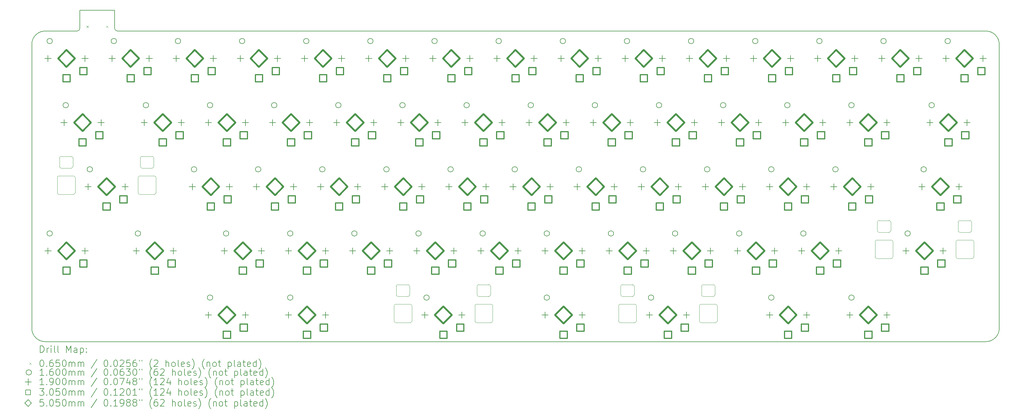
<source format=gbr>
%TF.GenerationSoftware,KiCad,Pcbnew,8.0.7*%
%TF.CreationDate,2025-01-18T13:07:10-06:00*%
%TF.ProjectId,boethia60,626f6574-6869-4613-9630-2e6b69636164,rev?*%
%TF.SameCoordinates,Original*%
%TF.FileFunction,Drillmap*%
%TF.FilePolarity,Positive*%
%FSLAX45Y45*%
G04 Gerber Fmt 4.5, Leading zero omitted, Abs format (unit mm)*
G04 Created by KiCad (PCBNEW 8.0.7) date 2025-01-18 13:07:10*
%MOMM*%
%LPD*%
G01*
G04 APERTURE LIST*
%ADD10C,0.200000*%
%ADD11C,0.120000*%
%ADD12C,0.100000*%
%ADD13C,0.160000*%
%ADD14C,0.190000*%
%ADD15C,0.305000*%
%ADD16C,0.505000*%
G04 APERTURE END LIST*
D10*
X317500Y-9366250D02*
G75*
G02*
X-79375Y-8969375I0J396875D01*
G01*
X-79375Y-536575D02*
X-79375Y-8969375D01*
X28257500Y-139700D02*
X2460625Y-139700D01*
X1270000Y-139700D02*
X317500Y-139700D01*
X2460625Y-139700D02*
G75*
G02*
X2381250Y-60325I5J79380D01*
G01*
X28654375Y-8969375D02*
G75*
G02*
X28257500Y-9366245I-396875J5D01*
G01*
X28654375Y-8969375D02*
X28654375Y-536575D01*
X1349375Y-60325D02*
G75*
G02*
X1270000Y-139700I-79375J0D01*
G01*
X28257500Y-139700D02*
G75*
G02*
X28654370Y-536575I0J-396870D01*
G01*
X-79375Y-536575D02*
G75*
G02*
X317500Y-139700I396875J0D01*
G01*
X1349375Y476250D02*
X1349375Y-60325D01*
X317500Y-9366250D02*
X28257500Y-9366250D01*
X2381250Y476250D02*
X2381250Y-60325D01*
X2381250Y476250D02*
X1349375Y476250D01*
D11*
X17346875Y-8302500D02*
X17346875Y-8752500D01*
X17411875Y-7722500D02*
X17411875Y-7972500D01*
X17761875Y-7672500D02*
X17461875Y-7672500D01*
X17761875Y-8022500D02*
X17461875Y-8022500D01*
X17811875Y-7722500D02*
X17811875Y-7972500D01*
X17826875Y-8252500D02*
X17396875Y-8252500D01*
X17826875Y-8802500D02*
X17396875Y-8802500D01*
X17876875Y-8302500D02*
X17876875Y-8752500D01*
X19746875Y-8302500D02*
X19746875Y-8752500D01*
X19796875Y-8252500D02*
X20226875Y-8252500D01*
X19796875Y-8802500D02*
X20226875Y-8802500D01*
X19811875Y-7722500D02*
X19811875Y-7972500D01*
X19861875Y-7672500D02*
X20161875Y-7672500D01*
X19861875Y-8022500D02*
X20161875Y-8022500D01*
X20211875Y-7722500D02*
X20211875Y-7972500D01*
X20276875Y-8302500D02*
X20276875Y-8752500D01*
X17346875Y-8302500D02*
G75*
G02*
X17396875Y-8252500I50000J0D01*
G01*
X17396875Y-8802500D02*
G75*
G02*
X17346875Y-8752500I0J50000D01*
G01*
X17411875Y-7722500D02*
G75*
G02*
X17461875Y-7672500I50000J0D01*
G01*
X17461875Y-8022500D02*
G75*
G02*
X17411875Y-7972500I0J50000D01*
G01*
X17761875Y-7672500D02*
G75*
G02*
X17811875Y-7722500I0J-50000D01*
G01*
X17811875Y-7972500D02*
G75*
G02*
X17761875Y-8022500I-50000J0D01*
G01*
X17826875Y-8252500D02*
G75*
G02*
X17876875Y-8302500I0J-50000D01*
G01*
X17876875Y-8752500D02*
G75*
G02*
X17826875Y-8802500I-50000J0D01*
G01*
X19746875Y-8302500D02*
G75*
G02*
X19796875Y-8252500I50000J0D01*
G01*
X19796875Y-8802500D02*
G75*
G02*
X19746875Y-8752500I0J50000D01*
G01*
X19811875Y-7722500D02*
G75*
G02*
X19861875Y-7672500I50000J0D01*
G01*
X19861875Y-8022500D02*
G75*
G02*
X19811875Y-7972500I0J50000D01*
G01*
X20161875Y-7672500D02*
G75*
G02*
X20211875Y-7722500I0J-50000D01*
G01*
X20211875Y-7972500D02*
G75*
G02*
X20161875Y-8022500I-50000J0D01*
G01*
X20226875Y-8252500D02*
G75*
G02*
X20276875Y-8302500I0J-50000D01*
G01*
X20276875Y-8752500D02*
G75*
G02*
X20226875Y-8802500I-50000J0D01*
G01*
X10679375Y-8302500D02*
X10679375Y-8752500D01*
X10744375Y-7722500D02*
X10744375Y-7972500D01*
X11094375Y-7672500D02*
X10794375Y-7672500D01*
X11094375Y-8022500D02*
X10794375Y-8022500D01*
X11144375Y-7722500D02*
X11144375Y-7972500D01*
X11159375Y-8252500D02*
X10729375Y-8252500D01*
X11159375Y-8802500D02*
X10729375Y-8802500D01*
X11209375Y-8302500D02*
X11209375Y-8752500D01*
X13079375Y-8302500D02*
X13079375Y-8752500D01*
X13129375Y-8252500D02*
X13559375Y-8252500D01*
X13129375Y-8802500D02*
X13559375Y-8802500D01*
X13144375Y-7722500D02*
X13144375Y-7972500D01*
X13194375Y-7672500D02*
X13494375Y-7672500D01*
X13194375Y-8022500D02*
X13494375Y-8022500D01*
X13544375Y-7722500D02*
X13544375Y-7972500D01*
X13609375Y-8302500D02*
X13609375Y-8752500D01*
X10679375Y-8302500D02*
G75*
G02*
X10729375Y-8252500I50000J0D01*
G01*
X10729375Y-8802500D02*
G75*
G02*
X10679375Y-8752500I0J50000D01*
G01*
X10744375Y-7722500D02*
G75*
G02*
X10794375Y-7672500I50000J0D01*
G01*
X10794375Y-8022500D02*
G75*
G02*
X10744375Y-7972500I0J50000D01*
G01*
X11094375Y-7672500D02*
G75*
G02*
X11144375Y-7722500I0J-50000D01*
G01*
X11144375Y-7972500D02*
G75*
G02*
X11094375Y-8022500I-50000J0D01*
G01*
X11159375Y-8252500D02*
G75*
G02*
X11209375Y-8302500I0J-50000D01*
G01*
X11209375Y-8752500D02*
G75*
G02*
X11159375Y-8802500I-50000J0D01*
G01*
X13079375Y-8302500D02*
G75*
G02*
X13129375Y-8252500I50000J0D01*
G01*
X13129375Y-8802500D02*
G75*
G02*
X13079375Y-8752500I0J50000D01*
G01*
X13144375Y-7722500D02*
G75*
G02*
X13194375Y-7672500I50000J0D01*
G01*
X13194375Y-8022500D02*
G75*
G02*
X13144375Y-7972500I0J50000D01*
G01*
X13494375Y-7672500D02*
G75*
G02*
X13544375Y-7722500I0J-50000D01*
G01*
X13544375Y-7972500D02*
G75*
G02*
X13494375Y-8022500I-50000J0D01*
G01*
X13559375Y-8252500D02*
G75*
G02*
X13609375Y-8302500I0J-50000D01*
G01*
X13609375Y-8752500D02*
G75*
G02*
X13559375Y-8802500I-50000J0D01*
G01*
X678125Y-4492500D02*
X678125Y-4942500D01*
X743125Y-3912500D02*
X743125Y-4162500D01*
X1093125Y-3862500D02*
X793125Y-3862500D01*
X1093125Y-4212500D02*
X793125Y-4212500D01*
X1143125Y-3912500D02*
X1143125Y-4162500D01*
X1158125Y-4442500D02*
X728125Y-4442500D01*
X1158125Y-4992500D02*
X728125Y-4992500D01*
X1208125Y-4492500D02*
X1208125Y-4942500D01*
X3078125Y-4492500D02*
X3078125Y-4942500D01*
X3128125Y-4442500D02*
X3558125Y-4442500D01*
X3128125Y-4992500D02*
X3558125Y-4992500D01*
X3143125Y-3912500D02*
X3143125Y-4162500D01*
X3193125Y-3862500D02*
X3493125Y-3862500D01*
X3193125Y-4212500D02*
X3493125Y-4212500D01*
X3543125Y-3912500D02*
X3543125Y-4162500D01*
X3608125Y-4492500D02*
X3608125Y-4942500D01*
X678125Y-4492500D02*
G75*
G02*
X728125Y-4442500I50000J0D01*
G01*
X728125Y-4992500D02*
G75*
G02*
X678125Y-4942500I0J50000D01*
G01*
X743125Y-3912500D02*
G75*
G02*
X793125Y-3862500I50000J0D01*
G01*
X793125Y-4212500D02*
G75*
G02*
X743125Y-4162500I0J50000D01*
G01*
X1093125Y-3862500D02*
G75*
G02*
X1143125Y-3912500I0J-50000D01*
G01*
X1143125Y-4162500D02*
G75*
G02*
X1093125Y-4212500I-50000J0D01*
G01*
X1158125Y-4442500D02*
G75*
G02*
X1208125Y-4492500I0J-50000D01*
G01*
X1208125Y-4942500D02*
G75*
G02*
X1158125Y-4992500I-50000J0D01*
G01*
X3078125Y-4492500D02*
G75*
G02*
X3128125Y-4442500I50000J0D01*
G01*
X3128125Y-4992500D02*
G75*
G02*
X3078125Y-4942500I0J50000D01*
G01*
X3143125Y-3912500D02*
G75*
G02*
X3193125Y-3862500I50000J0D01*
G01*
X3193125Y-4212500D02*
G75*
G02*
X3143125Y-4162500I0J50000D01*
G01*
X3493125Y-3862500D02*
G75*
G02*
X3543125Y-3912500I0J-50000D01*
G01*
X3543125Y-4162500D02*
G75*
G02*
X3493125Y-4212500I-50000J0D01*
G01*
X3558125Y-4442500D02*
G75*
G02*
X3608125Y-4492500I0J-50000D01*
G01*
X3608125Y-4942500D02*
G75*
G02*
X3558125Y-4992500I-50000J0D01*
G01*
X24966875Y-6397500D02*
X24966875Y-6847500D01*
X25031875Y-5817500D02*
X25031875Y-6067500D01*
X25381875Y-5767500D02*
X25081875Y-5767500D01*
X25381875Y-6117500D02*
X25081875Y-6117500D01*
X25431875Y-5817500D02*
X25431875Y-6067500D01*
X25446875Y-6347500D02*
X25016875Y-6347500D01*
X25446875Y-6897500D02*
X25016875Y-6897500D01*
X25496875Y-6397500D02*
X25496875Y-6847500D01*
X27366875Y-6397500D02*
X27366875Y-6847500D01*
X27416875Y-6347500D02*
X27846875Y-6347500D01*
X27416875Y-6897500D02*
X27846875Y-6897500D01*
X27431875Y-5817500D02*
X27431875Y-6067500D01*
X27481875Y-5767500D02*
X27781875Y-5767500D01*
X27481875Y-6117500D02*
X27781875Y-6117500D01*
X27831875Y-5817500D02*
X27831875Y-6067500D01*
X27896875Y-6397500D02*
X27896875Y-6847500D01*
X24966875Y-6397500D02*
G75*
G02*
X25016875Y-6347500I50000J0D01*
G01*
X25016875Y-6897500D02*
G75*
G02*
X24966875Y-6847500I0J50000D01*
G01*
X25031875Y-5817500D02*
G75*
G02*
X25081875Y-5767500I50000J0D01*
G01*
X25081875Y-6117500D02*
G75*
G02*
X25031875Y-6067500I0J50000D01*
G01*
X25381875Y-5767500D02*
G75*
G02*
X25431875Y-5817500I0J-50000D01*
G01*
X25431875Y-6067500D02*
G75*
G02*
X25381875Y-6117500I-50000J0D01*
G01*
X25446875Y-6347500D02*
G75*
G02*
X25496875Y-6397500I0J-50000D01*
G01*
X25496875Y-6847500D02*
G75*
G02*
X25446875Y-6897500I-50000J0D01*
G01*
X27366875Y-6397500D02*
G75*
G02*
X27416875Y-6347500I50000J0D01*
G01*
X27416875Y-6897500D02*
G75*
G02*
X27366875Y-6847500I0J50000D01*
G01*
X27431875Y-5817500D02*
G75*
G02*
X27481875Y-5767500I50000J0D01*
G01*
X27481875Y-6117500D02*
G75*
G02*
X27431875Y-6067500I0J50000D01*
G01*
X27781875Y-5767500D02*
G75*
G02*
X27831875Y-5817500I0J-50000D01*
G01*
X27831875Y-6067500D02*
G75*
G02*
X27781875Y-6117500I-50000J0D01*
G01*
X27846875Y-6347500D02*
G75*
G02*
X27896875Y-6397500I0J-50000D01*
G01*
X27896875Y-6847500D02*
G75*
G02*
X27846875Y-6897500I-50000J0D01*
G01*
D10*
D12*
X1545200Y22000D02*
X1610200Y-43000D01*
X1610200Y22000D02*
X1545200Y-43000D01*
X2123200Y22000D02*
X2188200Y-43000D01*
X2188200Y22000D02*
X2123200Y-43000D01*
D13*
X532500Y-437500D02*
G75*
G02*
X372500Y-437500I-80000J0D01*
G01*
X372500Y-437500D02*
G75*
G02*
X532500Y-437500I80000J0D01*
G01*
X532500Y-6152500D02*
G75*
G02*
X372500Y-6152500I-80000J0D01*
G01*
X372500Y-6152500D02*
G75*
G02*
X532500Y-6152500I80000J0D01*
G01*
X1008750Y-2342500D02*
G75*
G02*
X848750Y-2342500I-80000J0D01*
G01*
X848750Y-2342500D02*
G75*
G02*
X1008750Y-2342500I80000J0D01*
G01*
X1723125Y-4247500D02*
G75*
G02*
X1563125Y-4247500I-80000J0D01*
G01*
X1563125Y-4247500D02*
G75*
G02*
X1723125Y-4247500I80000J0D01*
G01*
X2437500Y-437500D02*
G75*
G02*
X2277500Y-437500I-80000J0D01*
G01*
X2277500Y-437500D02*
G75*
G02*
X2437500Y-437500I80000J0D01*
G01*
X3151875Y-6152500D02*
G75*
G02*
X2991875Y-6152500I-80000J0D01*
G01*
X2991875Y-6152500D02*
G75*
G02*
X3151875Y-6152500I80000J0D01*
G01*
X3390000Y-2342500D02*
G75*
G02*
X3230000Y-2342500I-80000J0D01*
G01*
X3230000Y-2342500D02*
G75*
G02*
X3390000Y-2342500I80000J0D01*
G01*
X4342500Y-437500D02*
G75*
G02*
X4182500Y-437500I-80000J0D01*
G01*
X4182500Y-437500D02*
G75*
G02*
X4342500Y-437500I80000J0D01*
G01*
X4818750Y-4247500D02*
G75*
G02*
X4658750Y-4247500I-80000J0D01*
G01*
X4658750Y-4247500D02*
G75*
G02*
X4818750Y-4247500I80000J0D01*
G01*
X5295000Y-2342500D02*
G75*
G02*
X5135000Y-2342500I-80000J0D01*
G01*
X5135000Y-2342500D02*
G75*
G02*
X5295000Y-2342500I80000J0D01*
G01*
X5295000Y-8057500D02*
G75*
G02*
X5135000Y-8057500I-80000J0D01*
G01*
X5135000Y-8057500D02*
G75*
G02*
X5295000Y-8057500I80000J0D01*
G01*
X5771250Y-6152500D02*
G75*
G02*
X5611250Y-6152500I-80000J0D01*
G01*
X5611250Y-6152500D02*
G75*
G02*
X5771250Y-6152500I80000J0D01*
G01*
X6247500Y-437500D02*
G75*
G02*
X6087500Y-437500I-80000J0D01*
G01*
X6087500Y-437500D02*
G75*
G02*
X6247500Y-437500I80000J0D01*
G01*
X6723750Y-4247500D02*
G75*
G02*
X6563750Y-4247500I-80000J0D01*
G01*
X6563750Y-4247500D02*
G75*
G02*
X6723750Y-4247500I80000J0D01*
G01*
X7200000Y-2342500D02*
G75*
G02*
X7040000Y-2342500I-80000J0D01*
G01*
X7040000Y-2342500D02*
G75*
G02*
X7200000Y-2342500I80000J0D01*
G01*
X7676250Y-6152500D02*
G75*
G02*
X7516250Y-6152500I-80000J0D01*
G01*
X7516250Y-6152500D02*
G75*
G02*
X7676250Y-6152500I80000J0D01*
G01*
X7676250Y-8057500D02*
G75*
G02*
X7516250Y-8057500I-80000J0D01*
G01*
X7516250Y-8057500D02*
G75*
G02*
X7676250Y-8057500I80000J0D01*
G01*
X8152500Y-437500D02*
G75*
G02*
X7992500Y-437500I-80000J0D01*
G01*
X7992500Y-437500D02*
G75*
G02*
X8152500Y-437500I80000J0D01*
G01*
X8628750Y-4247500D02*
G75*
G02*
X8468750Y-4247500I-80000J0D01*
G01*
X8468750Y-4247500D02*
G75*
G02*
X8628750Y-4247500I80000J0D01*
G01*
X9105000Y-2342500D02*
G75*
G02*
X8945000Y-2342500I-80000J0D01*
G01*
X8945000Y-2342500D02*
G75*
G02*
X9105000Y-2342500I80000J0D01*
G01*
X9581250Y-6152500D02*
G75*
G02*
X9421250Y-6152500I-80000J0D01*
G01*
X9421250Y-6152500D02*
G75*
G02*
X9581250Y-6152500I80000J0D01*
G01*
X10057500Y-437500D02*
G75*
G02*
X9897500Y-437500I-80000J0D01*
G01*
X9897500Y-437500D02*
G75*
G02*
X10057500Y-437500I80000J0D01*
G01*
X10533750Y-4247500D02*
G75*
G02*
X10373750Y-4247500I-80000J0D01*
G01*
X10373750Y-4247500D02*
G75*
G02*
X10533750Y-4247500I80000J0D01*
G01*
X11010000Y-2342500D02*
G75*
G02*
X10850000Y-2342500I-80000J0D01*
G01*
X10850000Y-2342500D02*
G75*
G02*
X11010000Y-2342500I80000J0D01*
G01*
X11486250Y-6152500D02*
G75*
G02*
X11326250Y-6152500I-80000J0D01*
G01*
X11326250Y-6152500D02*
G75*
G02*
X11486250Y-6152500I80000J0D01*
G01*
X11724375Y-8057500D02*
G75*
G02*
X11564375Y-8057500I-80000J0D01*
G01*
X11564375Y-8057500D02*
G75*
G02*
X11724375Y-8057500I80000J0D01*
G01*
X11962500Y-437500D02*
G75*
G02*
X11802500Y-437500I-80000J0D01*
G01*
X11802500Y-437500D02*
G75*
G02*
X11962500Y-437500I80000J0D01*
G01*
X12438750Y-4247500D02*
G75*
G02*
X12278750Y-4247500I-80000J0D01*
G01*
X12278750Y-4247500D02*
G75*
G02*
X12438750Y-4247500I80000J0D01*
G01*
X12915000Y-2342500D02*
G75*
G02*
X12755000Y-2342500I-80000J0D01*
G01*
X12755000Y-2342500D02*
G75*
G02*
X12915000Y-2342500I80000J0D01*
G01*
X13391250Y-6152500D02*
G75*
G02*
X13231250Y-6152500I-80000J0D01*
G01*
X13231250Y-6152500D02*
G75*
G02*
X13391250Y-6152500I80000J0D01*
G01*
X13867500Y-437500D02*
G75*
G02*
X13707500Y-437500I-80000J0D01*
G01*
X13707500Y-437500D02*
G75*
G02*
X13867500Y-437500I80000J0D01*
G01*
X14343750Y-4247500D02*
G75*
G02*
X14183750Y-4247500I-80000J0D01*
G01*
X14183750Y-4247500D02*
G75*
G02*
X14343750Y-4247500I80000J0D01*
G01*
X14820000Y-2342500D02*
G75*
G02*
X14660000Y-2342500I-80000J0D01*
G01*
X14660000Y-2342500D02*
G75*
G02*
X14820000Y-2342500I80000J0D01*
G01*
X15296250Y-6152500D02*
G75*
G02*
X15136250Y-6152500I-80000J0D01*
G01*
X15136250Y-6152500D02*
G75*
G02*
X15296250Y-6152500I80000J0D01*
G01*
X15296250Y-8057500D02*
G75*
G02*
X15136250Y-8057500I-80000J0D01*
G01*
X15136250Y-8057500D02*
G75*
G02*
X15296250Y-8057500I80000J0D01*
G01*
X15772500Y-437500D02*
G75*
G02*
X15612500Y-437500I-80000J0D01*
G01*
X15612500Y-437500D02*
G75*
G02*
X15772500Y-437500I80000J0D01*
G01*
X16248750Y-4247500D02*
G75*
G02*
X16088750Y-4247500I-80000J0D01*
G01*
X16088750Y-4247500D02*
G75*
G02*
X16248750Y-4247500I80000J0D01*
G01*
X16725000Y-2342500D02*
G75*
G02*
X16565000Y-2342500I-80000J0D01*
G01*
X16565000Y-2342500D02*
G75*
G02*
X16725000Y-2342500I80000J0D01*
G01*
X17201250Y-6152500D02*
G75*
G02*
X17041250Y-6152500I-80000J0D01*
G01*
X17041250Y-6152500D02*
G75*
G02*
X17201250Y-6152500I80000J0D01*
G01*
X17677500Y-437500D02*
G75*
G02*
X17517500Y-437500I-80000J0D01*
G01*
X17517500Y-437500D02*
G75*
G02*
X17677500Y-437500I80000J0D01*
G01*
X18153750Y-4247500D02*
G75*
G02*
X17993750Y-4247500I-80000J0D01*
G01*
X17993750Y-4247500D02*
G75*
G02*
X18153750Y-4247500I80000J0D01*
G01*
X18391875Y-8057500D02*
G75*
G02*
X18231875Y-8057500I-80000J0D01*
G01*
X18231875Y-8057500D02*
G75*
G02*
X18391875Y-8057500I80000J0D01*
G01*
X18630000Y-2342500D02*
G75*
G02*
X18470000Y-2342500I-80000J0D01*
G01*
X18470000Y-2342500D02*
G75*
G02*
X18630000Y-2342500I80000J0D01*
G01*
X19106250Y-6152500D02*
G75*
G02*
X18946250Y-6152500I-80000J0D01*
G01*
X18946250Y-6152500D02*
G75*
G02*
X19106250Y-6152500I80000J0D01*
G01*
X19582500Y-437500D02*
G75*
G02*
X19422500Y-437500I-80000J0D01*
G01*
X19422500Y-437500D02*
G75*
G02*
X19582500Y-437500I80000J0D01*
G01*
X20058750Y-4247500D02*
G75*
G02*
X19898750Y-4247500I-80000J0D01*
G01*
X19898750Y-4247500D02*
G75*
G02*
X20058750Y-4247500I80000J0D01*
G01*
X20535000Y-2342500D02*
G75*
G02*
X20375000Y-2342500I-80000J0D01*
G01*
X20375000Y-2342500D02*
G75*
G02*
X20535000Y-2342500I80000J0D01*
G01*
X21011250Y-6152500D02*
G75*
G02*
X20851250Y-6152500I-80000J0D01*
G01*
X20851250Y-6152500D02*
G75*
G02*
X21011250Y-6152500I80000J0D01*
G01*
X21487500Y-437500D02*
G75*
G02*
X21327500Y-437500I-80000J0D01*
G01*
X21327500Y-437500D02*
G75*
G02*
X21487500Y-437500I80000J0D01*
G01*
X21963750Y-4247500D02*
G75*
G02*
X21803750Y-4247500I-80000J0D01*
G01*
X21803750Y-4247500D02*
G75*
G02*
X21963750Y-4247500I80000J0D01*
G01*
X21963750Y-8057500D02*
G75*
G02*
X21803750Y-8057500I-80000J0D01*
G01*
X21803750Y-8057500D02*
G75*
G02*
X21963750Y-8057500I80000J0D01*
G01*
X22440000Y-2342500D02*
G75*
G02*
X22280000Y-2342500I-80000J0D01*
G01*
X22280000Y-2342500D02*
G75*
G02*
X22440000Y-2342500I80000J0D01*
G01*
X22916250Y-6152500D02*
G75*
G02*
X22756250Y-6152500I-80000J0D01*
G01*
X22756250Y-6152500D02*
G75*
G02*
X22916250Y-6152500I80000J0D01*
G01*
X23392500Y-437500D02*
G75*
G02*
X23232500Y-437500I-80000J0D01*
G01*
X23232500Y-437500D02*
G75*
G02*
X23392500Y-437500I80000J0D01*
G01*
X23868750Y-4247500D02*
G75*
G02*
X23708750Y-4247500I-80000J0D01*
G01*
X23708750Y-4247500D02*
G75*
G02*
X23868750Y-4247500I80000J0D01*
G01*
X24345000Y-2342500D02*
G75*
G02*
X24185000Y-2342500I-80000J0D01*
G01*
X24185000Y-2342500D02*
G75*
G02*
X24345000Y-2342500I80000J0D01*
G01*
X24345000Y-8057500D02*
G75*
G02*
X24185000Y-8057500I-80000J0D01*
G01*
X24185000Y-8057500D02*
G75*
G02*
X24345000Y-8057500I80000J0D01*
G01*
X25297500Y-437500D02*
G75*
G02*
X25137500Y-437500I-80000J0D01*
G01*
X25137500Y-437500D02*
G75*
G02*
X25297500Y-437500I80000J0D01*
G01*
X26011875Y-6152500D02*
G75*
G02*
X25851875Y-6152500I-80000J0D01*
G01*
X25851875Y-6152500D02*
G75*
G02*
X26011875Y-6152500I80000J0D01*
G01*
X26488125Y-4247500D02*
G75*
G02*
X26328125Y-4247500I-80000J0D01*
G01*
X26328125Y-4247500D02*
G75*
G02*
X26488125Y-4247500I80000J0D01*
G01*
X26726250Y-2342500D02*
G75*
G02*
X26566250Y-2342500I-80000J0D01*
G01*
X26566250Y-2342500D02*
G75*
G02*
X26726250Y-2342500I80000J0D01*
G01*
X27202500Y-437500D02*
G75*
G02*
X27042500Y-437500I-80000J0D01*
G01*
X27042500Y-437500D02*
G75*
G02*
X27202500Y-437500I80000J0D01*
G01*
D14*
X402500Y-857500D02*
X402500Y-1047500D01*
X307500Y-952500D02*
X497500Y-952500D01*
X402500Y-6572500D02*
X402500Y-6762500D01*
X307500Y-6667500D02*
X497500Y-6667500D01*
X878750Y-2762500D02*
X878750Y-2952500D01*
X783750Y-2857500D02*
X973750Y-2857500D01*
X1502500Y-857500D02*
X1502500Y-1047500D01*
X1407500Y-952500D02*
X1597500Y-952500D01*
X1502500Y-6572500D02*
X1502500Y-6762500D01*
X1407500Y-6667500D02*
X1597500Y-6667500D01*
X1593125Y-4667500D02*
X1593125Y-4857500D01*
X1498125Y-4762500D02*
X1688125Y-4762500D01*
X1978750Y-2762500D02*
X1978750Y-2952500D01*
X1883750Y-2857500D02*
X2073750Y-2857500D01*
X2307500Y-857500D02*
X2307500Y-1047500D01*
X2212500Y-952500D02*
X2402500Y-952500D01*
X2693125Y-4667500D02*
X2693125Y-4857500D01*
X2598125Y-4762500D02*
X2788125Y-4762500D01*
X3021875Y-6572500D02*
X3021875Y-6762500D01*
X2926875Y-6667500D02*
X3116875Y-6667500D01*
X3260000Y-2762500D02*
X3260000Y-2952500D01*
X3165000Y-2857500D02*
X3355000Y-2857500D01*
X3407500Y-857500D02*
X3407500Y-1047500D01*
X3312500Y-952500D02*
X3502500Y-952500D01*
X4121875Y-6572500D02*
X4121875Y-6762500D01*
X4026875Y-6667500D02*
X4216875Y-6667500D01*
X4212500Y-857500D02*
X4212500Y-1047500D01*
X4117500Y-952500D02*
X4307500Y-952500D01*
X4360000Y-2762500D02*
X4360000Y-2952500D01*
X4265000Y-2857500D02*
X4455000Y-2857500D01*
X4688750Y-4667500D02*
X4688750Y-4857500D01*
X4593750Y-4762500D02*
X4783750Y-4762500D01*
X5165000Y-2762500D02*
X5165000Y-2952500D01*
X5070000Y-2857500D02*
X5260000Y-2857500D01*
X5165000Y-8477500D02*
X5165000Y-8667500D01*
X5070000Y-8572500D02*
X5260000Y-8572500D01*
X5312500Y-857500D02*
X5312500Y-1047500D01*
X5217500Y-952500D02*
X5407500Y-952500D01*
X5641250Y-6572500D02*
X5641250Y-6762500D01*
X5546250Y-6667500D02*
X5736250Y-6667500D01*
X5788750Y-4667500D02*
X5788750Y-4857500D01*
X5693750Y-4762500D02*
X5883750Y-4762500D01*
X6117500Y-857500D02*
X6117500Y-1047500D01*
X6022500Y-952500D02*
X6212500Y-952500D01*
X6265000Y-2762500D02*
X6265000Y-2952500D01*
X6170000Y-2857500D02*
X6360000Y-2857500D01*
X6265000Y-8477500D02*
X6265000Y-8667500D01*
X6170000Y-8572500D02*
X6360000Y-8572500D01*
X6593750Y-4667500D02*
X6593750Y-4857500D01*
X6498750Y-4762500D02*
X6688750Y-4762500D01*
X6741250Y-6572500D02*
X6741250Y-6762500D01*
X6646250Y-6667500D02*
X6836250Y-6667500D01*
X7070000Y-2762500D02*
X7070000Y-2952500D01*
X6975000Y-2857500D02*
X7165000Y-2857500D01*
X7217500Y-857500D02*
X7217500Y-1047500D01*
X7122500Y-952500D02*
X7312500Y-952500D01*
X7546250Y-6572500D02*
X7546250Y-6762500D01*
X7451250Y-6667500D02*
X7641250Y-6667500D01*
X7546250Y-8477500D02*
X7546250Y-8667500D01*
X7451250Y-8572500D02*
X7641250Y-8572500D01*
X7693750Y-4667500D02*
X7693750Y-4857500D01*
X7598750Y-4762500D02*
X7788750Y-4762500D01*
X8022500Y-857500D02*
X8022500Y-1047500D01*
X7927500Y-952500D02*
X8117500Y-952500D01*
X8170000Y-2762500D02*
X8170000Y-2952500D01*
X8075000Y-2857500D02*
X8265000Y-2857500D01*
X8498750Y-4667500D02*
X8498750Y-4857500D01*
X8403750Y-4762500D02*
X8593750Y-4762500D01*
X8646250Y-6572500D02*
X8646250Y-6762500D01*
X8551250Y-6667500D02*
X8741250Y-6667500D01*
X8646250Y-8477500D02*
X8646250Y-8667500D01*
X8551250Y-8572500D02*
X8741250Y-8572500D01*
X8975000Y-2762500D02*
X8975000Y-2952500D01*
X8880000Y-2857500D02*
X9070000Y-2857500D01*
X9122500Y-857500D02*
X9122500Y-1047500D01*
X9027500Y-952500D02*
X9217500Y-952500D01*
X9451250Y-6572500D02*
X9451250Y-6762500D01*
X9356250Y-6667500D02*
X9546250Y-6667500D01*
X9598750Y-4667500D02*
X9598750Y-4857500D01*
X9503750Y-4762500D02*
X9693750Y-4762500D01*
X9927500Y-857500D02*
X9927500Y-1047500D01*
X9832500Y-952500D02*
X10022500Y-952500D01*
X10075000Y-2762500D02*
X10075000Y-2952500D01*
X9980000Y-2857500D02*
X10170000Y-2857500D01*
X10403750Y-4667500D02*
X10403750Y-4857500D01*
X10308750Y-4762500D02*
X10498750Y-4762500D01*
X10551250Y-6572500D02*
X10551250Y-6762500D01*
X10456250Y-6667500D02*
X10646250Y-6667500D01*
X10880000Y-2762500D02*
X10880000Y-2952500D01*
X10785000Y-2857500D02*
X10975000Y-2857500D01*
X11027500Y-857500D02*
X11027500Y-1047500D01*
X10932500Y-952500D02*
X11122500Y-952500D01*
X11356250Y-6572500D02*
X11356250Y-6762500D01*
X11261250Y-6667500D02*
X11451250Y-6667500D01*
X11503750Y-4667500D02*
X11503750Y-4857500D01*
X11408750Y-4762500D02*
X11598750Y-4762500D01*
X11594375Y-8477500D02*
X11594375Y-8667500D01*
X11499375Y-8572500D02*
X11689375Y-8572500D01*
X11832500Y-857500D02*
X11832500Y-1047500D01*
X11737500Y-952500D02*
X11927500Y-952500D01*
X11980000Y-2762500D02*
X11980000Y-2952500D01*
X11885000Y-2857500D02*
X12075000Y-2857500D01*
X12308750Y-4667500D02*
X12308750Y-4857500D01*
X12213750Y-4762500D02*
X12403750Y-4762500D01*
X12456250Y-6572500D02*
X12456250Y-6762500D01*
X12361250Y-6667500D02*
X12551250Y-6667500D01*
X12694375Y-8477500D02*
X12694375Y-8667500D01*
X12599375Y-8572500D02*
X12789375Y-8572500D01*
X12785000Y-2762500D02*
X12785000Y-2952500D01*
X12690000Y-2857500D02*
X12880000Y-2857500D01*
X12932500Y-857500D02*
X12932500Y-1047500D01*
X12837500Y-952500D02*
X13027500Y-952500D01*
X13261250Y-6572500D02*
X13261250Y-6762500D01*
X13166250Y-6667500D02*
X13356250Y-6667500D01*
X13408750Y-4667500D02*
X13408750Y-4857500D01*
X13313750Y-4762500D02*
X13503750Y-4762500D01*
X13737500Y-857500D02*
X13737500Y-1047500D01*
X13642500Y-952500D02*
X13832500Y-952500D01*
X13885000Y-2762500D02*
X13885000Y-2952500D01*
X13790000Y-2857500D02*
X13980000Y-2857500D01*
X14213750Y-4667500D02*
X14213750Y-4857500D01*
X14118750Y-4762500D02*
X14308750Y-4762500D01*
X14361250Y-6572500D02*
X14361250Y-6762500D01*
X14266250Y-6667500D02*
X14456250Y-6667500D01*
X14690000Y-2762500D02*
X14690000Y-2952500D01*
X14595000Y-2857500D02*
X14785000Y-2857500D01*
X14837500Y-857500D02*
X14837500Y-1047500D01*
X14742500Y-952500D02*
X14932500Y-952500D01*
X15166250Y-6572500D02*
X15166250Y-6762500D01*
X15071250Y-6667500D02*
X15261250Y-6667500D01*
X15166250Y-8477500D02*
X15166250Y-8667500D01*
X15071250Y-8572500D02*
X15261250Y-8572500D01*
X15313750Y-4667500D02*
X15313750Y-4857500D01*
X15218750Y-4762500D02*
X15408750Y-4762500D01*
X15642500Y-857500D02*
X15642500Y-1047500D01*
X15547500Y-952500D02*
X15737500Y-952500D01*
X15790000Y-2762500D02*
X15790000Y-2952500D01*
X15695000Y-2857500D02*
X15885000Y-2857500D01*
X16118750Y-4667500D02*
X16118750Y-4857500D01*
X16023750Y-4762500D02*
X16213750Y-4762500D01*
X16266250Y-6572500D02*
X16266250Y-6762500D01*
X16171250Y-6667500D02*
X16361250Y-6667500D01*
X16266250Y-8477500D02*
X16266250Y-8667500D01*
X16171250Y-8572500D02*
X16361250Y-8572500D01*
X16595000Y-2762500D02*
X16595000Y-2952500D01*
X16500000Y-2857500D02*
X16690000Y-2857500D01*
X16742500Y-857500D02*
X16742500Y-1047500D01*
X16647500Y-952500D02*
X16837500Y-952500D01*
X17071250Y-6572500D02*
X17071250Y-6762500D01*
X16976250Y-6667500D02*
X17166250Y-6667500D01*
X17218750Y-4667500D02*
X17218750Y-4857500D01*
X17123750Y-4762500D02*
X17313750Y-4762500D01*
X17547500Y-857500D02*
X17547500Y-1047500D01*
X17452500Y-952500D02*
X17642500Y-952500D01*
X17695000Y-2762500D02*
X17695000Y-2952500D01*
X17600000Y-2857500D02*
X17790000Y-2857500D01*
X18023750Y-4667500D02*
X18023750Y-4857500D01*
X17928750Y-4762500D02*
X18118750Y-4762500D01*
X18171250Y-6572500D02*
X18171250Y-6762500D01*
X18076250Y-6667500D02*
X18266250Y-6667500D01*
X18261875Y-8477500D02*
X18261875Y-8667500D01*
X18166875Y-8572500D02*
X18356875Y-8572500D01*
X18500000Y-2762500D02*
X18500000Y-2952500D01*
X18405000Y-2857500D02*
X18595000Y-2857500D01*
X18647500Y-857500D02*
X18647500Y-1047500D01*
X18552500Y-952500D02*
X18742500Y-952500D01*
X18976250Y-6572500D02*
X18976250Y-6762500D01*
X18881250Y-6667500D02*
X19071250Y-6667500D01*
X19123750Y-4667500D02*
X19123750Y-4857500D01*
X19028750Y-4762500D02*
X19218750Y-4762500D01*
X19361875Y-8477500D02*
X19361875Y-8667500D01*
X19266875Y-8572500D02*
X19456875Y-8572500D01*
X19452500Y-857500D02*
X19452500Y-1047500D01*
X19357500Y-952500D02*
X19547500Y-952500D01*
X19600000Y-2762500D02*
X19600000Y-2952500D01*
X19505000Y-2857500D02*
X19695000Y-2857500D01*
X19928750Y-4667500D02*
X19928750Y-4857500D01*
X19833750Y-4762500D02*
X20023750Y-4762500D01*
X20076250Y-6572500D02*
X20076250Y-6762500D01*
X19981250Y-6667500D02*
X20171250Y-6667500D01*
X20405000Y-2762500D02*
X20405000Y-2952500D01*
X20310000Y-2857500D02*
X20500000Y-2857500D01*
X20552500Y-857500D02*
X20552500Y-1047500D01*
X20457500Y-952500D02*
X20647500Y-952500D01*
X20881250Y-6572500D02*
X20881250Y-6762500D01*
X20786250Y-6667500D02*
X20976250Y-6667500D01*
X21028750Y-4667500D02*
X21028750Y-4857500D01*
X20933750Y-4762500D02*
X21123750Y-4762500D01*
X21357500Y-857500D02*
X21357500Y-1047500D01*
X21262500Y-952500D02*
X21452500Y-952500D01*
X21505000Y-2762500D02*
X21505000Y-2952500D01*
X21410000Y-2857500D02*
X21600000Y-2857500D01*
X21833750Y-4667500D02*
X21833750Y-4857500D01*
X21738750Y-4762500D02*
X21928750Y-4762500D01*
X21833750Y-8477500D02*
X21833750Y-8667500D01*
X21738750Y-8572500D02*
X21928750Y-8572500D01*
X21981250Y-6572500D02*
X21981250Y-6762500D01*
X21886250Y-6667500D02*
X22076250Y-6667500D01*
X22310000Y-2762500D02*
X22310000Y-2952500D01*
X22215000Y-2857500D02*
X22405000Y-2857500D01*
X22457500Y-857500D02*
X22457500Y-1047500D01*
X22362500Y-952500D02*
X22552500Y-952500D01*
X22786250Y-6572500D02*
X22786250Y-6762500D01*
X22691250Y-6667500D02*
X22881250Y-6667500D01*
X22933750Y-4667500D02*
X22933750Y-4857500D01*
X22838750Y-4762500D02*
X23028750Y-4762500D01*
X22933750Y-8477500D02*
X22933750Y-8667500D01*
X22838750Y-8572500D02*
X23028750Y-8572500D01*
X23262500Y-857500D02*
X23262500Y-1047500D01*
X23167500Y-952500D02*
X23357500Y-952500D01*
X23410000Y-2762500D02*
X23410000Y-2952500D01*
X23315000Y-2857500D02*
X23505000Y-2857500D01*
X23738750Y-4667500D02*
X23738750Y-4857500D01*
X23643750Y-4762500D02*
X23833750Y-4762500D01*
X23886250Y-6572500D02*
X23886250Y-6762500D01*
X23791250Y-6667500D02*
X23981250Y-6667500D01*
X24215000Y-2762500D02*
X24215000Y-2952500D01*
X24120000Y-2857500D02*
X24310000Y-2857500D01*
X24215000Y-8477500D02*
X24215000Y-8667500D01*
X24120000Y-8572500D02*
X24310000Y-8572500D01*
X24362500Y-857500D02*
X24362500Y-1047500D01*
X24267500Y-952500D02*
X24457500Y-952500D01*
X24838750Y-4667500D02*
X24838750Y-4857500D01*
X24743750Y-4762500D02*
X24933750Y-4762500D01*
X25167500Y-857500D02*
X25167500Y-1047500D01*
X25072500Y-952500D02*
X25262500Y-952500D01*
X25315000Y-2762500D02*
X25315000Y-2952500D01*
X25220000Y-2857500D02*
X25410000Y-2857500D01*
X25315000Y-8477500D02*
X25315000Y-8667500D01*
X25220000Y-8572500D02*
X25410000Y-8572500D01*
X25881875Y-6572500D02*
X25881875Y-6762500D01*
X25786875Y-6667500D02*
X25976875Y-6667500D01*
X26267500Y-857500D02*
X26267500Y-1047500D01*
X26172500Y-952500D02*
X26362500Y-952500D01*
X26358125Y-4667500D02*
X26358125Y-4857500D01*
X26263125Y-4762500D02*
X26453125Y-4762500D01*
X26596250Y-2762500D02*
X26596250Y-2952500D01*
X26501250Y-2857500D02*
X26691250Y-2857500D01*
X26981875Y-6572500D02*
X26981875Y-6762500D01*
X26886875Y-6667500D02*
X27076875Y-6667500D01*
X27072500Y-857500D02*
X27072500Y-1047500D01*
X26977500Y-952500D02*
X27167500Y-952500D01*
X27458125Y-4667500D02*
X27458125Y-4857500D01*
X27363125Y-4762500D02*
X27553125Y-4762500D01*
X27696250Y-2762500D02*
X27696250Y-2952500D01*
X27601250Y-2857500D02*
X27791250Y-2857500D01*
X28172500Y-857500D02*
X28172500Y-1047500D01*
X28077500Y-952500D02*
X28267500Y-952500D01*
D15*
X1060335Y-1650335D02*
X1060335Y-1434665D01*
X844665Y-1434665D01*
X844665Y-1650335D01*
X1060335Y-1650335D01*
X1060335Y-7365335D02*
X1060335Y-7149665D01*
X844665Y-7149665D01*
X844665Y-7365335D01*
X1060335Y-7365335D01*
X1536585Y-3555335D02*
X1536585Y-3339665D01*
X1320915Y-3339665D01*
X1320915Y-3555335D01*
X1536585Y-3555335D01*
X1560335Y-1440335D02*
X1560335Y-1224665D01*
X1344665Y-1224665D01*
X1344665Y-1440335D01*
X1560335Y-1440335D01*
X1560335Y-7155335D02*
X1560335Y-6939665D01*
X1344665Y-6939665D01*
X1344665Y-7155335D01*
X1560335Y-7155335D01*
X2036585Y-3345335D02*
X2036585Y-3129665D01*
X1820915Y-3129665D01*
X1820915Y-3345335D01*
X2036585Y-3345335D01*
X2250960Y-5460335D02*
X2250960Y-5244665D01*
X2035290Y-5244665D01*
X2035290Y-5460335D01*
X2250960Y-5460335D01*
X2750960Y-5250335D02*
X2750960Y-5034665D01*
X2535290Y-5034665D01*
X2535290Y-5250335D01*
X2750960Y-5250335D01*
X2965335Y-1650335D02*
X2965335Y-1434665D01*
X2749665Y-1434665D01*
X2749665Y-1650335D01*
X2965335Y-1650335D01*
X3465335Y-1440335D02*
X3465335Y-1224665D01*
X3249665Y-1224665D01*
X3249665Y-1440335D01*
X3465335Y-1440335D01*
X3679710Y-7365335D02*
X3679710Y-7149665D01*
X3464040Y-7149665D01*
X3464040Y-7365335D01*
X3679710Y-7365335D01*
X3917835Y-3555335D02*
X3917835Y-3339665D01*
X3702165Y-3339665D01*
X3702165Y-3555335D01*
X3917835Y-3555335D01*
X4179710Y-7155335D02*
X4179710Y-6939665D01*
X3964040Y-6939665D01*
X3964040Y-7155335D01*
X4179710Y-7155335D01*
X4417835Y-3345335D02*
X4417835Y-3129665D01*
X4202165Y-3129665D01*
X4202165Y-3345335D01*
X4417835Y-3345335D01*
X4870335Y-1650335D02*
X4870335Y-1434665D01*
X4654665Y-1434665D01*
X4654665Y-1650335D01*
X4870335Y-1650335D01*
X5346585Y-5460335D02*
X5346585Y-5244665D01*
X5130915Y-5244665D01*
X5130915Y-5460335D01*
X5346585Y-5460335D01*
X5370335Y-1440335D02*
X5370335Y-1224665D01*
X5154665Y-1224665D01*
X5154665Y-1440335D01*
X5370335Y-1440335D01*
X5822835Y-3555335D02*
X5822835Y-3339665D01*
X5607165Y-3339665D01*
X5607165Y-3555335D01*
X5822835Y-3555335D01*
X5822835Y-9270335D02*
X5822835Y-9054665D01*
X5607165Y-9054665D01*
X5607165Y-9270335D01*
X5822835Y-9270335D01*
X5846585Y-5250335D02*
X5846585Y-5034665D01*
X5630915Y-5034665D01*
X5630915Y-5250335D01*
X5846585Y-5250335D01*
X6299085Y-7365335D02*
X6299085Y-7149665D01*
X6083415Y-7149665D01*
X6083415Y-7365335D01*
X6299085Y-7365335D01*
X6322835Y-3345335D02*
X6322835Y-3129665D01*
X6107165Y-3129665D01*
X6107165Y-3345335D01*
X6322835Y-3345335D01*
X6322835Y-9060335D02*
X6322835Y-8844665D01*
X6107165Y-8844665D01*
X6107165Y-9060335D01*
X6322835Y-9060335D01*
X6775335Y-1650335D02*
X6775335Y-1434665D01*
X6559665Y-1434665D01*
X6559665Y-1650335D01*
X6775335Y-1650335D01*
X6799085Y-7155335D02*
X6799085Y-6939665D01*
X6583415Y-6939665D01*
X6583415Y-7155335D01*
X6799085Y-7155335D01*
X7251585Y-5460335D02*
X7251585Y-5244665D01*
X7035915Y-5244665D01*
X7035915Y-5460335D01*
X7251585Y-5460335D01*
X7275335Y-1440335D02*
X7275335Y-1224665D01*
X7059665Y-1224665D01*
X7059665Y-1440335D01*
X7275335Y-1440335D01*
X7727835Y-3555335D02*
X7727835Y-3339665D01*
X7512165Y-3339665D01*
X7512165Y-3555335D01*
X7727835Y-3555335D01*
X7751585Y-5250335D02*
X7751585Y-5034665D01*
X7535915Y-5034665D01*
X7535915Y-5250335D01*
X7751585Y-5250335D01*
X8204085Y-7365335D02*
X8204085Y-7149665D01*
X7988415Y-7149665D01*
X7988415Y-7365335D01*
X8204085Y-7365335D01*
X8204085Y-9270335D02*
X8204085Y-9054665D01*
X7988415Y-9054665D01*
X7988415Y-9270335D01*
X8204085Y-9270335D01*
X8227835Y-3345335D02*
X8227835Y-3129665D01*
X8012165Y-3129665D01*
X8012165Y-3345335D01*
X8227835Y-3345335D01*
X8680335Y-1650335D02*
X8680335Y-1434665D01*
X8464665Y-1434665D01*
X8464665Y-1650335D01*
X8680335Y-1650335D01*
X8704085Y-7155335D02*
X8704085Y-6939665D01*
X8488415Y-6939665D01*
X8488415Y-7155335D01*
X8704085Y-7155335D01*
X8704085Y-9060335D02*
X8704085Y-8844665D01*
X8488415Y-8844665D01*
X8488415Y-9060335D01*
X8704085Y-9060335D01*
X9156585Y-5460335D02*
X9156585Y-5244665D01*
X8940915Y-5244665D01*
X8940915Y-5460335D01*
X9156585Y-5460335D01*
X9180335Y-1440335D02*
X9180335Y-1224665D01*
X8964665Y-1224665D01*
X8964665Y-1440335D01*
X9180335Y-1440335D01*
X9632835Y-3555335D02*
X9632835Y-3339665D01*
X9417165Y-3339665D01*
X9417165Y-3555335D01*
X9632835Y-3555335D01*
X9656585Y-5250335D02*
X9656585Y-5034665D01*
X9440915Y-5034665D01*
X9440915Y-5250335D01*
X9656585Y-5250335D01*
X10109085Y-7365335D02*
X10109085Y-7149665D01*
X9893415Y-7149665D01*
X9893415Y-7365335D01*
X10109085Y-7365335D01*
X10132835Y-3345335D02*
X10132835Y-3129665D01*
X9917165Y-3129665D01*
X9917165Y-3345335D01*
X10132835Y-3345335D01*
X10585335Y-1650335D02*
X10585335Y-1434665D01*
X10369665Y-1434665D01*
X10369665Y-1650335D01*
X10585335Y-1650335D01*
X10609085Y-7155335D02*
X10609085Y-6939665D01*
X10393415Y-6939665D01*
X10393415Y-7155335D01*
X10609085Y-7155335D01*
X11061585Y-5460335D02*
X11061585Y-5244665D01*
X10845915Y-5244665D01*
X10845915Y-5460335D01*
X11061585Y-5460335D01*
X11085335Y-1440335D02*
X11085335Y-1224665D01*
X10869665Y-1224665D01*
X10869665Y-1440335D01*
X11085335Y-1440335D01*
X11537835Y-3555335D02*
X11537835Y-3339665D01*
X11322165Y-3339665D01*
X11322165Y-3555335D01*
X11537835Y-3555335D01*
X11561585Y-5250335D02*
X11561585Y-5034665D01*
X11345915Y-5034665D01*
X11345915Y-5250335D01*
X11561585Y-5250335D01*
X12014085Y-7365335D02*
X12014085Y-7149665D01*
X11798415Y-7149665D01*
X11798415Y-7365335D01*
X12014085Y-7365335D01*
X12037835Y-3345335D02*
X12037835Y-3129665D01*
X11822165Y-3129665D01*
X11822165Y-3345335D01*
X12037835Y-3345335D01*
X12252210Y-9270335D02*
X12252210Y-9054665D01*
X12036540Y-9054665D01*
X12036540Y-9270335D01*
X12252210Y-9270335D01*
X12490335Y-1650335D02*
X12490335Y-1434665D01*
X12274665Y-1434665D01*
X12274665Y-1650335D01*
X12490335Y-1650335D01*
X12514085Y-7155335D02*
X12514085Y-6939665D01*
X12298415Y-6939665D01*
X12298415Y-7155335D01*
X12514085Y-7155335D01*
X12752210Y-9060335D02*
X12752210Y-8844665D01*
X12536540Y-8844665D01*
X12536540Y-9060335D01*
X12752210Y-9060335D01*
X12966585Y-5460335D02*
X12966585Y-5244665D01*
X12750915Y-5244665D01*
X12750915Y-5460335D01*
X12966585Y-5460335D01*
X12990335Y-1440335D02*
X12990335Y-1224665D01*
X12774665Y-1224665D01*
X12774665Y-1440335D01*
X12990335Y-1440335D01*
X13442835Y-3555335D02*
X13442835Y-3339665D01*
X13227165Y-3339665D01*
X13227165Y-3555335D01*
X13442835Y-3555335D01*
X13466585Y-5250335D02*
X13466585Y-5034665D01*
X13250915Y-5034665D01*
X13250915Y-5250335D01*
X13466585Y-5250335D01*
X13919085Y-7365335D02*
X13919085Y-7149665D01*
X13703415Y-7149665D01*
X13703415Y-7365335D01*
X13919085Y-7365335D01*
X13942835Y-3345335D02*
X13942835Y-3129665D01*
X13727165Y-3129665D01*
X13727165Y-3345335D01*
X13942835Y-3345335D01*
X14395335Y-1650335D02*
X14395335Y-1434665D01*
X14179665Y-1434665D01*
X14179665Y-1650335D01*
X14395335Y-1650335D01*
X14419085Y-7155335D02*
X14419085Y-6939665D01*
X14203415Y-6939665D01*
X14203415Y-7155335D01*
X14419085Y-7155335D01*
X14871585Y-5460335D02*
X14871585Y-5244665D01*
X14655915Y-5244665D01*
X14655915Y-5460335D01*
X14871585Y-5460335D01*
X14895335Y-1440335D02*
X14895335Y-1224665D01*
X14679665Y-1224665D01*
X14679665Y-1440335D01*
X14895335Y-1440335D01*
X15347835Y-3555335D02*
X15347835Y-3339665D01*
X15132165Y-3339665D01*
X15132165Y-3555335D01*
X15347835Y-3555335D01*
X15371585Y-5250335D02*
X15371585Y-5034665D01*
X15155915Y-5034665D01*
X15155915Y-5250335D01*
X15371585Y-5250335D01*
X15824085Y-7365335D02*
X15824085Y-7149665D01*
X15608415Y-7149665D01*
X15608415Y-7365335D01*
X15824085Y-7365335D01*
X15824085Y-9270335D02*
X15824085Y-9054665D01*
X15608415Y-9054665D01*
X15608415Y-9270335D01*
X15824085Y-9270335D01*
X15847835Y-3345335D02*
X15847835Y-3129665D01*
X15632165Y-3129665D01*
X15632165Y-3345335D01*
X15847835Y-3345335D01*
X16300335Y-1650335D02*
X16300335Y-1434665D01*
X16084665Y-1434665D01*
X16084665Y-1650335D01*
X16300335Y-1650335D01*
X16324085Y-7155335D02*
X16324085Y-6939665D01*
X16108415Y-6939665D01*
X16108415Y-7155335D01*
X16324085Y-7155335D01*
X16324085Y-9060335D02*
X16324085Y-8844665D01*
X16108415Y-8844665D01*
X16108415Y-9060335D01*
X16324085Y-9060335D01*
X16776585Y-5460335D02*
X16776585Y-5244665D01*
X16560915Y-5244665D01*
X16560915Y-5460335D01*
X16776585Y-5460335D01*
X16800335Y-1440335D02*
X16800335Y-1224665D01*
X16584665Y-1224665D01*
X16584665Y-1440335D01*
X16800335Y-1440335D01*
X17252835Y-3555335D02*
X17252835Y-3339665D01*
X17037165Y-3339665D01*
X17037165Y-3555335D01*
X17252835Y-3555335D01*
X17276585Y-5250335D02*
X17276585Y-5034665D01*
X17060915Y-5034665D01*
X17060915Y-5250335D01*
X17276585Y-5250335D01*
X17729085Y-7365335D02*
X17729085Y-7149665D01*
X17513415Y-7149665D01*
X17513415Y-7365335D01*
X17729085Y-7365335D01*
X17752835Y-3345335D02*
X17752835Y-3129665D01*
X17537165Y-3129665D01*
X17537165Y-3345335D01*
X17752835Y-3345335D01*
X18205335Y-1650335D02*
X18205335Y-1434665D01*
X17989665Y-1434665D01*
X17989665Y-1650335D01*
X18205335Y-1650335D01*
X18229085Y-7155335D02*
X18229085Y-6939665D01*
X18013415Y-6939665D01*
X18013415Y-7155335D01*
X18229085Y-7155335D01*
X18681585Y-5460335D02*
X18681585Y-5244665D01*
X18465915Y-5244665D01*
X18465915Y-5460335D01*
X18681585Y-5460335D01*
X18705335Y-1440335D02*
X18705335Y-1224665D01*
X18489665Y-1224665D01*
X18489665Y-1440335D01*
X18705335Y-1440335D01*
X18919710Y-9270335D02*
X18919710Y-9054665D01*
X18704040Y-9054665D01*
X18704040Y-9270335D01*
X18919710Y-9270335D01*
X19157835Y-3555335D02*
X19157835Y-3339665D01*
X18942165Y-3339665D01*
X18942165Y-3555335D01*
X19157835Y-3555335D01*
X19181585Y-5250335D02*
X19181585Y-5034665D01*
X18965915Y-5034665D01*
X18965915Y-5250335D01*
X19181585Y-5250335D01*
X19419710Y-9060335D02*
X19419710Y-8844665D01*
X19204040Y-8844665D01*
X19204040Y-9060335D01*
X19419710Y-9060335D01*
X19634085Y-7365335D02*
X19634085Y-7149665D01*
X19418415Y-7149665D01*
X19418415Y-7365335D01*
X19634085Y-7365335D01*
X19657835Y-3345335D02*
X19657835Y-3129665D01*
X19442165Y-3129665D01*
X19442165Y-3345335D01*
X19657835Y-3345335D01*
X20110335Y-1650335D02*
X20110335Y-1434665D01*
X19894665Y-1434665D01*
X19894665Y-1650335D01*
X20110335Y-1650335D01*
X20134085Y-7155335D02*
X20134085Y-6939665D01*
X19918415Y-6939665D01*
X19918415Y-7155335D01*
X20134085Y-7155335D01*
X20586585Y-5460335D02*
X20586585Y-5244665D01*
X20370915Y-5244665D01*
X20370915Y-5460335D01*
X20586585Y-5460335D01*
X20610335Y-1440335D02*
X20610335Y-1224665D01*
X20394665Y-1224665D01*
X20394665Y-1440335D01*
X20610335Y-1440335D01*
X21062835Y-3555335D02*
X21062835Y-3339665D01*
X20847165Y-3339665D01*
X20847165Y-3555335D01*
X21062835Y-3555335D01*
X21086585Y-5250335D02*
X21086585Y-5034665D01*
X20870915Y-5034665D01*
X20870915Y-5250335D01*
X21086585Y-5250335D01*
X21539085Y-7365335D02*
X21539085Y-7149665D01*
X21323415Y-7149665D01*
X21323415Y-7365335D01*
X21539085Y-7365335D01*
X21562835Y-3345335D02*
X21562835Y-3129665D01*
X21347165Y-3129665D01*
X21347165Y-3345335D01*
X21562835Y-3345335D01*
X22015335Y-1650335D02*
X22015335Y-1434665D01*
X21799665Y-1434665D01*
X21799665Y-1650335D01*
X22015335Y-1650335D01*
X22039085Y-7155335D02*
X22039085Y-6939665D01*
X21823415Y-6939665D01*
X21823415Y-7155335D01*
X22039085Y-7155335D01*
X22491585Y-5460335D02*
X22491585Y-5244665D01*
X22275915Y-5244665D01*
X22275915Y-5460335D01*
X22491585Y-5460335D01*
X22491585Y-9270335D02*
X22491585Y-9054665D01*
X22275915Y-9054665D01*
X22275915Y-9270335D01*
X22491585Y-9270335D01*
X22515335Y-1440335D02*
X22515335Y-1224665D01*
X22299665Y-1224665D01*
X22299665Y-1440335D01*
X22515335Y-1440335D01*
X22967835Y-3555335D02*
X22967835Y-3339665D01*
X22752165Y-3339665D01*
X22752165Y-3555335D01*
X22967835Y-3555335D01*
X22991585Y-5250335D02*
X22991585Y-5034665D01*
X22775915Y-5034665D01*
X22775915Y-5250335D01*
X22991585Y-5250335D01*
X22991585Y-9060335D02*
X22991585Y-8844665D01*
X22775915Y-8844665D01*
X22775915Y-9060335D01*
X22991585Y-9060335D01*
X23444085Y-7365335D02*
X23444085Y-7149665D01*
X23228415Y-7149665D01*
X23228415Y-7365335D01*
X23444085Y-7365335D01*
X23467835Y-3345335D02*
X23467835Y-3129665D01*
X23252165Y-3129665D01*
X23252165Y-3345335D01*
X23467835Y-3345335D01*
X23920335Y-1650335D02*
X23920335Y-1434665D01*
X23704665Y-1434665D01*
X23704665Y-1650335D01*
X23920335Y-1650335D01*
X23944085Y-7155335D02*
X23944085Y-6939665D01*
X23728415Y-6939665D01*
X23728415Y-7155335D01*
X23944085Y-7155335D01*
X24396585Y-5460335D02*
X24396585Y-5244665D01*
X24180915Y-5244665D01*
X24180915Y-5460335D01*
X24396585Y-5460335D01*
X24420335Y-1440335D02*
X24420335Y-1224665D01*
X24204665Y-1224665D01*
X24204665Y-1440335D01*
X24420335Y-1440335D01*
X24872835Y-3555335D02*
X24872835Y-3339665D01*
X24657165Y-3339665D01*
X24657165Y-3555335D01*
X24872835Y-3555335D01*
X24872835Y-9270335D02*
X24872835Y-9054665D01*
X24657165Y-9054665D01*
X24657165Y-9270335D01*
X24872835Y-9270335D01*
X24896585Y-5250335D02*
X24896585Y-5034665D01*
X24680915Y-5034665D01*
X24680915Y-5250335D01*
X24896585Y-5250335D01*
X25372835Y-3345335D02*
X25372835Y-3129665D01*
X25157165Y-3129665D01*
X25157165Y-3345335D01*
X25372835Y-3345335D01*
X25372835Y-9060335D02*
X25372835Y-8844665D01*
X25157165Y-8844665D01*
X25157165Y-9060335D01*
X25372835Y-9060335D01*
X25825335Y-1650335D02*
X25825335Y-1434665D01*
X25609665Y-1434665D01*
X25609665Y-1650335D01*
X25825335Y-1650335D01*
X26325335Y-1440335D02*
X26325335Y-1224665D01*
X26109665Y-1224665D01*
X26109665Y-1440335D01*
X26325335Y-1440335D01*
X26539710Y-7365335D02*
X26539710Y-7149665D01*
X26324040Y-7149665D01*
X26324040Y-7365335D01*
X26539710Y-7365335D01*
X27015960Y-5460335D02*
X27015960Y-5244665D01*
X26800290Y-5244665D01*
X26800290Y-5460335D01*
X27015960Y-5460335D01*
X27039710Y-7155335D02*
X27039710Y-6939665D01*
X26824040Y-6939665D01*
X26824040Y-7155335D01*
X27039710Y-7155335D01*
X27254085Y-3555335D02*
X27254085Y-3339665D01*
X27038415Y-3339665D01*
X27038415Y-3555335D01*
X27254085Y-3555335D01*
X27515960Y-5250335D02*
X27515960Y-5034665D01*
X27300290Y-5034665D01*
X27300290Y-5250335D01*
X27515960Y-5250335D01*
X27730335Y-1650335D02*
X27730335Y-1434665D01*
X27514665Y-1434665D01*
X27514665Y-1650335D01*
X27730335Y-1650335D01*
X27754085Y-3345335D02*
X27754085Y-3129665D01*
X27538415Y-3129665D01*
X27538415Y-3345335D01*
X27754085Y-3345335D01*
X28230335Y-1440335D02*
X28230335Y-1224665D01*
X28014665Y-1224665D01*
X28014665Y-1440335D01*
X28230335Y-1440335D01*
D16*
X952500Y-1205000D02*
X1205000Y-952500D01*
X952500Y-700000D01*
X700000Y-952500D01*
X952500Y-1205000D01*
X952500Y-6920000D02*
X1205000Y-6667500D01*
X952500Y-6415000D01*
X700000Y-6667500D01*
X952500Y-6920000D01*
X1428750Y-3110000D02*
X1681250Y-2857500D01*
X1428750Y-2605000D01*
X1176250Y-2857500D01*
X1428750Y-3110000D01*
X2143125Y-5015000D02*
X2395625Y-4762500D01*
X2143125Y-4510000D01*
X1890625Y-4762500D01*
X2143125Y-5015000D01*
X2857500Y-1205000D02*
X3110000Y-952500D01*
X2857500Y-700000D01*
X2605000Y-952500D01*
X2857500Y-1205000D01*
X3571875Y-6920000D02*
X3824375Y-6667500D01*
X3571875Y-6415000D01*
X3319375Y-6667500D01*
X3571875Y-6920000D01*
X3810000Y-3110000D02*
X4062500Y-2857500D01*
X3810000Y-2605000D01*
X3557500Y-2857500D01*
X3810000Y-3110000D01*
X4762500Y-1205000D02*
X5015000Y-952500D01*
X4762500Y-700000D01*
X4510000Y-952500D01*
X4762500Y-1205000D01*
X5238750Y-5015000D02*
X5491250Y-4762500D01*
X5238750Y-4510000D01*
X4986250Y-4762500D01*
X5238750Y-5015000D01*
X5715000Y-3110000D02*
X5967500Y-2857500D01*
X5715000Y-2605000D01*
X5462500Y-2857500D01*
X5715000Y-3110000D01*
X5715000Y-8825000D02*
X5967500Y-8572500D01*
X5715000Y-8320000D01*
X5462500Y-8572500D01*
X5715000Y-8825000D01*
X6191250Y-6920000D02*
X6443750Y-6667500D01*
X6191250Y-6415000D01*
X5938750Y-6667500D01*
X6191250Y-6920000D01*
X6667500Y-1205000D02*
X6920000Y-952500D01*
X6667500Y-700000D01*
X6415000Y-952500D01*
X6667500Y-1205000D01*
X7143750Y-5015000D02*
X7396250Y-4762500D01*
X7143750Y-4510000D01*
X6891250Y-4762500D01*
X7143750Y-5015000D01*
X7620000Y-3110000D02*
X7872500Y-2857500D01*
X7620000Y-2605000D01*
X7367500Y-2857500D01*
X7620000Y-3110000D01*
X8096250Y-6920000D02*
X8348750Y-6667500D01*
X8096250Y-6415000D01*
X7843750Y-6667500D01*
X8096250Y-6920000D01*
X8096250Y-8825000D02*
X8348750Y-8572500D01*
X8096250Y-8320000D01*
X7843750Y-8572500D01*
X8096250Y-8825000D01*
X8572500Y-1205000D02*
X8825000Y-952500D01*
X8572500Y-700000D01*
X8320000Y-952500D01*
X8572500Y-1205000D01*
X9048750Y-5015000D02*
X9301250Y-4762500D01*
X9048750Y-4510000D01*
X8796250Y-4762500D01*
X9048750Y-5015000D01*
X9525000Y-3110000D02*
X9777500Y-2857500D01*
X9525000Y-2605000D01*
X9272500Y-2857500D01*
X9525000Y-3110000D01*
X10001250Y-6920000D02*
X10253750Y-6667500D01*
X10001250Y-6415000D01*
X9748750Y-6667500D01*
X10001250Y-6920000D01*
X10477500Y-1205000D02*
X10730000Y-952500D01*
X10477500Y-700000D01*
X10225000Y-952500D01*
X10477500Y-1205000D01*
X10953750Y-5015000D02*
X11206250Y-4762500D01*
X10953750Y-4510000D01*
X10701250Y-4762500D01*
X10953750Y-5015000D01*
X11430000Y-3110000D02*
X11682500Y-2857500D01*
X11430000Y-2605000D01*
X11177500Y-2857500D01*
X11430000Y-3110000D01*
X11906250Y-6920000D02*
X12158750Y-6667500D01*
X11906250Y-6415000D01*
X11653750Y-6667500D01*
X11906250Y-6920000D01*
X12144375Y-8825000D02*
X12396875Y-8572500D01*
X12144375Y-8320000D01*
X11891875Y-8572500D01*
X12144375Y-8825000D01*
X12382500Y-1205000D02*
X12635000Y-952500D01*
X12382500Y-700000D01*
X12130000Y-952500D01*
X12382500Y-1205000D01*
X12858750Y-5015000D02*
X13111250Y-4762500D01*
X12858750Y-4510000D01*
X12606250Y-4762500D01*
X12858750Y-5015000D01*
X13335000Y-3110000D02*
X13587500Y-2857500D01*
X13335000Y-2605000D01*
X13082500Y-2857500D01*
X13335000Y-3110000D01*
X13811250Y-6920000D02*
X14063750Y-6667500D01*
X13811250Y-6415000D01*
X13558750Y-6667500D01*
X13811250Y-6920000D01*
X14287500Y-1205000D02*
X14540000Y-952500D01*
X14287500Y-700000D01*
X14035000Y-952500D01*
X14287500Y-1205000D01*
X14763750Y-5015000D02*
X15016250Y-4762500D01*
X14763750Y-4510000D01*
X14511250Y-4762500D01*
X14763750Y-5015000D01*
X15240000Y-3110000D02*
X15492500Y-2857500D01*
X15240000Y-2605000D01*
X14987500Y-2857500D01*
X15240000Y-3110000D01*
X15716250Y-6920000D02*
X15968750Y-6667500D01*
X15716250Y-6415000D01*
X15463750Y-6667500D01*
X15716250Y-6920000D01*
X15716250Y-8825000D02*
X15968750Y-8572500D01*
X15716250Y-8320000D01*
X15463750Y-8572500D01*
X15716250Y-8825000D01*
X16192500Y-1205000D02*
X16445000Y-952500D01*
X16192500Y-700000D01*
X15940000Y-952500D01*
X16192500Y-1205000D01*
X16668750Y-5015000D02*
X16921250Y-4762500D01*
X16668750Y-4510000D01*
X16416250Y-4762500D01*
X16668750Y-5015000D01*
X17145000Y-3110000D02*
X17397500Y-2857500D01*
X17145000Y-2605000D01*
X16892500Y-2857500D01*
X17145000Y-3110000D01*
X17621250Y-6920000D02*
X17873750Y-6667500D01*
X17621250Y-6415000D01*
X17368750Y-6667500D01*
X17621250Y-6920000D01*
X18097500Y-1205000D02*
X18350000Y-952500D01*
X18097500Y-700000D01*
X17845000Y-952500D01*
X18097500Y-1205000D01*
X18573750Y-5015000D02*
X18826250Y-4762500D01*
X18573750Y-4510000D01*
X18321250Y-4762500D01*
X18573750Y-5015000D01*
X18811875Y-8825000D02*
X19064375Y-8572500D01*
X18811875Y-8320000D01*
X18559375Y-8572500D01*
X18811875Y-8825000D01*
X19050000Y-3110000D02*
X19302500Y-2857500D01*
X19050000Y-2605000D01*
X18797500Y-2857500D01*
X19050000Y-3110000D01*
X19526250Y-6920000D02*
X19778750Y-6667500D01*
X19526250Y-6415000D01*
X19273750Y-6667500D01*
X19526250Y-6920000D01*
X20002500Y-1205000D02*
X20255000Y-952500D01*
X20002500Y-700000D01*
X19750000Y-952500D01*
X20002500Y-1205000D01*
X20478750Y-5015000D02*
X20731250Y-4762500D01*
X20478750Y-4510000D01*
X20226250Y-4762500D01*
X20478750Y-5015000D01*
X20955000Y-3110000D02*
X21207500Y-2857500D01*
X20955000Y-2605000D01*
X20702500Y-2857500D01*
X20955000Y-3110000D01*
X21431250Y-6920000D02*
X21683750Y-6667500D01*
X21431250Y-6415000D01*
X21178750Y-6667500D01*
X21431250Y-6920000D01*
X21907500Y-1205000D02*
X22160000Y-952500D01*
X21907500Y-700000D01*
X21655000Y-952500D01*
X21907500Y-1205000D01*
X22383750Y-5015000D02*
X22636250Y-4762500D01*
X22383750Y-4510000D01*
X22131250Y-4762500D01*
X22383750Y-5015000D01*
X22383750Y-8825000D02*
X22636250Y-8572500D01*
X22383750Y-8320000D01*
X22131250Y-8572500D01*
X22383750Y-8825000D01*
X22860000Y-3110000D02*
X23112500Y-2857500D01*
X22860000Y-2605000D01*
X22607500Y-2857500D01*
X22860000Y-3110000D01*
X23336250Y-6920000D02*
X23588750Y-6667500D01*
X23336250Y-6415000D01*
X23083750Y-6667500D01*
X23336250Y-6920000D01*
X23812500Y-1205000D02*
X24065000Y-952500D01*
X23812500Y-700000D01*
X23560000Y-952500D01*
X23812500Y-1205000D01*
X24288750Y-5015000D02*
X24541250Y-4762500D01*
X24288750Y-4510000D01*
X24036250Y-4762500D01*
X24288750Y-5015000D01*
X24765000Y-3110000D02*
X25017500Y-2857500D01*
X24765000Y-2605000D01*
X24512500Y-2857500D01*
X24765000Y-3110000D01*
X24765000Y-8825000D02*
X25017500Y-8572500D01*
X24765000Y-8320000D01*
X24512500Y-8572500D01*
X24765000Y-8825000D01*
X25717500Y-1205000D02*
X25970000Y-952500D01*
X25717500Y-700000D01*
X25465000Y-952500D01*
X25717500Y-1205000D01*
X26431875Y-6920000D02*
X26684375Y-6667500D01*
X26431875Y-6415000D01*
X26179375Y-6667500D01*
X26431875Y-6920000D01*
X26908125Y-5015000D02*
X27160625Y-4762500D01*
X26908125Y-4510000D01*
X26655625Y-4762500D01*
X26908125Y-5015000D01*
X27146250Y-3110000D02*
X27398750Y-2857500D01*
X27146250Y-2605000D01*
X26893750Y-2857500D01*
X27146250Y-3110000D01*
X27622500Y-1205000D02*
X27875000Y-952500D01*
X27622500Y-700000D01*
X27370000Y-952500D01*
X27622500Y-1205000D01*
D10*
X171402Y-9687734D02*
X171402Y-9487734D01*
X171402Y-9487734D02*
X219021Y-9487734D01*
X219021Y-9487734D02*
X247592Y-9497258D01*
X247592Y-9497258D02*
X266640Y-9516305D01*
X266640Y-9516305D02*
X276164Y-9535353D01*
X276164Y-9535353D02*
X285688Y-9573448D01*
X285688Y-9573448D02*
X285688Y-9602020D01*
X285688Y-9602020D02*
X276164Y-9640115D01*
X276164Y-9640115D02*
X266640Y-9659162D01*
X266640Y-9659162D02*
X247592Y-9678210D01*
X247592Y-9678210D02*
X219021Y-9687734D01*
X219021Y-9687734D02*
X171402Y-9687734D01*
X371402Y-9687734D02*
X371402Y-9554400D01*
X371402Y-9592496D02*
X380926Y-9573448D01*
X380926Y-9573448D02*
X390449Y-9563924D01*
X390449Y-9563924D02*
X409497Y-9554400D01*
X409497Y-9554400D02*
X428545Y-9554400D01*
X495211Y-9687734D02*
X495211Y-9554400D01*
X495211Y-9487734D02*
X485687Y-9497258D01*
X485687Y-9497258D02*
X495211Y-9506781D01*
X495211Y-9506781D02*
X504735Y-9497258D01*
X504735Y-9497258D02*
X495211Y-9487734D01*
X495211Y-9487734D02*
X495211Y-9506781D01*
X619021Y-9687734D02*
X599973Y-9678210D01*
X599973Y-9678210D02*
X590449Y-9659162D01*
X590449Y-9659162D02*
X590449Y-9487734D01*
X723783Y-9687734D02*
X704735Y-9678210D01*
X704735Y-9678210D02*
X695211Y-9659162D01*
X695211Y-9659162D02*
X695211Y-9487734D01*
X952354Y-9687734D02*
X952354Y-9487734D01*
X952354Y-9487734D02*
X1019021Y-9630591D01*
X1019021Y-9630591D02*
X1085688Y-9487734D01*
X1085688Y-9487734D02*
X1085688Y-9687734D01*
X1266640Y-9687734D02*
X1266640Y-9582972D01*
X1266640Y-9582972D02*
X1257116Y-9563924D01*
X1257116Y-9563924D02*
X1238069Y-9554400D01*
X1238069Y-9554400D02*
X1199973Y-9554400D01*
X1199973Y-9554400D02*
X1180926Y-9563924D01*
X1266640Y-9678210D02*
X1247592Y-9687734D01*
X1247592Y-9687734D02*
X1199973Y-9687734D01*
X1199973Y-9687734D02*
X1180926Y-9678210D01*
X1180926Y-9678210D02*
X1171402Y-9659162D01*
X1171402Y-9659162D02*
X1171402Y-9640115D01*
X1171402Y-9640115D02*
X1180926Y-9621067D01*
X1180926Y-9621067D02*
X1199973Y-9611543D01*
X1199973Y-9611543D02*
X1247592Y-9611543D01*
X1247592Y-9611543D02*
X1266640Y-9602020D01*
X1361878Y-9554400D02*
X1361878Y-9754400D01*
X1361878Y-9563924D02*
X1380926Y-9554400D01*
X1380926Y-9554400D02*
X1419021Y-9554400D01*
X1419021Y-9554400D02*
X1438068Y-9563924D01*
X1438068Y-9563924D02*
X1447592Y-9573448D01*
X1447592Y-9573448D02*
X1457116Y-9592496D01*
X1457116Y-9592496D02*
X1457116Y-9649639D01*
X1457116Y-9649639D02*
X1447592Y-9668686D01*
X1447592Y-9668686D02*
X1438068Y-9678210D01*
X1438068Y-9678210D02*
X1419021Y-9687734D01*
X1419021Y-9687734D02*
X1380926Y-9687734D01*
X1380926Y-9687734D02*
X1361878Y-9678210D01*
X1542830Y-9668686D02*
X1552354Y-9678210D01*
X1552354Y-9678210D02*
X1542830Y-9687734D01*
X1542830Y-9687734D02*
X1533307Y-9678210D01*
X1533307Y-9678210D02*
X1542830Y-9668686D01*
X1542830Y-9668686D02*
X1542830Y-9687734D01*
X1542830Y-9563924D02*
X1552354Y-9573448D01*
X1552354Y-9573448D02*
X1542830Y-9582972D01*
X1542830Y-9582972D02*
X1533307Y-9573448D01*
X1533307Y-9573448D02*
X1542830Y-9563924D01*
X1542830Y-9563924D02*
X1542830Y-9582972D01*
D12*
X-154375Y-9983750D02*
X-89375Y-10048750D01*
X-89375Y-9983750D02*
X-154375Y-10048750D01*
D10*
X209497Y-9907734D02*
X228545Y-9907734D01*
X228545Y-9907734D02*
X247592Y-9917258D01*
X247592Y-9917258D02*
X257116Y-9926781D01*
X257116Y-9926781D02*
X266640Y-9945829D01*
X266640Y-9945829D02*
X276164Y-9983924D01*
X276164Y-9983924D02*
X276164Y-10031543D01*
X276164Y-10031543D02*
X266640Y-10069639D01*
X266640Y-10069639D02*
X257116Y-10088686D01*
X257116Y-10088686D02*
X247592Y-10098210D01*
X247592Y-10098210D02*
X228545Y-10107734D01*
X228545Y-10107734D02*
X209497Y-10107734D01*
X209497Y-10107734D02*
X190449Y-10098210D01*
X190449Y-10098210D02*
X180926Y-10088686D01*
X180926Y-10088686D02*
X171402Y-10069639D01*
X171402Y-10069639D02*
X161878Y-10031543D01*
X161878Y-10031543D02*
X161878Y-9983924D01*
X161878Y-9983924D02*
X171402Y-9945829D01*
X171402Y-9945829D02*
X180926Y-9926781D01*
X180926Y-9926781D02*
X190449Y-9917258D01*
X190449Y-9917258D02*
X209497Y-9907734D01*
X361878Y-10088686D02*
X371402Y-10098210D01*
X371402Y-10098210D02*
X361878Y-10107734D01*
X361878Y-10107734D02*
X352354Y-10098210D01*
X352354Y-10098210D02*
X361878Y-10088686D01*
X361878Y-10088686D02*
X361878Y-10107734D01*
X542830Y-9907734D02*
X504735Y-9907734D01*
X504735Y-9907734D02*
X485687Y-9917258D01*
X485687Y-9917258D02*
X476164Y-9926781D01*
X476164Y-9926781D02*
X457116Y-9955353D01*
X457116Y-9955353D02*
X447592Y-9993448D01*
X447592Y-9993448D02*
X447592Y-10069639D01*
X447592Y-10069639D02*
X457116Y-10088686D01*
X457116Y-10088686D02*
X466640Y-10098210D01*
X466640Y-10098210D02*
X485687Y-10107734D01*
X485687Y-10107734D02*
X523783Y-10107734D01*
X523783Y-10107734D02*
X542830Y-10098210D01*
X542830Y-10098210D02*
X552354Y-10088686D01*
X552354Y-10088686D02*
X561878Y-10069639D01*
X561878Y-10069639D02*
X561878Y-10022020D01*
X561878Y-10022020D02*
X552354Y-10002972D01*
X552354Y-10002972D02*
X542830Y-9993448D01*
X542830Y-9993448D02*
X523783Y-9983924D01*
X523783Y-9983924D02*
X485687Y-9983924D01*
X485687Y-9983924D02*
X466640Y-9993448D01*
X466640Y-9993448D02*
X457116Y-10002972D01*
X457116Y-10002972D02*
X447592Y-10022020D01*
X742830Y-9907734D02*
X647592Y-9907734D01*
X647592Y-9907734D02*
X638069Y-10002972D01*
X638069Y-10002972D02*
X647592Y-9993448D01*
X647592Y-9993448D02*
X666640Y-9983924D01*
X666640Y-9983924D02*
X714259Y-9983924D01*
X714259Y-9983924D02*
X733307Y-9993448D01*
X733307Y-9993448D02*
X742830Y-10002972D01*
X742830Y-10002972D02*
X752354Y-10022020D01*
X752354Y-10022020D02*
X752354Y-10069639D01*
X752354Y-10069639D02*
X742830Y-10088686D01*
X742830Y-10088686D02*
X733307Y-10098210D01*
X733307Y-10098210D02*
X714259Y-10107734D01*
X714259Y-10107734D02*
X666640Y-10107734D01*
X666640Y-10107734D02*
X647592Y-10098210D01*
X647592Y-10098210D02*
X638069Y-10088686D01*
X876164Y-9907734D02*
X895211Y-9907734D01*
X895211Y-9907734D02*
X914259Y-9917258D01*
X914259Y-9917258D02*
X923783Y-9926781D01*
X923783Y-9926781D02*
X933307Y-9945829D01*
X933307Y-9945829D02*
X942830Y-9983924D01*
X942830Y-9983924D02*
X942830Y-10031543D01*
X942830Y-10031543D02*
X933307Y-10069639D01*
X933307Y-10069639D02*
X923783Y-10088686D01*
X923783Y-10088686D02*
X914259Y-10098210D01*
X914259Y-10098210D02*
X895211Y-10107734D01*
X895211Y-10107734D02*
X876164Y-10107734D01*
X876164Y-10107734D02*
X857116Y-10098210D01*
X857116Y-10098210D02*
X847592Y-10088686D01*
X847592Y-10088686D02*
X838068Y-10069639D01*
X838068Y-10069639D02*
X828545Y-10031543D01*
X828545Y-10031543D02*
X828545Y-9983924D01*
X828545Y-9983924D02*
X838068Y-9945829D01*
X838068Y-9945829D02*
X847592Y-9926781D01*
X847592Y-9926781D02*
X857116Y-9917258D01*
X857116Y-9917258D02*
X876164Y-9907734D01*
X1028545Y-10107734D02*
X1028545Y-9974400D01*
X1028545Y-9993448D02*
X1038068Y-9983924D01*
X1038068Y-9983924D02*
X1057116Y-9974400D01*
X1057116Y-9974400D02*
X1085688Y-9974400D01*
X1085688Y-9974400D02*
X1104735Y-9983924D01*
X1104735Y-9983924D02*
X1114259Y-10002972D01*
X1114259Y-10002972D02*
X1114259Y-10107734D01*
X1114259Y-10002972D02*
X1123783Y-9983924D01*
X1123783Y-9983924D02*
X1142830Y-9974400D01*
X1142830Y-9974400D02*
X1171402Y-9974400D01*
X1171402Y-9974400D02*
X1190450Y-9983924D01*
X1190450Y-9983924D02*
X1199973Y-10002972D01*
X1199973Y-10002972D02*
X1199973Y-10107734D01*
X1295211Y-10107734D02*
X1295211Y-9974400D01*
X1295211Y-9993448D02*
X1304735Y-9983924D01*
X1304735Y-9983924D02*
X1323783Y-9974400D01*
X1323783Y-9974400D02*
X1352354Y-9974400D01*
X1352354Y-9974400D02*
X1371402Y-9983924D01*
X1371402Y-9983924D02*
X1380926Y-10002972D01*
X1380926Y-10002972D02*
X1380926Y-10107734D01*
X1380926Y-10002972D02*
X1390450Y-9983924D01*
X1390450Y-9983924D02*
X1409497Y-9974400D01*
X1409497Y-9974400D02*
X1438068Y-9974400D01*
X1438068Y-9974400D02*
X1457116Y-9983924D01*
X1457116Y-9983924D02*
X1466640Y-10002972D01*
X1466640Y-10002972D02*
X1466640Y-10107734D01*
X1857116Y-9898210D02*
X1685688Y-10155353D01*
X2114259Y-9907734D02*
X2133307Y-9907734D01*
X2133307Y-9907734D02*
X2152354Y-9917258D01*
X2152354Y-9917258D02*
X2161878Y-9926781D01*
X2161878Y-9926781D02*
X2171402Y-9945829D01*
X2171402Y-9945829D02*
X2180926Y-9983924D01*
X2180926Y-9983924D02*
X2180926Y-10031543D01*
X2180926Y-10031543D02*
X2171402Y-10069639D01*
X2171402Y-10069639D02*
X2161878Y-10088686D01*
X2161878Y-10088686D02*
X2152354Y-10098210D01*
X2152354Y-10098210D02*
X2133307Y-10107734D01*
X2133307Y-10107734D02*
X2114259Y-10107734D01*
X2114259Y-10107734D02*
X2095211Y-10098210D01*
X2095211Y-10098210D02*
X2085688Y-10088686D01*
X2085688Y-10088686D02*
X2076164Y-10069639D01*
X2076164Y-10069639D02*
X2066640Y-10031543D01*
X2066640Y-10031543D02*
X2066640Y-9983924D01*
X2066640Y-9983924D02*
X2076164Y-9945829D01*
X2076164Y-9945829D02*
X2085688Y-9926781D01*
X2085688Y-9926781D02*
X2095211Y-9917258D01*
X2095211Y-9917258D02*
X2114259Y-9907734D01*
X2266640Y-10088686D02*
X2276164Y-10098210D01*
X2276164Y-10098210D02*
X2266640Y-10107734D01*
X2266640Y-10107734D02*
X2257116Y-10098210D01*
X2257116Y-10098210D02*
X2266640Y-10088686D01*
X2266640Y-10088686D02*
X2266640Y-10107734D01*
X2399973Y-9907734D02*
X2419021Y-9907734D01*
X2419021Y-9907734D02*
X2438069Y-9917258D01*
X2438069Y-9917258D02*
X2447593Y-9926781D01*
X2447593Y-9926781D02*
X2457116Y-9945829D01*
X2457116Y-9945829D02*
X2466640Y-9983924D01*
X2466640Y-9983924D02*
X2466640Y-10031543D01*
X2466640Y-10031543D02*
X2457116Y-10069639D01*
X2457116Y-10069639D02*
X2447593Y-10088686D01*
X2447593Y-10088686D02*
X2438069Y-10098210D01*
X2438069Y-10098210D02*
X2419021Y-10107734D01*
X2419021Y-10107734D02*
X2399973Y-10107734D01*
X2399973Y-10107734D02*
X2380926Y-10098210D01*
X2380926Y-10098210D02*
X2371402Y-10088686D01*
X2371402Y-10088686D02*
X2361878Y-10069639D01*
X2361878Y-10069639D02*
X2352354Y-10031543D01*
X2352354Y-10031543D02*
X2352354Y-9983924D01*
X2352354Y-9983924D02*
X2361878Y-9945829D01*
X2361878Y-9945829D02*
X2371402Y-9926781D01*
X2371402Y-9926781D02*
X2380926Y-9917258D01*
X2380926Y-9917258D02*
X2399973Y-9907734D01*
X2542831Y-9926781D02*
X2552354Y-9917258D01*
X2552354Y-9917258D02*
X2571402Y-9907734D01*
X2571402Y-9907734D02*
X2619021Y-9907734D01*
X2619021Y-9907734D02*
X2638069Y-9917258D01*
X2638069Y-9917258D02*
X2647593Y-9926781D01*
X2647593Y-9926781D02*
X2657116Y-9945829D01*
X2657116Y-9945829D02*
X2657116Y-9964877D01*
X2657116Y-9964877D02*
X2647593Y-9993448D01*
X2647593Y-9993448D02*
X2533307Y-10107734D01*
X2533307Y-10107734D02*
X2657116Y-10107734D01*
X2838069Y-9907734D02*
X2742831Y-9907734D01*
X2742831Y-9907734D02*
X2733307Y-10002972D01*
X2733307Y-10002972D02*
X2742831Y-9993448D01*
X2742831Y-9993448D02*
X2761878Y-9983924D01*
X2761878Y-9983924D02*
X2809497Y-9983924D01*
X2809497Y-9983924D02*
X2828545Y-9993448D01*
X2828545Y-9993448D02*
X2838069Y-10002972D01*
X2838069Y-10002972D02*
X2847592Y-10022020D01*
X2847592Y-10022020D02*
X2847592Y-10069639D01*
X2847592Y-10069639D02*
X2838069Y-10088686D01*
X2838069Y-10088686D02*
X2828545Y-10098210D01*
X2828545Y-10098210D02*
X2809497Y-10107734D01*
X2809497Y-10107734D02*
X2761878Y-10107734D01*
X2761878Y-10107734D02*
X2742831Y-10098210D01*
X2742831Y-10098210D02*
X2733307Y-10088686D01*
X3019021Y-9907734D02*
X2980926Y-9907734D01*
X2980926Y-9907734D02*
X2961878Y-9917258D01*
X2961878Y-9917258D02*
X2952354Y-9926781D01*
X2952354Y-9926781D02*
X2933307Y-9955353D01*
X2933307Y-9955353D02*
X2923783Y-9993448D01*
X2923783Y-9993448D02*
X2923783Y-10069639D01*
X2923783Y-10069639D02*
X2933307Y-10088686D01*
X2933307Y-10088686D02*
X2942831Y-10098210D01*
X2942831Y-10098210D02*
X2961878Y-10107734D01*
X2961878Y-10107734D02*
X2999973Y-10107734D01*
X2999973Y-10107734D02*
X3019021Y-10098210D01*
X3019021Y-10098210D02*
X3028545Y-10088686D01*
X3028545Y-10088686D02*
X3038069Y-10069639D01*
X3038069Y-10069639D02*
X3038069Y-10022020D01*
X3038069Y-10022020D02*
X3028545Y-10002972D01*
X3028545Y-10002972D02*
X3019021Y-9993448D01*
X3019021Y-9993448D02*
X2999973Y-9983924D01*
X2999973Y-9983924D02*
X2961878Y-9983924D01*
X2961878Y-9983924D02*
X2942831Y-9993448D01*
X2942831Y-9993448D02*
X2933307Y-10002972D01*
X2933307Y-10002972D02*
X2923783Y-10022020D01*
X3114259Y-9907734D02*
X3114259Y-9945829D01*
X3190450Y-9907734D02*
X3190450Y-9945829D01*
X3485688Y-10183924D02*
X3476164Y-10174400D01*
X3476164Y-10174400D02*
X3457116Y-10145829D01*
X3457116Y-10145829D02*
X3447593Y-10126781D01*
X3447593Y-10126781D02*
X3438069Y-10098210D01*
X3438069Y-10098210D02*
X3428545Y-10050591D01*
X3428545Y-10050591D02*
X3428545Y-10012496D01*
X3428545Y-10012496D02*
X3438069Y-9964877D01*
X3438069Y-9964877D02*
X3447593Y-9936305D01*
X3447593Y-9936305D02*
X3457116Y-9917258D01*
X3457116Y-9917258D02*
X3476164Y-9888686D01*
X3476164Y-9888686D02*
X3485688Y-9879162D01*
X3552354Y-9926781D02*
X3561878Y-9917258D01*
X3561878Y-9917258D02*
X3580926Y-9907734D01*
X3580926Y-9907734D02*
X3628545Y-9907734D01*
X3628545Y-9907734D02*
X3647593Y-9917258D01*
X3647593Y-9917258D02*
X3657116Y-9926781D01*
X3657116Y-9926781D02*
X3666640Y-9945829D01*
X3666640Y-9945829D02*
X3666640Y-9964877D01*
X3666640Y-9964877D02*
X3657116Y-9993448D01*
X3657116Y-9993448D02*
X3542831Y-10107734D01*
X3542831Y-10107734D02*
X3666640Y-10107734D01*
X3904735Y-10107734D02*
X3904735Y-9907734D01*
X3990450Y-10107734D02*
X3990450Y-10002972D01*
X3990450Y-10002972D02*
X3980926Y-9983924D01*
X3980926Y-9983924D02*
X3961878Y-9974400D01*
X3961878Y-9974400D02*
X3933307Y-9974400D01*
X3933307Y-9974400D02*
X3914259Y-9983924D01*
X3914259Y-9983924D02*
X3904735Y-9993448D01*
X4114259Y-10107734D02*
X4095212Y-10098210D01*
X4095212Y-10098210D02*
X4085688Y-10088686D01*
X4085688Y-10088686D02*
X4076164Y-10069639D01*
X4076164Y-10069639D02*
X4076164Y-10012496D01*
X4076164Y-10012496D02*
X4085688Y-9993448D01*
X4085688Y-9993448D02*
X4095212Y-9983924D01*
X4095212Y-9983924D02*
X4114259Y-9974400D01*
X4114259Y-9974400D02*
X4142831Y-9974400D01*
X4142831Y-9974400D02*
X4161878Y-9983924D01*
X4161878Y-9983924D02*
X4171402Y-9993448D01*
X4171402Y-9993448D02*
X4180926Y-10012496D01*
X4180926Y-10012496D02*
X4180926Y-10069639D01*
X4180926Y-10069639D02*
X4171402Y-10088686D01*
X4171402Y-10088686D02*
X4161878Y-10098210D01*
X4161878Y-10098210D02*
X4142831Y-10107734D01*
X4142831Y-10107734D02*
X4114259Y-10107734D01*
X4295212Y-10107734D02*
X4276164Y-10098210D01*
X4276164Y-10098210D02*
X4266640Y-10079162D01*
X4266640Y-10079162D02*
X4266640Y-9907734D01*
X4447593Y-10098210D02*
X4428545Y-10107734D01*
X4428545Y-10107734D02*
X4390450Y-10107734D01*
X4390450Y-10107734D02*
X4371402Y-10098210D01*
X4371402Y-10098210D02*
X4361878Y-10079162D01*
X4361878Y-10079162D02*
X4361878Y-10002972D01*
X4361878Y-10002972D02*
X4371402Y-9983924D01*
X4371402Y-9983924D02*
X4390450Y-9974400D01*
X4390450Y-9974400D02*
X4428545Y-9974400D01*
X4428545Y-9974400D02*
X4447593Y-9983924D01*
X4447593Y-9983924D02*
X4457117Y-10002972D01*
X4457117Y-10002972D02*
X4457117Y-10022020D01*
X4457117Y-10022020D02*
X4361878Y-10041067D01*
X4533307Y-10098210D02*
X4552355Y-10107734D01*
X4552355Y-10107734D02*
X4590450Y-10107734D01*
X4590450Y-10107734D02*
X4609498Y-10098210D01*
X4609498Y-10098210D02*
X4619021Y-10079162D01*
X4619021Y-10079162D02*
X4619021Y-10069639D01*
X4619021Y-10069639D02*
X4609498Y-10050591D01*
X4609498Y-10050591D02*
X4590450Y-10041067D01*
X4590450Y-10041067D02*
X4561878Y-10041067D01*
X4561878Y-10041067D02*
X4542831Y-10031543D01*
X4542831Y-10031543D02*
X4533307Y-10012496D01*
X4533307Y-10012496D02*
X4533307Y-10002972D01*
X4533307Y-10002972D02*
X4542831Y-9983924D01*
X4542831Y-9983924D02*
X4561878Y-9974400D01*
X4561878Y-9974400D02*
X4590450Y-9974400D01*
X4590450Y-9974400D02*
X4609498Y-9983924D01*
X4685688Y-10183924D02*
X4695212Y-10174400D01*
X4695212Y-10174400D02*
X4714259Y-10145829D01*
X4714259Y-10145829D02*
X4723783Y-10126781D01*
X4723783Y-10126781D02*
X4733307Y-10098210D01*
X4733307Y-10098210D02*
X4742831Y-10050591D01*
X4742831Y-10050591D02*
X4742831Y-10012496D01*
X4742831Y-10012496D02*
X4733307Y-9964877D01*
X4733307Y-9964877D02*
X4723783Y-9936305D01*
X4723783Y-9936305D02*
X4714259Y-9917258D01*
X4714259Y-9917258D02*
X4695212Y-9888686D01*
X4695212Y-9888686D02*
X4685688Y-9879162D01*
X5047593Y-10183924D02*
X5038069Y-10174400D01*
X5038069Y-10174400D02*
X5019021Y-10145829D01*
X5019021Y-10145829D02*
X5009498Y-10126781D01*
X5009498Y-10126781D02*
X4999974Y-10098210D01*
X4999974Y-10098210D02*
X4990450Y-10050591D01*
X4990450Y-10050591D02*
X4990450Y-10012496D01*
X4990450Y-10012496D02*
X4999974Y-9964877D01*
X4999974Y-9964877D02*
X5009498Y-9936305D01*
X5009498Y-9936305D02*
X5019021Y-9917258D01*
X5019021Y-9917258D02*
X5038069Y-9888686D01*
X5038069Y-9888686D02*
X5047593Y-9879162D01*
X5123783Y-9974400D02*
X5123783Y-10107734D01*
X5123783Y-9993448D02*
X5133307Y-9983924D01*
X5133307Y-9983924D02*
X5152355Y-9974400D01*
X5152355Y-9974400D02*
X5180926Y-9974400D01*
X5180926Y-9974400D02*
X5199974Y-9983924D01*
X5199974Y-9983924D02*
X5209498Y-10002972D01*
X5209498Y-10002972D02*
X5209498Y-10107734D01*
X5333307Y-10107734D02*
X5314259Y-10098210D01*
X5314259Y-10098210D02*
X5304736Y-10088686D01*
X5304736Y-10088686D02*
X5295212Y-10069639D01*
X5295212Y-10069639D02*
X5295212Y-10012496D01*
X5295212Y-10012496D02*
X5304736Y-9993448D01*
X5304736Y-9993448D02*
X5314259Y-9983924D01*
X5314259Y-9983924D02*
X5333307Y-9974400D01*
X5333307Y-9974400D02*
X5361879Y-9974400D01*
X5361879Y-9974400D02*
X5380926Y-9983924D01*
X5380926Y-9983924D02*
X5390450Y-9993448D01*
X5390450Y-9993448D02*
X5399974Y-10012496D01*
X5399974Y-10012496D02*
X5399974Y-10069639D01*
X5399974Y-10069639D02*
X5390450Y-10088686D01*
X5390450Y-10088686D02*
X5380926Y-10098210D01*
X5380926Y-10098210D02*
X5361879Y-10107734D01*
X5361879Y-10107734D02*
X5333307Y-10107734D01*
X5457117Y-9974400D02*
X5533307Y-9974400D01*
X5485688Y-9907734D02*
X5485688Y-10079162D01*
X5485688Y-10079162D02*
X5495212Y-10098210D01*
X5495212Y-10098210D02*
X5514259Y-10107734D01*
X5514259Y-10107734D02*
X5533307Y-10107734D01*
X5752355Y-9974400D02*
X5752355Y-10174400D01*
X5752355Y-9983924D02*
X5771402Y-9974400D01*
X5771402Y-9974400D02*
X5809498Y-9974400D01*
X5809498Y-9974400D02*
X5828545Y-9983924D01*
X5828545Y-9983924D02*
X5838069Y-9993448D01*
X5838069Y-9993448D02*
X5847593Y-10012496D01*
X5847593Y-10012496D02*
X5847593Y-10069639D01*
X5847593Y-10069639D02*
X5838069Y-10088686D01*
X5838069Y-10088686D02*
X5828545Y-10098210D01*
X5828545Y-10098210D02*
X5809498Y-10107734D01*
X5809498Y-10107734D02*
X5771402Y-10107734D01*
X5771402Y-10107734D02*
X5752355Y-10098210D01*
X5961878Y-10107734D02*
X5942831Y-10098210D01*
X5942831Y-10098210D02*
X5933307Y-10079162D01*
X5933307Y-10079162D02*
X5933307Y-9907734D01*
X6123783Y-10107734D02*
X6123783Y-10002972D01*
X6123783Y-10002972D02*
X6114259Y-9983924D01*
X6114259Y-9983924D02*
X6095212Y-9974400D01*
X6095212Y-9974400D02*
X6057117Y-9974400D01*
X6057117Y-9974400D02*
X6038069Y-9983924D01*
X6123783Y-10098210D02*
X6104736Y-10107734D01*
X6104736Y-10107734D02*
X6057117Y-10107734D01*
X6057117Y-10107734D02*
X6038069Y-10098210D01*
X6038069Y-10098210D02*
X6028545Y-10079162D01*
X6028545Y-10079162D02*
X6028545Y-10060115D01*
X6028545Y-10060115D02*
X6038069Y-10041067D01*
X6038069Y-10041067D02*
X6057117Y-10031543D01*
X6057117Y-10031543D02*
X6104736Y-10031543D01*
X6104736Y-10031543D02*
X6123783Y-10022020D01*
X6190450Y-9974400D02*
X6266640Y-9974400D01*
X6219021Y-9907734D02*
X6219021Y-10079162D01*
X6219021Y-10079162D02*
X6228545Y-10098210D01*
X6228545Y-10098210D02*
X6247593Y-10107734D01*
X6247593Y-10107734D02*
X6266640Y-10107734D01*
X6409498Y-10098210D02*
X6390450Y-10107734D01*
X6390450Y-10107734D02*
X6352355Y-10107734D01*
X6352355Y-10107734D02*
X6333307Y-10098210D01*
X6333307Y-10098210D02*
X6323783Y-10079162D01*
X6323783Y-10079162D02*
X6323783Y-10002972D01*
X6323783Y-10002972D02*
X6333307Y-9983924D01*
X6333307Y-9983924D02*
X6352355Y-9974400D01*
X6352355Y-9974400D02*
X6390450Y-9974400D01*
X6390450Y-9974400D02*
X6409498Y-9983924D01*
X6409498Y-9983924D02*
X6419021Y-10002972D01*
X6419021Y-10002972D02*
X6419021Y-10022020D01*
X6419021Y-10022020D02*
X6323783Y-10041067D01*
X6590450Y-10107734D02*
X6590450Y-9907734D01*
X6590450Y-10098210D02*
X6571402Y-10107734D01*
X6571402Y-10107734D02*
X6533307Y-10107734D01*
X6533307Y-10107734D02*
X6514259Y-10098210D01*
X6514259Y-10098210D02*
X6504736Y-10088686D01*
X6504736Y-10088686D02*
X6495212Y-10069639D01*
X6495212Y-10069639D02*
X6495212Y-10012496D01*
X6495212Y-10012496D02*
X6504736Y-9993448D01*
X6504736Y-9993448D02*
X6514259Y-9983924D01*
X6514259Y-9983924D02*
X6533307Y-9974400D01*
X6533307Y-9974400D02*
X6571402Y-9974400D01*
X6571402Y-9974400D02*
X6590450Y-9983924D01*
X6666640Y-10183924D02*
X6676164Y-10174400D01*
X6676164Y-10174400D02*
X6695212Y-10145829D01*
X6695212Y-10145829D02*
X6704736Y-10126781D01*
X6704736Y-10126781D02*
X6714259Y-10098210D01*
X6714259Y-10098210D02*
X6723783Y-10050591D01*
X6723783Y-10050591D02*
X6723783Y-10012496D01*
X6723783Y-10012496D02*
X6714259Y-9964877D01*
X6714259Y-9964877D02*
X6704736Y-9936305D01*
X6704736Y-9936305D02*
X6695212Y-9917258D01*
X6695212Y-9917258D02*
X6676164Y-9888686D01*
X6676164Y-9888686D02*
X6666640Y-9879162D01*
D13*
X-89375Y-10280250D02*
G75*
G02*
X-249375Y-10280250I-80000J0D01*
G01*
X-249375Y-10280250D02*
G75*
G02*
X-89375Y-10280250I80000J0D01*
G01*
D10*
X276164Y-10371734D02*
X161878Y-10371734D01*
X219021Y-10371734D02*
X219021Y-10171734D01*
X219021Y-10171734D02*
X199973Y-10200305D01*
X199973Y-10200305D02*
X180926Y-10219353D01*
X180926Y-10219353D02*
X161878Y-10228877D01*
X361878Y-10352686D02*
X371402Y-10362210D01*
X371402Y-10362210D02*
X361878Y-10371734D01*
X361878Y-10371734D02*
X352354Y-10362210D01*
X352354Y-10362210D02*
X361878Y-10352686D01*
X361878Y-10352686D02*
X361878Y-10371734D01*
X542830Y-10171734D02*
X504735Y-10171734D01*
X504735Y-10171734D02*
X485687Y-10181258D01*
X485687Y-10181258D02*
X476164Y-10190781D01*
X476164Y-10190781D02*
X457116Y-10219353D01*
X457116Y-10219353D02*
X447592Y-10257448D01*
X447592Y-10257448D02*
X447592Y-10333639D01*
X447592Y-10333639D02*
X457116Y-10352686D01*
X457116Y-10352686D02*
X466640Y-10362210D01*
X466640Y-10362210D02*
X485687Y-10371734D01*
X485687Y-10371734D02*
X523783Y-10371734D01*
X523783Y-10371734D02*
X542830Y-10362210D01*
X542830Y-10362210D02*
X552354Y-10352686D01*
X552354Y-10352686D02*
X561878Y-10333639D01*
X561878Y-10333639D02*
X561878Y-10286020D01*
X561878Y-10286020D02*
X552354Y-10266972D01*
X552354Y-10266972D02*
X542830Y-10257448D01*
X542830Y-10257448D02*
X523783Y-10247924D01*
X523783Y-10247924D02*
X485687Y-10247924D01*
X485687Y-10247924D02*
X466640Y-10257448D01*
X466640Y-10257448D02*
X457116Y-10266972D01*
X457116Y-10266972D02*
X447592Y-10286020D01*
X685688Y-10171734D02*
X704735Y-10171734D01*
X704735Y-10171734D02*
X723783Y-10181258D01*
X723783Y-10181258D02*
X733307Y-10190781D01*
X733307Y-10190781D02*
X742830Y-10209829D01*
X742830Y-10209829D02*
X752354Y-10247924D01*
X752354Y-10247924D02*
X752354Y-10295543D01*
X752354Y-10295543D02*
X742830Y-10333639D01*
X742830Y-10333639D02*
X733307Y-10352686D01*
X733307Y-10352686D02*
X723783Y-10362210D01*
X723783Y-10362210D02*
X704735Y-10371734D01*
X704735Y-10371734D02*
X685688Y-10371734D01*
X685688Y-10371734D02*
X666640Y-10362210D01*
X666640Y-10362210D02*
X657116Y-10352686D01*
X657116Y-10352686D02*
X647592Y-10333639D01*
X647592Y-10333639D02*
X638069Y-10295543D01*
X638069Y-10295543D02*
X638069Y-10247924D01*
X638069Y-10247924D02*
X647592Y-10209829D01*
X647592Y-10209829D02*
X657116Y-10190781D01*
X657116Y-10190781D02*
X666640Y-10181258D01*
X666640Y-10181258D02*
X685688Y-10171734D01*
X876164Y-10171734D02*
X895211Y-10171734D01*
X895211Y-10171734D02*
X914259Y-10181258D01*
X914259Y-10181258D02*
X923783Y-10190781D01*
X923783Y-10190781D02*
X933307Y-10209829D01*
X933307Y-10209829D02*
X942830Y-10247924D01*
X942830Y-10247924D02*
X942830Y-10295543D01*
X942830Y-10295543D02*
X933307Y-10333639D01*
X933307Y-10333639D02*
X923783Y-10352686D01*
X923783Y-10352686D02*
X914259Y-10362210D01*
X914259Y-10362210D02*
X895211Y-10371734D01*
X895211Y-10371734D02*
X876164Y-10371734D01*
X876164Y-10371734D02*
X857116Y-10362210D01*
X857116Y-10362210D02*
X847592Y-10352686D01*
X847592Y-10352686D02*
X838068Y-10333639D01*
X838068Y-10333639D02*
X828545Y-10295543D01*
X828545Y-10295543D02*
X828545Y-10247924D01*
X828545Y-10247924D02*
X838068Y-10209829D01*
X838068Y-10209829D02*
X847592Y-10190781D01*
X847592Y-10190781D02*
X857116Y-10181258D01*
X857116Y-10181258D02*
X876164Y-10171734D01*
X1028545Y-10371734D02*
X1028545Y-10238400D01*
X1028545Y-10257448D02*
X1038068Y-10247924D01*
X1038068Y-10247924D02*
X1057116Y-10238400D01*
X1057116Y-10238400D02*
X1085688Y-10238400D01*
X1085688Y-10238400D02*
X1104735Y-10247924D01*
X1104735Y-10247924D02*
X1114259Y-10266972D01*
X1114259Y-10266972D02*
X1114259Y-10371734D01*
X1114259Y-10266972D02*
X1123783Y-10247924D01*
X1123783Y-10247924D02*
X1142830Y-10238400D01*
X1142830Y-10238400D02*
X1171402Y-10238400D01*
X1171402Y-10238400D02*
X1190450Y-10247924D01*
X1190450Y-10247924D02*
X1199973Y-10266972D01*
X1199973Y-10266972D02*
X1199973Y-10371734D01*
X1295211Y-10371734D02*
X1295211Y-10238400D01*
X1295211Y-10257448D02*
X1304735Y-10247924D01*
X1304735Y-10247924D02*
X1323783Y-10238400D01*
X1323783Y-10238400D02*
X1352354Y-10238400D01*
X1352354Y-10238400D02*
X1371402Y-10247924D01*
X1371402Y-10247924D02*
X1380926Y-10266972D01*
X1380926Y-10266972D02*
X1380926Y-10371734D01*
X1380926Y-10266972D02*
X1390450Y-10247924D01*
X1390450Y-10247924D02*
X1409497Y-10238400D01*
X1409497Y-10238400D02*
X1438068Y-10238400D01*
X1438068Y-10238400D02*
X1457116Y-10247924D01*
X1457116Y-10247924D02*
X1466640Y-10266972D01*
X1466640Y-10266972D02*
X1466640Y-10371734D01*
X1857116Y-10162210D02*
X1685688Y-10419353D01*
X2114259Y-10171734D02*
X2133307Y-10171734D01*
X2133307Y-10171734D02*
X2152354Y-10181258D01*
X2152354Y-10181258D02*
X2161878Y-10190781D01*
X2161878Y-10190781D02*
X2171402Y-10209829D01*
X2171402Y-10209829D02*
X2180926Y-10247924D01*
X2180926Y-10247924D02*
X2180926Y-10295543D01*
X2180926Y-10295543D02*
X2171402Y-10333639D01*
X2171402Y-10333639D02*
X2161878Y-10352686D01*
X2161878Y-10352686D02*
X2152354Y-10362210D01*
X2152354Y-10362210D02*
X2133307Y-10371734D01*
X2133307Y-10371734D02*
X2114259Y-10371734D01*
X2114259Y-10371734D02*
X2095211Y-10362210D01*
X2095211Y-10362210D02*
X2085688Y-10352686D01*
X2085688Y-10352686D02*
X2076164Y-10333639D01*
X2076164Y-10333639D02*
X2066640Y-10295543D01*
X2066640Y-10295543D02*
X2066640Y-10247924D01*
X2066640Y-10247924D02*
X2076164Y-10209829D01*
X2076164Y-10209829D02*
X2085688Y-10190781D01*
X2085688Y-10190781D02*
X2095211Y-10181258D01*
X2095211Y-10181258D02*
X2114259Y-10171734D01*
X2266640Y-10352686D02*
X2276164Y-10362210D01*
X2276164Y-10362210D02*
X2266640Y-10371734D01*
X2266640Y-10371734D02*
X2257116Y-10362210D01*
X2257116Y-10362210D02*
X2266640Y-10352686D01*
X2266640Y-10352686D02*
X2266640Y-10371734D01*
X2399973Y-10171734D02*
X2419021Y-10171734D01*
X2419021Y-10171734D02*
X2438069Y-10181258D01*
X2438069Y-10181258D02*
X2447593Y-10190781D01*
X2447593Y-10190781D02*
X2457116Y-10209829D01*
X2457116Y-10209829D02*
X2466640Y-10247924D01*
X2466640Y-10247924D02*
X2466640Y-10295543D01*
X2466640Y-10295543D02*
X2457116Y-10333639D01*
X2457116Y-10333639D02*
X2447593Y-10352686D01*
X2447593Y-10352686D02*
X2438069Y-10362210D01*
X2438069Y-10362210D02*
X2419021Y-10371734D01*
X2419021Y-10371734D02*
X2399973Y-10371734D01*
X2399973Y-10371734D02*
X2380926Y-10362210D01*
X2380926Y-10362210D02*
X2371402Y-10352686D01*
X2371402Y-10352686D02*
X2361878Y-10333639D01*
X2361878Y-10333639D02*
X2352354Y-10295543D01*
X2352354Y-10295543D02*
X2352354Y-10247924D01*
X2352354Y-10247924D02*
X2361878Y-10209829D01*
X2361878Y-10209829D02*
X2371402Y-10190781D01*
X2371402Y-10190781D02*
X2380926Y-10181258D01*
X2380926Y-10181258D02*
X2399973Y-10171734D01*
X2638069Y-10171734D02*
X2599973Y-10171734D01*
X2599973Y-10171734D02*
X2580926Y-10181258D01*
X2580926Y-10181258D02*
X2571402Y-10190781D01*
X2571402Y-10190781D02*
X2552354Y-10219353D01*
X2552354Y-10219353D02*
X2542831Y-10257448D01*
X2542831Y-10257448D02*
X2542831Y-10333639D01*
X2542831Y-10333639D02*
X2552354Y-10352686D01*
X2552354Y-10352686D02*
X2561878Y-10362210D01*
X2561878Y-10362210D02*
X2580926Y-10371734D01*
X2580926Y-10371734D02*
X2619021Y-10371734D01*
X2619021Y-10371734D02*
X2638069Y-10362210D01*
X2638069Y-10362210D02*
X2647593Y-10352686D01*
X2647593Y-10352686D02*
X2657116Y-10333639D01*
X2657116Y-10333639D02*
X2657116Y-10286020D01*
X2657116Y-10286020D02*
X2647593Y-10266972D01*
X2647593Y-10266972D02*
X2638069Y-10257448D01*
X2638069Y-10257448D02*
X2619021Y-10247924D01*
X2619021Y-10247924D02*
X2580926Y-10247924D01*
X2580926Y-10247924D02*
X2561878Y-10257448D01*
X2561878Y-10257448D02*
X2552354Y-10266972D01*
X2552354Y-10266972D02*
X2542831Y-10286020D01*
X2723783Y-10171734D02*
X2847592Y-10171734D01*
X2847592Y-10171734D02*
X2780926Y-10247924D01*
X2780926Y-10247924D02*
X2809497Y-10247924D01*
X2809497Y-10247924D02*
X2828545Y-10257448D01*
X2828545Y-10257448D02*
X2838069Y-10266972D01*
X2838069Y-10266972D02*
X2847592Y-10286020D01*
X2847592Y-10286020D02*
X2847592Y-10333639D01*
X2847592Y-10333639D02*
X2838069Y-10352686D01*
X2838069Y-10352686D02*
X2828545Y-10362210D01*
X2828545Y-10362210D02*
X2809497Y-10371734D01*
X2809497Y-10371734D02*
X2752354Y-10371734D01*
X2752354Y-10371734D02*
X2733307Y-10362210D01*
X2733307Y-10362210D02*
X2723783Y-10352686D01*
X2971402Y-10171734D02*
X2990450Y-10171734D01*
X2990450Y-10171734D02*
X3009497Y-10181258D01*
X3009497Y-10181258D02*
X3019021Y-10190781D01*
X3019021Y-10190781D02*
X3028545Y-10209829D01*
X3028545Y-10209829D02*
X3038069Y-10247924D01*
X3038069Y-10247924D02*
X3038069Y-10295543D01*
X3038069Y-10295543D02*
X3028545Y-10333639D01*
X3028545Y-10333639D02*
X3019021Y-10352686D01*
X3019021Y-10352686D02*
X3009497Y-10362210D01*
X3009497Y-10362210D02*
X2990450Y-10371734D01*
X2990450Y-10371734D02*
X2971402Y-10371734D01*
X2971402Y-10371734D02*
X2952354Y-10362210D01*
X2952354Y-10362210D02*
X2942831Y-10352686D01*
X2942831Y-10352686D02*
X2933307Y-10333639D01*
X2933307Y-10333639D02*
X2923783Y-10295543D01*
X2923783Y-10295543D02*
X2923783Y-10247924D01*
X2923783Y-10247924D02*
X2933307Y-10209829D01*
X2933307Y-10209829D02*
X2942831Y-10190781D01*
X2942831Y-10190781D02*
X2952354Y-10181258D01*
X2952354Y-10181258D02*
X2971402Y-10171734D01*
X3114259Y-10171734D02*
X3114259Y-10209829D01*
X3190450Y-10171734D02*
X3190450Y-10209829D01*
X3485688Y-10447924D02*
X3476164Y-10438400D01*
X3476164Y-10438400D02*
X3457116Y-10409829D01*
X3457116Y-10409829D02*
X3447593Y-10390781D01*
X3447593Y-10390781D02*
X3438069Y-10362210D01*
X3438069Y-10362210D02*
X3428545Y-10314591D01*
X3428545Y-10314591D02*
X3428545Y-10276496D01*
X3428545Y-10276496D02*
X3438069Y-10228877D01*
X3438069Y-10228877D02*
X3447593Y-10200305D01*
X3447593Y-10200305D02*
X3457116Y-10181258D01*
X3457116Y-10181258D02*
X3476164Y-10152686D01*
X3476164Y-10152686D02*
X3485688Y-10143162D01*
X3647593Y-10171734D02*
X3609497Y-10171734D01*
X3609497Y-10171734D02*
X3590450Y-10181258D01*
X3590450Y-10181258D02*
X3580926Y-10190781D01*
X3580926Y-10190781D02*
X3561878Y-10219353D01*
X3561878Y-10219353D02*
X3552354Y-10257448D01*
X3552354Y-10257448D02*
X3552354Y-10333639D01*
X3552354Y-10333639D02*
X3561878Y-10352686D01*
X3561878Y-10352686D02*
X3571402Y-10362210D01*
X3571402Y-10362210D02*
X3590450Y-10371734D01*
X3590450Y-10371734D02*
X3628545Y-10371734D01*
X3628545Y-10371734D02*
X3647593Y-10362210D01*
X3647593Y-10362210D02*
X3657116Y-10352686D01*
X3657116Y-10352686D02*
X3666640Y-10333639D01*
X3666640Y-10333639D02*
X3666640Y-10286020D01*
X3666640Y-10286020D02*
X3657116Y-10266972D01*
X3657116Y-10266972D02*
X3647593Y-10257448D01*
X3647593Y-10257448D02*
X3628545Y-10247924D01*
X3628545Y-10247924D02*
X3590450Y-10247924D01*
X3590450Y-10247924D02*
X3571402Y-10257448D01*
X3571402Y-10257448D02*
X3561878Y-10266972D01*
X3561878Y-10266972D02*
X3552354Y-10286020D01*
X3742831Y-10190781D02*
X3752354Y-10181258D01*
X3752354Y-10181258D02*
X3771402Y-10171734D01*
X3771402Y-10171734D02*
X3819021Y-10171734D01*
X3819021Y-10171734D02*
X3838069Y-10181258D01*
X3838069Y-10181258D02*
X3847593Y-10190781D01*
X3847593Y-10190781D02*
X3857116Y-10209829D01*
X3857116Y-10209829D02*
X3857116Y-10228877D01*
X3857116Y-10228877D02*
X3847593Y-10257448D01*
X3847593Y-10257448D02*
X3733307Y-10371734D01*
X3733307Y-10371734D02*
X3857116Y-10371734D01*
X4095212Y-10371734D02*
X4095212Y-10171734D01*
X4180926Y-10371734D02*
X4180926Y-10266972D01*
X4180926Y-10266972D02*
X4171402Y-10247924D01*
X4171402Y-10247924D02*
X4152355Y-10238400D01*
X4152355Y-10238400D02*
X4123783Y-10238400D01*
X4123783Y-10238400D02*
X4104735Y-10247924D01*
X4104735Y-10247924D02*
X4095212Y-10257448D01*
X4304736Y-10371734D02*
X4285688Y-10362210D01*
X4285688Y-10362210D02*
X4276164Y-10352686D01*
X4276164Y-10352686D02*
X4266640Y-10333639D01*
X4266640Y-10333639D02*
X4266640Y-10276496D01*
X4266640Y-10276496D02*
X4276164Y-10257448D01*
X4276164Y-10257448D02*
X4285688Y-10247924D01*
X4285688Y-10247924D02*
X4304736Y-10238400D01*
X4304736Y-10238400D02*
X4333307Y-10238400D01*
X4333307Y-10238400D02*
X4352355Y-10247924D01*
X4352355Y-10247924D02*
X4361878Y-10257448D01*
X4361878Y-10257448D02*
X4371402Y-10276496D01*
X4371402Y-10276496D02*
X4371402Y-10333639D01*
X4371402Y-10333639D02*
X4361878Y-10352686D01*
X4361878Y-10352686D02*
X4352355Y-10362210D01*
X4352355Y-10362210D02*
X4333307Y-10371734D01*
X4333307Y-10371734D02*
X4304736Y-10371734D01*
X4485688Y-10371734D02*
X4466640Y-10362210D01*
X4466640Y-10362210D02*
X4457117Y-10343162D01*
X4457117Y-10343162D02*
X4457117Y-10171734D01*
X4638069Y-10362210D02*
X4619021Y-10371734D01*
X4619021Y-10371734D02*
X4580926Y-10371734D01*
X4580926Y-10371734D02*
X4561878Y-10362210D01*
X4561878Y-10362210D02*
X4552355Y-10343162D01*
X4552355Y-10343162D02*
X4552355Y-10266972D01*
X4552355Y-10266972D02*
X4561878Y-10247924D01*
X4561878Y-10247924D02*
X4580926Y-10238400D01*
X4580926Y-10238400D02*
X4619021Y-10238400D01*
X4619021Y-10238400D02*
X4638069Y-10247924D01*
X4638069Y-10247924D02*
X4647593Y-10266972D01*
X4647593Y-10266972D02*
X4647593Y-10286020D01*
X4647593Y-10286020D02*
X4552355Y-10305067D01*
X4723783Y-10362210D02*
X4742831Y-10371734D01*
X4742831Y-10371734D02*
X4780926Y-10371734D01*
X4780926Y-10371734D02*
X4799974Y-10362210D01*
X4799974Y-10362210D02*
X4809498Y-10343162D01*
X4809498Y-10343162D02*
X4809498Y-10333639D01*
X4809498Y-10333639D02*
X4799974Y-10314591D01*
X4799974Y-10314591D02*
X4780926Y-10305067D01*
X4780926Y-10305067D02*
X4752355Y-10305067D01*
X4752355Y-10305067D02*
X4733307Y-10295543D01*
X4733307Y-10295543D02*
X4723783Y-10276496D01*
X4723783Y-10276496D02*
X4723783Y-10266972D01*
X4723783Y-10266972D02*
X4733307Y-10247924D01*
X4733307Y-10247924D02*
X4752355Y-10238400D01*
X4752355Y-10238400D02*
X4780926Y-10238400D01*
X4780926Y-10238400D02*
X4799974Y-10247924D01*
X4876164Y-10447924D02*
X4885688Y-10438400D01*
X4885688Y-10438400D02*
X4904736Y-10409829D01*
X4904736Y-10409829D02*
X4914259Y-10390781D01*
X4914259Y-10390781D02*
X4923783Y-10362210D01*
X4923783Y-10362210D02*
X4933307Y-10314591D01*
X4933307Y-10314591D02*
X4933307Y-10276496D01*
X4933307Y-10276496D02*
X4923783Y-10228877D01*
X4923783Y-10228877D02*
X4914259Y-10200305D01*
X4914259Y-10200305D02*
X4904736Y-10181258D01*
X4904736Y-10181258D02*
X4885688Y-10152686D01*
X4885688Y-10152686D02*
X4876164Y-10143162D01*
X5238069Y-10447924D02*
X5228545Y-10438400D01*
X5228545Y-10438400D02*
X5209498Y-10409829D01*
X5209498Y-10409829D02*
X5199974Y-10390781D01*
X5199974Y-10390781D02*
X5190450Y-10362210D01*
X5190450Y-10362210D02*
X5180926Y-10314591D01*
X5180926Y-10314591D02*
X5180926Y-10276496D01*
X5180926Y-10276496D02*
X5190450Y-10228877D01*
X5190450Y-10228877D02*
X5199974Y-10200305D01*
X5199974Y-10200305D02*
X5209498Y-10181258D01*
X5209498Y-10181258D02*
X5228545Y-10152686D01*
X5228545Y-10152686D02*
X5238069Y-10143162D01*
X5314259Y-10238400D02*
X5314259Y-10371734D01*
X5314259Y-10257448D02*
X5323783Y-10247924D01*
X5323783Y-10247924D02*
X5342831Y-10238400D01*
X5342831Y-10238400D02*
X5371402Y-10238400D01*
X5371402Y-10238400D02*
X5390450Y-10247924D01*
X5390450Y-10247924D02*
X5399974Y-10266972D01*
X5399974Y-10266972D02*
X5399974Y-10371734D01*
X5523783Y-10371734D02*
X5504736Y-10362210D01*
X5504736Y-10362210D02*
X5495212Y-10352686D01*
X5495212Y-10352686D02*
X5485688Y-10333639D01*
X5485688Y-10333639D02*
X5485688Y-10276496D01*
X5485688Y-10276496D02*
X5495212Y-10257448D01*
X5495212Y-10257448D02*
X5504736Y-10247924D01*
X5504736Y-10247924D02*
X5523783Y-10238400D01*
X5523783Y-10238400D02*
X5552355Y-10238400D01*
X5552355Y-10238400D02*
X5571402Y-10247924D01*
X5571402Y-10247924D02*
X5580926Y-10257448D01*
X5580926Y-10257448D02*
X5590450Y-10276496D01*
X5590450Y-10276496D02*
X5590450Y-10333639D01*
X5590450Y-10333639D02*
X5580926Y-10352686D01*
X5580926Y-10352686D02*
X5571402Y-10362210D01*
X5571402Y-10362210D02*
X5552355Y-10371734D01*
X5552355Y-10371734D02*
X5523783Y-10371734D01*
X5647593Y-10238400D02*
X5723783Y-10238400D01*
X5676164Y-10171734D02*
X5676164Y-10343162D01*
X5676164Y-10343162D02*
X5685688Y-10362210D01*
X5685688Y-10362210D02*
X5704736Y-10371734D01*
X5704736Y-10371734D02*
X5723783Y-10371734D01*
X5942831Y-10238400D02*
X5942831Y-10438400D01*
X5942831Y-10247924D02*
X5961878Y-10238400D01*
X5961878Y-10238400D02*
X5999974Y-10238400D01*
X5999974Y-10238400D02*
X6019021Y-10247924D01*
X6019021Y-10247924D02*
X6028545Y-10257448D01*
X6028545Y-10257448D02*
X6038069Y-10276496D01*
X6038069Y-10276496D02*
X6038069Y-10333639D01*
X6038069Y-10333639D02*
X6028545Y-10352686D01*
X6028545Y-10352686D02*
X6019021Y-10362210D01*
X6019021Y-10362210D02*
X5999974Y-10371734D01*
X5999974Y-10371734D02*
X5961878Y-10371734D01*
X5961878Y-10371734D02*
X5942831Y-10362210D01*
X6152355Y-10371734D02*
X6133307Y-10362210D01*
X6133307Y-10362210D02*
X6123783Y-10343162D01*
X6123783Y-10343162D02*
X6123783Y-10171734D01*
X6314259Y-10371734D02*
X6314259Y-10266972D01*
X6314259Y-10266972D02*
X6304736Y-10247924D01*
X6304736Y-10247924D02*
X6285688Y-10238400D01*
X6285688Y-10238400D02*
X6247593Y-10238400D01*
X6247593Y-10238400D02*
X6228545Y-10247924D01*
X6314259Y-10362210D02*
X6295212Y-10371734D01*
X6295212Y-10371734D02*
X6247593Y-10371734D01*
X6247593Y-10371734D02*
X6228545Y-10362210D01*
X6228545Y-10362210D02*
X6219021Y-10343162D01*
X6219021Y-10343162D02*
X6219021Y-10324115D01*
X6219021Y-10324115D02*
X6228545Y-10305067D01*
X6228545Y-10305067D02*
X6247593Y-10295543D01*
X6247593Y-10295543D02*
X6295212Y-10295543D01*
X6295212Y-10295543D02*
X6314259Y-10286020D01*
X6380926Y-10238400D02*
X6457117Y-10238400D01*
X6409498Y-10171734D02*
X6409498Y-10343162D01*
X6409498Y-10343162D02*
X6419021Y-10362210D01*
X6419021Y-10362210D02*
X6438069Y-10371734D01*
X6438069Y-10371734D02*
X6457117Y-10371734D01*
X6599974Y-10362210D02*
X6580926Y-10371734D01*
X6580926Y-10371734D02*
X6542831Y-10371734D01*
X6542831Y-10371734D02*
X6523783Y-10362210D01*
X6523783Y-10362210D02*
X6514259Y-10343162D01*
X6514259Y-10343162D02*
X6514259Y-10266972D01*
X6514259Y-10266972D02*
X6523783Y-10247924D01*
X6523783Y-10247924D02*
X6542831Y-10238400D01*
X6542831Y-10238400D02*
X6580926Y-10238400D01*
X6580926Y-10238400D02*
X6599974Y-10247924D01*
X6599974Y-10247924D02*
X6609498Y-10266972D01*
X6609498Y-10266972D02*
X6609498Y-10286020D01*
X6609498Y-10286020D02*
X6514259Y-10305067D01*
X6780926Y-10371734D02*
X6780926Y-10171734D01*
X6780926Y-10362210D02*
X6761879Y-10371734D01*
X6761879Y-10371734D02*
X6723783Y-10371734D01*
X6723783Y-10371734D02*
X6704736Y-10362210D01*
X6704736Y-10362210D02*
X6695212Y-10352686D01*
X6695212Y-10352686D02*
X6685688Y-10333639D01*
X6685688Y-10333639D02*
X6685688Y-10276496D01*
X6685688Y-10276496D02*
X6695212Y-10257448D01*
X6695212Y-10257448D02*
X6704736Y-10247924D01*
X6704736Y-10247924D02*
X6723783Y-10238400D01*
X6723783Y-10238400D02*
X6761879Y-10238400D01*
X6761879Y-10238400D02*
X6780926Y-10247924D01*
X6857117Y-10447924D02*
X6866640Y-10438400D01*
X6866640Y-10438400D02*
X6885688Y-10409829D01*
X6885688Y-10409829D02*
X6895212Y-10390781D01*
X6895212Y-10390781D02*
X6904736Y-10362210D01*
X6904736Y-10362210D02*
X6914259Y-10314591D01*
X6914259Y-10314591D02*
X6914259Y-10276496D01*
X6914259Y-10276496D02*
X6904736Y-10228877D01*
X6904736Y-10228877D02*
X6895212Y-10200305D01*
X6895212Y-10200305D02*
X6885688Y-10181258D01*
X6885688Y-10181258D02*
X6866640Y-10152686D01*
X6866640Y-10152686D02*
X6857117Y-10143162D01*
D14*
X-184375Y-10465250D02*
X-184375Y-10655250D01*
X-279375Y-10560250D02*
X-89375Y-10560250D01*
D10*
X276164Y-10651734D02*
X161878Y-10651734D01*
X219021Y-10651734D02*
X219021Y-10451734D01*
X219021Y-10451734D02*
X199973Y-10480305D01*
X199973Y-10480305D02*
X180926Y-10499353D01*
X180926Y-10499353D02*
X161878Y-10508877D01*
X361878Y-10632686D02*
X371402Y-10642210D01*
X371402Y-10642210D02*
X361878Y-10651734D01*
X361878Y-10651734D02*
X352354Y-10642210D01*
X352354Y-10642210D02*
X361878Y-10632686D01*
X361878Y-10632686D02*
X361878Y-10651734D01*
X466640Y-10651734D02*
X504735Y-10651734D01*
X504735Y-10651734D02*
X523783Y-10642210D01*
X523783Y-10642210D02*
X533307Y-10632686D01*
X533307Y-10632686D02*
X552354Y-10604115D01*
X552354Y-10604115D02*
X561878Y-10566020D01*
X561878Y-10566020D02*
X561878Y-10489829D01*
X561878Y-10489829D02*
X552354Y-10470781D01*
X552354Y-10470781D02*
X542830Y-10461258D01*
X542830Y-10461258D02*
X523783Y-10451734D01*
X523783Y-10451734D02*
X485687Y-10451734D01*
X485687Y-10451734D02*
X466640Y-10461258D01*
X466640Y-10461258D02*
X457116Y-10470781D01*
X457116Y-10470781D02*
X447592Y-10489829D01*
X447592Y-10489829D02*
X447592Y-10537448D01*
X447592Y-10537448D02*
X457116Y-10556496D01*
X457116Y-10556496D02*
X466640Y-10566020D01*
X466640Y-10566020D02*
X485687Y-10575543D01*
X485687Y-10575543D02*
X523783Y-10575543D01*
X523783Y-10575543D02*
X542830Y-10566020D01*
X542830Y-10566020D02*
X552354Y-10556496D01*
X552354Y-10556496D02*
X561878Y-10537448D01*
X685688Y-10451734D02*
X704735Y-10451734D01*
X704735Y-10451734D02*
X723783Y-10461258D01*
X723783Y-10461258D02*
X733307Y-10470781D01*
X733307Y-10470781D02*
X742830Y-10489829D01*
X742830Y-10489829D02*
X752354Y-10527924D01*
X752354Y-10527924D02*
X752354Y-10575543D01*
X752354Y-10575543D02*
X742830Y-10613639D01*
X742830Y-10613639D02*
X733307Y-10632686D01*
X733307Y-10632686D02*
X723783Y-10642210D01*
X723783Y-10642210D02*
X704735Y-10651734D01*
X704735Y-10651734D02*
X685688Y-10651734D01*
X685688Y-10651734D02*
X666640Y-10642210D01*
X666640Y-10642210D02*
X657116Y-10632686D01*
X657116Y-10632686D02*
X647592Y-10613639D01*
X647592Y-10613639D02*
X638069Y-10575543D01*
X638069Y-10575543D02*
X638069Y-10527924D01*
X638069Y-10527924D02*
X647592Y-10489829D01*
X647592Y-10489829D02*
X657116Y-10470781D01*
X657116Y-10470781D02*
X666640Y-10461258D01*
X666640Y-10461258D02*
X685688Y-10451734D01*
X876164Y-10451734D02*
X895211Y-10451734D01*
X895211Y-10451734D02*
X914259Y-10461258D01*
X914259Y-10461258D02*
X923783Y-10470781D01*
X923783Y-10470781D02*
X933307Y-10489829D01*
X933307Y-10489829D02*
X942830Y-10527924D01*
X942830Y-10527924D02*
X942830Y-10575543D01*
X942830Y-10575543D02*
X933307Y-10613639D01*
X933307Y-10613639D02*
X923783Y-10632686D01*
X923783Y-10632686D02*
X914259Y-10642210D01*
X914259Y-10642210D02*
X895211Y-10651734D01*
X895211Y-10651734D02*
X876164Y-10651734D01*
X876164Y-10651734D02*
X857116Y-10642210D01*
X857116Y-10642210D02*
X847592Y-10632686D01*
X847592Y-10632686D02*
X838068Y-10613639D01*
X838068Y-10613639D02*
X828545Y-10575543D01*
X828545Y-10575543D02*
X828545Y-10527924D01*
X828545Y-10527924D02*
X838068Y-10489829D01*
X838068Y-10489829D02*
X847592Y-10470781D01*
X847592Y-10470781D02*
X857116Y-10461258D01*
X857116Y-10461258D02*
X876164Y-10451734D01*
X1028545Y-10651734D02*
X1028545Y-10518400D01*
X1028545Y-10537448D02*
X1038068Y-10527924D01*
X1038068Y-10527924D02*
X1057116Y-10518400D01*
X1057116Y-10518400D02*
X1085688Y-10518400D01*
X1085688Y-10518400D02*
X1104735Y-10527924D01*
X1104735Y-10527924D02*
X1114259Y-10546972D01*
X1114259Y-10546972D02*
X1114259Y-10651734D01*
X1114259Y-10546972D02*
X1123783Y-10527924D01*
X1123783Y-10527924D02*
X1142830Y-10518400D01*
X1142830Y-10518400D02*
X1171402Y-10518400D01*
X1171402Y-10518400D02*
X1190450Y-10527924D01*
X1190450Y-10527924D02*
X1199973Y-10546972D01*
X1199973Y-10546972D02*
X1199973Y-10651734D01*
X1295211Y-10651734D02*
X1295211Y-10518400D01*
X1295211Y-10537448D02*
X1304735Y-10527924D01*
X1304735Y-10527924D02*
X1323783Y-10518400D01*
X1323783Y-10518400D02*
X1352354Y-10518400D01*
X1352354Y-10518400D02*
X1371402Y-10527924D01*
X1371402Y-10527924D02*
X1380926Y-10546972D01*
X1380926Y-10546972D02*
X1380926Y-10651734D01*
X1380926Y-10546972D02*
X1390450Y-10527924D01*
X1390450Y-10527924D02*
X1409497Y-10518400D01*
X1409497Y-10518400D02*
X1438068Y-10518400D01*
X1438068Y-10518400D02*
X1457116Y-10527924D01*
X1457116Y-10527924D02*
X1466640Y-10546972D01*
X1466640Y-10546972D02*
X1466640Y-10651734D01*
X1857116Y-10442210D02*
X1685688Y-10699353D01*
X2114259Y-10451734D02*
X2133307Y-10451734D01*
X2133307Y-10451734D02*
X2152354Y-10461258D01*
X2152354Y-10461258D02*
X2161878Y-10470781D01*
X2161878Y-10470781D02*
X2171402Y-10489829D01*
X2171402Y-10489829D02*
X2180926Y-10527924D01*
X2180926Y-10527924D02*
X2180926Y-10575543D01*
X2180926Y-10575543D02*
X2171402Y-10613639D01*
X2171402Y-10613639D02*
X2161878Y-10632686D01*
X2161878Y-10632686D02*
X2152354Y-10642210D01*
X2152354Y-10642210D02*
X2133307Y-10651734D01*
X2133307Y-10651734D02*
X2114259Y-10651734D01*
X2114259Y-10651734D02*
X2095211Y-10642210D01*
X2095211Y-10642210D02*
X2085688Y-10632686D01*
X2085688Y-10632686D02*
X2076164Y-10613639D01*
X2076164Y-10613639D02*
X2066640Y-10575543D01*
X2066640Y-10575543D02*
X2066640Y-10527924D01*
X2066640Y-10527924D02*
X2076164Y-10489829D01*
X2076164Y-10489829D02*
X2085688Y-10470781D01*
X2085688Y-10470781D02*
X2095211Y-10461258D01*
X2095211Y-10461258D02*
X2114259Y-10451734D01*
X2266640Y-10632686D02*
X2276164Y-10642210D01*
X2276164Y-10642210D02*
X2266640Y-10651734D01*
X2266640Y-10651734D02*
X2257116Y-10642210D01*
X2257116Y-10642210D02*
X2266640Y-10632686D01*
X2266640Y-10632686D02*
X2266640Y-10651734D01*
X2399973Y-10451734D02*
X2419021Y-10451734D01*
X2419021Y-10451734D02*
X2438069Y-10461258D01*
X2438069Y-10461258D02*
X2447593Y-10470781D01*
X2447593Y-10470781D02*
X2457116Y-10489829D01*
X2457116Y-10489829D02*
X2466640Y-10527924D01*
X2466640Y-10527924D02*
X2466640Y-10575543D01*
X2466640Y-10575543D02*
X2457116Y-10613639D01*
X2457116Y-10613639D02*
X2447593Y-10632686D01*
X2447593Y-10632686D02*
X2438069Y-10642210D01*
X2438069Y-10642210D02*
X2419021Y-10651734D01*
X2419021Y-10651734D02*
X2399973Y-10651734D01*
X2399973Y-10651734D02*
X2380926Y-10642210D01*
X2380926Y-10642210D02*
X2371402Y-10632686D01*
X2371402Y-10632686D02*
X2361878Y-10613639D01*
X2361878Y-10613639D02*
X2352354Y-10575543D01*
X2352354Y-10575543D02*
X2352354Y-10527924D01*
X2352354Y-10527924D02*
X2361878Y-10489829D01*
X2361878Y-10489829D02*
X2371402Y-10470781D01*
X2371402Y-10470781D02*
X2380926Y-10461258D01*
X2380926Y-10461258D02*
X2399973Y-10451734D01*
X2533307Y-10451734D02*
X2666640Y-10451734D01*
X2666640Y-10451734D02*
X2580926Y-10651734D01*
X2828545Y-10518400D02*
X2828545Y-10651734D01*
X2780926Y-10442210D02*
X2733307Y-10585067D01*
X2733307Y-10585067D02*
X2857116Y-10585067D01*
X2961878Y-10537448D02*
X2942831Y-10527924D01*
X2942831Y-10527924D02*
X2933307Y-10518400D01*
X2933307Y-10518400D02*
X2923783Y-10499353D01*
X2923783Y-10499353D02*
X2923783Y-10489829D01*
X2923783Y-10489829D02*
X2933307Y-10470781D01*
X2933307Y-10470781D02*
X2942831Y-10461258D01*
X2942831Y-10461258D02*
X2961878Y-10451734D01*
X2961878Y-10451734D02*
X2999973Y-10451734D01*
X2999973Y-10451734D02*
X3019021Y-10461258D01*
X3019021Y-10461258D02*
X3028545Y-10470781D01*
X3028545Y-10470781D02*
X3038069Y-10489829D01*
X3038069Y-10489829D02*
X3038069Y-10499353D01*
X3038069Y-10499353D02*
X3028545Y-10518400D01*
X3028545Y-10518400D02*
X3019021Y-10527924D01*
X3019021Y-10527924D02*
X2999973Y-10537448D01*
X2999973Y-10537448D02*
X2961878Y-10537448D01*
X2961878Y-10537448D02*
X2942831Y-10546972D01*
X2942831Y-10546972D02*
X2933307Y-10556496D01*
X2933307Y-10556496D02*
X2923783Y-10575543D01*
X2923783Y-10575543D02*
X2923783Y-10613639D01*
X2923783Y-10613639D02*
X2933307Y-10632686D01*
X2933307Y-10632686D02*
X2942831Y-10642210D01*
X2942831Y-10642210D02*
X2961878Y-10651734D01*
X2961878Y-10651734D02*
X2999973Y-10651734D01*
X2999973Y-10651734D02*
X3019021Y-10642210D01*
X3019021Y-10642210D02*
X3028545Y-10632686D01*
X3028545Y-10632686D02*
X3038069Y-10613639D01*
X3038069Y-10613639D02*
X3038069Y-10575543D01*
X3038069Y-10575543D02*
X3028545Y-10556496D01*
X3028545Y-10556496D02*
X3019021Y-10546972D01*
X3019021Y-10546972D02*
X2999973Y-10537448D01*
X3114259Y-10451734D02*
X3114259Y-10489829D01*
X3190450Y-10451734D02*
X3190450Y-10489829D01*
X3485688Y-10727924D02*
X3476164Y-10718400D01*
X3476164Y-10718400D02*
X3457116Y-10689829D01*
X3457116Y-10689829D02*
X3447593Y-10670781D01*
X3447593Y-10670781D02*
X3438069Y-10642210D01*
X3438069Y-10642210D02*
X3428545Y-10594591D01*
X3428545Y-10594591D02*
X3428545Y-10556496D01*
X3428545Y-10556496D02*
X3438069Y-10508877D01*
X3438069Y-10508877D02*
X3447593Y-10480305D01*
X3447593Y-10480305D02*
X3457116Y-10461258D01*
X3457116Y-10461258D02*
X3476164Y-10432686D01*
X3476164Y-10432686D02*
X3485688Y-10423162D01*
X3666640Y-10651734D02*
X3552354Y-10651734D01*
X3609497Y-10651734D02*
X3609497Y-10451734D01*
X3609497Y-10451734D02*
X3590450Y-10480305D01*
X3590450Y-10480305D02*
X3571402Y-10499353D01*
X3571402Y-10499353D02*
X3552354Y-10508877D01*
X3742831Y-10470781D02*
X3752354Y-10461258D01*
X3752354Y-10461258D02*
X3771402Y-10451734D01*
X3771402Y-10451734D02*
X3819021Y-10451734D01*
X3819021Y-10451734D02*
X3838069Y-10461258D01*
X3838069Y-10461258D02*
X3847593Y-10470781D01*
X3847593Y-10470781D02*
X3857116Y-10489829D01*
X3857116Y-10489829D02*
X3857116Y-10508877D01*
X3857116Y-10508877D02*
X3847593Y-10537448D01*
X3847593Y-10537448D02*
X3733307Y-10651734D01*
X3733307Y-10651734D02*
X3857116Y-10651734D01*
X4028545Y-10518400D02*
X4028545Y-10651734D01*
X3980926Y-10442210D02*
X3933307Y-10585067D01*
X3933307Y-10585067D02*
X4057116Y-10585067D01*
X4285688Y-10651734D02*
X4285688Y-10451734D01*
X4371402Y-10651734D02*
X4371402Y-10546972D01*
X4371402Y-10546972D02*
X4361878Y-10527924D01*
X4361878Y-10527924D02*
X4342831Y-10518400D01*
X4342831Y-10518400D02*
X4314259Y-10518400D01*
X4314259Y-10518400D02*
X4295212Y-10527924D01*
X4295212Y-10527924D02*
X4285688Y-10537448D01*
X4495212Y-10651734D02*
X4476164Y-10642210D01*
X4476164Y-10642210D02*
X4466640Y-10632686D01*
X4466640Y-10632686D02*
X4457117Y-10613639D01*
X4457117Y-10613639D02*
X4457117Y-10556496D01*
X4457117Y-10556496D02*
X4466640Y-10537448D01*
X4466640Y-10537448D02*
X4476164Y-10527924D01*
X4476164Y-10527924D02*
X4495212Y-10518400D01*
X4495212Y-10518400D02*
X4523783Y-10518400D01*
X4523783Y-10518400D02*
X4542831Y-10527924D01*
X4542831Y-10527924D02*
X4552355Y-10537448D01*
X4552355Y-10537448D02*
X4561878Y-10556496D01*
X4561878Y-10556496D02*
X4561878Y-10613639D01*
X4561878Y-10613639D02*
X4552355Y-10632686D01*
X4552355Y-10632686D02*
X4542831Y-10642210D01*
X4542831Y-10642210D02*
X4523783Y-10651734D01*
X4523783Y-10651734D02*
X4495212Y-10651734D01*
X4676164Y-10651734D02*
X4657117Y-10642210D01*
X4657117Y-10642210D02*
X4647593Y-10623162D01*
X4647593Y-10623162D02*
X4647593Y-10451734D01*
X4828545Y-10642210D02*
X4809498Y-10651734D01*
X4809498Y-10651734D02*
X4771402Y-10651734D01*
X4771402Y-10651734D02*
X4752355Y-10642210D01*
X4752355Y-10642210D02*
X4742831Y-10623162D01*
X4742831Y-10623162D02*
X4742831Y-10546972D01*
X4742831Y-10546972D02*
X4752355Y-10527924D01*
X4752355Y-10527924D02*
X4771402Y-10518400D01*
X4771402Y-10518400D02*
X4809498Y-10518400D01*
X4809498Y-10518400D02*
X4828545Y-10527924D01*
X4828545Y-10527924D02*
X4838069Y-10546972D01*
X4838069Y-10546972D02*
X4838069Y-10566020D01*
X4838069Y-10566020D02*
X4742831Y-10585067D01*
X4914259Y-10642210D02*
X4933307Y-10651734D01*
X4933307Y-10651734D02*
X4971402Y-10651734D01*
X4971402Y-10651734D02*
X4990450Y-10642210D01*
X4990450Y-10642210D02*
X4999974Y-10623162D01*
X4999974Y-10623162D02*
X4999974Y-10613639D01*
X4999974Y-10613639D02*
X4990450Y-10594591D01*
X4990450Y-10594591D02*
X4971402Y-10585067D01*
X4971402Y-10585067D02*
X4942831Y-10585067D01*
X4942831Y-10585067D02*
X4923783Y-10575543D01*
X4923783Y-10575543D02*
X4914259Y-10556496D01*
X4914259Y-10556496D02*
X4914259Y-10546972D01*
X4914259Y-10546972D02*
X4923783Y-10527924D01*
X4923783Y-10527924D02*
X4942831Y-10518400D01*
X4942831Y-10518400D02*
X4971402Y-10518400D01*
X4971402Y-10518400D02*
X4990450Y-10527924D01*
X5066640Y-10727924D02*
X5076164Y-10718400D01*
X5076164Y-10718400D02*
X5095212Y-10689829D01*
X5095212Y-10689829D02*
X5104736Y-10670781D01*
X5104736Y-10670781D02*
X5114259Y-10642210D01*
X5114259Y-10642210D02*
X5123783Y-10594591D01*
X5123783Y-10594591D02*
X5123783Y-10556496D01*
X5123783Y-10556496D02*
X5114259Y-10508877D01*
X5114259Y-10508877D02*
X5104736Y-10480305D01*
X5104736Y-10480305D02*
X5095212Y-10461258D01*
X5095212Y-10461258D02*
X5076164Y-10432686D01*
X5076164Y-10432686D02*
X5066640Y-10423162D01*
X5428545Y-10727924D02*
X5419021Y-10718400D01*
X5419021Y-10718400D02*
X5399974Y-10689829D01*
X5399974Y-10689829D02*
X5390450Y-10670781D01*
X5390450Y-10670781D02*
X5380926Y-10642210D01*
X5380926Y-10642210D02*
X5371402Y-10594591D01*
X5371402Y-10594591D02*
X5371402Y-10556496D01*
X5371402Y-10556496D02*
X5380926Y-10508877D01*
X5380926Y-10508877D02*
X5390450Y-10480305D01*
X5390450Y-10480305D02*
X5399974Y-10461258D01*
X5399974Y-10461258D02*
X5419021Y-10432686D01*
X5419021Y-10432686D02*
X5428545Y-10423162D01*
X5504736Y-10518400D02*
X5504736Y-10651734D01*
X5504736Y-10537448D02*
X5514259Y-10527924D01*
X5514259Y-10527924D02*
X5533307Y-10518400D01*
X5533307Y-10518400D02*
X5561879Y-10518400D01*
X5561879Y-10518400D02*
X5580926Y-10527924D01*
X5580926Y-10527924D02*
X5590450Y-10546972D01*
X5590450Y-10546972D02*
X5590450Y-10651734D01*
X5714259Y-10651734D02*
X5695212Y-10642210D01*
X5695212Y-10642210D02*
X5685688Y-10632686D01*
X5685688Y-10632686D02*
X5676164Y-10613639D01*
X5676164Y-10613639D02*
X5676164Y-10556496D01*
X5676164Y-10556496D02*
X5685688Y-10537448D01*
X5685688Y-10537448D02*
X5695212Y-10527924D01*
X5695212Y-10527924D02*
X5714259Y-10518400D01*
X5714259Y-10518400D02*
X5742831Y-10518400D01*
X5742831Y-10518400D02*
X5761878Y-10527924D01*
X5761878Y-10527924D02*
X5771402Y-10537448D01*
X5771402Y-10537448D02*
X5780926Y-10556496D01*
X5780926Y-10556496D02*
X5780926Y-10613639D01*
X5780926Y-10613639D02*
X5771402Y-10632686D01*
X5771402Y-10632686D02*
X5761878Y-10642210D01*
X5761878Y-10642210D02*
X5742831Y-10651734D01*
X5742831Y-10651734D02*
X5714259Y-10651734D01*
X5838069Y-10518400D02*
X5914259Y-10518400D01*
X5866640Y-10451734D02*
X5866640Y-10623162D01*
X5866640Y-10623162D02*
X5876164Y-10642210D01*
X5876164Y-10642210D02*
X5895212Y-10651734D01*
X5895212Y-10651734D02*
X5914259Y-10651734D01*
X6133307Y-10518400D02*
X6133307Y-10718400D01*
X6133307Y-10527924D02*
X6152355Y-10518400D01*
X6152355Y-10518400D02*
X6190450Y-10518400D01*
X6190450Y-10518400D02*
X6209498Y-10527924D01*
X6209498Y-10527924D02*
X6219021Y-10537448D01*
X6219021Y-10537448D02*
X6228545Y-10556496D01*
X6228545Y-10556496D02*
X6228545Y-10613639D01*
X6228545Y-10613639D02*
X6219021Y-10632686D01*
X6219021Y-10632686D02*
X6209498Y-10642210D01*
X6209498Y-10642210D02*
X6190450Y-10651734D01*
X6190450Y-10651734D02*
X6152355Y-10651734D01*
X6152355Y-10651734D02*
X6133307Y-10642210D01*
X6342831Y-10651734D02*
X6323783Y-10642210D01*
X6323783Y-10642210D02*
X6314259Y-10623162D01*
X6314259Y-10623162D02*
X6314259Y-10451734D01*
X6504736Y-10651734D02*
X6504736Y-10546972D01*
X6504736Y-10546972D02*
X6495212Y-10527924D01*
X6495212Y-10527924D02*
X6476164Y-10518400D01*
X6476164Y-10518400D02*
X6438069Y-10518400D01*
X6438069Y-10518400D02*
X6419021Y-10527924D01*
X6504736Y-10642210D02*
X6485688Y-10651734D01*
X6485688Y-10651734D02*
X6438069Y-10651734D01*
X6438069Y-10651734D02*
X6419021Y-10642210D01*
X6419021Y-10642210D02*
X6409498Y-10623162D01*
X6409498Y-10623162D02*
X6409498Y-10604115D01*
X6409498Y-10604115D02*
X6419021Y-10585067D01*
X6419021Y-10585067D02*
X6438069Y-10575543D01*
X6438069Y-10575543D02*
X6485688Y-10575543D01*
X6485688Y-10575543D02*
X6504736Y-10566020D01*
X6571402Y-10518400D02*
X6647593Y-10518400D01*
X6599974Y-10451734D02*
X6599974Y-10623162D01*
X6599974Y-10623162D02*
X6609498Y-10642210D01*
X6609498Y-10642210D02*
X6628545Y-10651734D01*
X6628545Y-10651734D02*
X6647593Y-10651734D01*
X6790450Y-10642210D02*
X6771402Y-10651734D01*
X6771402Y-10651734D02*
X6733307Y-10651734D01*
X6733307Y-10651734D02*
X6714259Y-10642210D01*
X6714259Y-10642210D02*
X6704736Y-10623162D01*
X6704736Y-10623162D02*
X6704736Y-10546972D01*
X6704736Y-10546972D02*
X6714259Y-10527924D01*
X6714259Y-10527924D02*
X6733307Y-10518400D01*
X6733307Y-10518400D02*
X6771402Y-10518400D01*
X6771402Y-10518400D02*
X6790450Y-10527924D01*
X6790450Y-10527924D02*
X6799974Y-10546972D01*
X6799974Y-10546972D02*
X6799974Y-10566020D01*
X6799974Y-10566020D02*
X6704736Y-10585067D01*
X6971402Y-10651734D02*
X6971402Y-10451734D01*
X6971402Y-10642210D02*
X6952355Y-10651734D01*
X6952355Y-10651734D02*
X6914259Y-10651734D01*
X6914259Y-10651734D02*
X6895212Y-10642210D01*
X6895212Y-10642210D02*
X6885688Y-10632686D01*
X6885688Y-10632686D02*
X6876164Y-10613639D01*
X6876164Y-10613639D02*
X6876164Y-10556496D01*
X6876164Y-10556496D02*
X6885688Y-10537448D01*
X6885688Y-10537448D02*
X6895212Y-10527924D01*
X6895212Y-10527924D02*
X6914259Y-10518400D01*
X6914259Y-10518400D02*
X6952355Y-10518400D01*
X6952355Y-10518400D02*
X6971402Y-10527924D01*
X7047593Y-10727924D02*
X7057117Y-10718400D01*
X7057117Y-10718400D02*
X7076164Y-10689829D01*
X7076164Y-10689829D02*
X7085688Y-10670781D01*
X7085688Y-10670781D02*
X7095212Y-10642210D01*
X7095212Y-10642210D02*
X7104736Y-10594591D01*
X7104736Y-10594591D02*
X7104736Y-10556496D01*
X7104736Y-10556496D02*
X7095212Y-10508877D01*
X7095212Y-10508877D02*
X7085688Y-10480305D01*
X7085688Y-10480305D02*
X7076164Y-10461258D01*
X7076164Y-10461258D02*
X7057117Y-10432686D01*
X7057117Y-10432686D02*
X7047593Y-10423162D01*
X-118664Y-10940961D02*
X-118664Y-10799539D01*
X-260086Y-10799539D01*
X-260086Y-10940961D01*
X-118664Y-10940961D01*
X152354Y-10761734D02*
X276164Y-10761734D01*
X276164Y-10761734D02*
X209497Y-10837924D01*
X209497Y-10837924D02*
X238068Y-10837924D01*
X238068Y-10837924D02*
X257116Y-10847448D01*
X257116Y-10847448D02*
X266640Y-10856972D01*
X266640Y-10856972D02*
X276164Y-10876020D01*
X276164Y-10876020D02*
X276164Y-10923639D01*
X276164Y-10923639D02*
X266640Y-10942686D01*
X266640Y-10942686D02*
X257116Y-10952210D01*
X257116Y-10952210D02*
X238068Y-10961734D01*
X238068Y-10961734D02*
X180926Y-10961734D01*
X180926Y-10961734D02*
X161878Y-10952210D01*
X161878Y-10952210D02*
X152354Y-10942686D01*
X361878Y-10942686D02*
X371402Y-10952210D01*
X371402Y-10952210D02*
X361878Y-10961734D01*
X361878Y-10961734D02*
X352354Y-10952210D01*
X352354Y-10952210D02*
X361878Y-10942686D01*
X361878Y-10942686D02*
X361878Y-10961734D01*
X495211Y-10761734D02*
X514259Y-10761734D01*
X514259Y-10761734D02*
X533307Y-10771258D01*
X533307Y-10771258D02*
X542830Y-10780781D01*
X542830Y-10780781D02*
X552354Y-10799829D01*
X552354Y-10799829D02*
X561878Y-10837924D01*
X561878Y-10837924D02*
X561878Y-10885543D01*
X561878Y-10885543D02*
X552354Y-10923639D01*
X552354Y-10923639D02*
X542830Y-10942686D01*
X542830Y-10942686D02*
X533307Y-10952210D01*
X533307Y-10952210D02*
X514259Y-10961734D01*
X514259Y-10961734D02*
X495211Y-10961734D01*
X495211Y-10961734D02*
X476164Y-10952210D01*
X476164Y-10952210D02*
X466640Y-10942686D01*
X466640Y-10942686D02*
X457116Y-10923639D01*
X457116Y-10923639D02*
X447592Y-10885543D01*
X447592Y-10885543D02*
X447592Y-10837924D01*
X447592Y-10837924D02*
X457116Y-10799829D01*
X457116Y-10799829D02*
X466640Y-10780781D01*
X466640Y-10780781D02*
X476164Y-10771258D01*
X476164Y-10771258D02*
X495211Y-10761734D01*
X742830Y-10761734D02*
X647592Y-10761734D01*
X647592Y-10761734D02*
X638069Y-10856972D01*
X638069Y-10856972D02*
X647592Y-10847448D01*
X647592Y-10847448D02*
X666640Y-10837924D01*
X666640Y-10837924D02*
X714259Y-10837924D01*
X714259Y-10837924D02*
X733307Y-10847448D01*
X733307Y-10847448D02*
X742830Y-10856972D01*
X742830Y-10856972D02*
X752354Y-10876020D01*
X752354Y-10876020D02*
X752354Y-10923639D01*
X752354Y-10923639D02*
X742830Y-10942686D01*
X742830Y-10942686D02*
X733307Y-10952210D01*
X733307Y-10952210D02*
X714259Y-10961734D01*
X714259Y-10961734D02*
X666640Y-10961734D01*
X666640Y-10961734D02*
X647592Y-10952210D01*
X647592Y-10952210D02*
X638069Y-10942686D01*
X876164Y-10761734D02*
X895211Y-10761734D01*
X895211Y-10761734D02*
X914259Y-10771258D01*
X914259Y-10771258D02*
X923783Y-10780781D01*
X923783Y-10780781D02*
X933307Y-10799829D01*
X933307Y-10799829D02*
X942830Y-10837924D01*
X942830Y-10837924D02*
X942830Y-10885543D01*
X942830Y-10885543D02*
X933307Y-10923639D01*
X933307Y-10923639D02*
X923783Y-10942686D01*
X923783Y-10942686D02*
X914259Y-10952210D01*
X914259Y-10952210D02*
X895211Y-10961734D01*
X895211Y-10961734D02*
X876164Y-10961734D01*
X876164Y-10961734D02*
X857116Y-10952210D01*
X857116Y-10952210D02*
X847592Y-10942686D01*
X847592Y-10942686D02*
X838068Y-10923639D01*
X838068Y-10923639D02*
X828545Y-10885543D01*
X828545Y-10885543D02*
X828545Y-10837924D01*
X828545Y-10837924D02*
X838068Y-10799829D01*
X838068Y-10799829D02*
X847592Y-10780781D01*
X847592Y-10780781D02*
X857116Y-10771258D01*
X857116Y-10771258D02*
X876164Y-10761734D01*
X1028545Y-10961734D02*
X1028545Y-10828400D01*
X1028545Y-10847448D02*
X1038068Y-10837924D01*
X1038068Y-10837924D02*
X1057116Y-10828400D01*
X1057116Y-10828400D02*
X1085688Y-10828400D01*
X1085688Y-10828400D02*
X1104735Y-10837924D01*
X1104735Y-10837924D02*
X1114259Y-10856972D01*
X1114259Y-10856972D02*
X1114259Y-10961734D01*
X1114259Y-10856972D02*
X1123783Y-10837924D01*
X1123783Y-10837924D02*
X1142830Y-10828400D01*
X1142830Y-10828400D02*
X1171402Y-10828400D01*
X1171402Y-10828400D02*
X1190450Y-10837924D01*
X1190450Y-10837924D02*
X1199973Y-10856972D01*
X1199973Y-10856972D02*
X1199973Y-10961734D01*
X1295211Y-10961734D02*
X1295211Y-10828400D01*
X1295211Y-10847448D02*
X1304735Y-10837924D01*
X1304735Y-10837924D02*
X1323783Y-10828400D01*
X1323783Y-10828400D02*
X1352354Y-10828400D01*
X1352354Y-10828400D02*
X1371402Y-10837924D01*
X1371402Y-10837924D02*
X1380926Y-10856972D01*
X1380926Y-10856972D02*
X1380926Y-10961734D01*
X1380926Y-10856972D02*
X1390450Y-10837924D01*
X1390450Y-10837924D02*
X1409497Y-10828400D01*
X1409497Y-10828400D02*
X1438068Y-10828400D01*
X1438068Y-10828400D02*
X1457116Y-10837924D01*
X1457116Y-10837924D02*
X1466640Y-10856972D01*
X1466640Y-10856972D02*
X1466640Y-10961734D01*
X1857116Y-10752210D02*
X1685688Y-11009353D01*
X2114259Y-10761734D02*
X2133307Y-10761734D01*
X2133307Y-10761734D02*
X2152354Y-10771258D01*
X2152354Y-10771258D02*
X2161878Y-10780781D01*
X2161878Y-10780781D02*
X2171402Y-10799829D01*
X2171402Y-10799829D02*
X2180926Y-10837924D01*
X2180926Y-10837924D02*
X2180926Y-10885543D01*
X2180926Y-10885543D02*
X2171402Y-10923639D01*
X2171402Y-10923639D02*
X2161878Y-10942686D01*
X2161878Y-10942686D02*
X2152354Y-10952210D01*
X2152354Y-10952210D02*
X2133307Y-10961734D01*
X2133307Y-10961734D02*
X2114259Y-10961734D01*
X2114259Y-10961734D02*
X2095211Y-10952210D01*
X2095211Y-10952210D02*
X2085688Y-10942686D01*
X2085688Y-10942686D02*
X2076164Y-10923639D01*
X2076164Y-10923639D02*
X2066640Y-10885543D01*
X2066640Y-10885543D02*
X2066640Y-10837924D01*
X2066640Y-10837924D02*
X2076164Y-10799829D01*
X2076164Y-10799829D02*
X2085688Y-10780781D01*
X2085688Y-10780781D02*
X2095211Y-10771258D01*
X2095211Y-10771258D02*
X2114259Y-10761734D01*
X2266640Y-10942686D02*
X2276164Y-10952210D01*
X2276164Y-10952210D02*
X2266640Y-10961734D01*
X2266640Y-10961734D02*
X2257116Y-10952210D01*
X2257116Y-10952210D02*
X2266640Y-10942686D01*
X2266640Y-10942686D02*
X2266640Y-10961734D01*
X2466640Y-10961734D02*
X2352354Y-10961734D01*
X2409497Y-10961734D02*
X2409497Y-10761734D01*
X2409497Y-10761734D02*
X2390450Y-10790305D01*
X2390450Y-10790305D02*
X2371402Y-10809353D01*
X2371402Y-10809353D02*
X2352354Y-10818877D01*
X2542831Y-10780781D02*
X2552354Y-10771258D01*
X2552354Y-10771258D02*
X2571402Y-10761734D01*
X2571402Y-10761734D02*
X2619021Y-10761734D01*
X2619021Y-10761734D02*
X2638069Y-10771258D01*
X2638069Y-10771258D02*
X2647593Y-10780781D01*
X2647593Y-10780781D02*
X2657116Y-10799829D01*
X2657116Y-10799829D02*
X2657116Y-10818877D01*
X2657116Y-10818877D02*
X2647593Y-10847448D01*
X2647593Y-10847448D02*
X2533307Y-10961734D01*
X2533307Y-10961734D02*
X2657116Y-10961734D01*
X2780926Y-10761734D02*
X2799973Y-10761734D01*
X2799973Y-10761734D02*
X2819021Y-10771258D01*
X2819021Y-10771258D02*
X2828545Y-10780781D01*
X2828545Y-10780781D02*
X2838069Y-10799829D01*
X2838069Y-10799829D02*
X2847592Y-10837924D01*
X2847592Y-10837924D02*
X2847592Y-10885543D01*
X2847592Y-10885543D02*
X2838069Y-10923639D01*
X2838069Y-10923639D02*
X2828545Y-10942686D01*
X2828545Y-10942686D02*
X2819021Y-10952210D01*
X2819021Y-10952210D02*
X2799973Y-10961734D01*
X2799973Y-10961734D02*
X2780926Y-10961734D01*
X2780926Y-10961734D02*
X2761878Y-10952210D01*
X2761878Y-10952210D02*
X2752354Y-10942686D01*
X2752354Y-10942686D02*
X2742831Y-10923639D01*
X2742831Y-10923639D02*
X2733307Y-10885543D01*
X2733307Y-10885543D02*
X2733307Y-10837924D01*
X2733307Y-10837924D02*
X2742831Y-10799829D01*
X2742831Y-10799829D02*
X2752354Y-10780781D01*
X2752354Y-10780781D02*
X2761878Y-10771258D01*
X2761878Y-10771258D02*
X2780926Y-10761734D01*
X3038069Y-10961734D02*
X2923783Y-10961734D01*
X2980926Y-10961734D02*
X2980926Y-10761734D01*
X2980926Y-10761734D02*
X2961878Y-10790305D01*
X2961878Y-10790305D02*
X2942831Y-10809353D01*
X2942831Y-10809353D02*
X2923783Y-10818877D01*
X3114259Y-10761734D02*
X3114259Y-10799829D01*
X3190450Y-10761734D02*
X3190450Y-10799829D01*
X3485688Y-11037924D02*
X3476164Y-11028400D01*
X3476164Y-11028400D02*
X3457116Y-10999829D01*
X3457116Y-10999829D02*
X3447593Y-10980781D01*
X3447593Y-10980781D02*
X3438069Y-10952210D01*
X3438069Y-10952210D02*
X3428545Y-10904591D01*
X3428545Y-10904591D02*
X3428545Y-10866496D01*
X3428545Y-10866496D02*
X3438069Y-10818877D01*
X3438069Y-10818877D02*
X3447593Y-10790305D01*
X3447593Y-10790305D02*
X3457116Y-10771258D01*
X3457116Y-10771258D02*
X3476164Y-10742686D01*
X3476164Y-10742686D02*
X3485688Y-10733162D01*
X3666640Y-10961734D02*
X3552354Y-10961734D01*
X3609497Y-10961734D02*
X3609497Y-10761734D01*
X3609497Y-10761734D02*
X3590450Y-10790305D01*
X3590450Y-10790305D02*
X3571402Y-10809353D01*
X3571402Y-10809353D02*
X3552354Y-10818877D01*
X3742831Y-10780781D02*
X3752354Y-10771258D01*
X3752354Y-10771258D02*
X3771402Y-10761734D01*
X3771402Y-10761734D02*
X3819021Y-10761734D01*
X3819021Y-10761734D02*
X3838069Y-10771258D01*
X3838069Y-10771258D02*
X3847593Y-10780781D01*
X3847593Y-10780781D02*
X3857116Y-10799829D01*
X3857116Y-10799829D02*
X3857116Y-10818877D01*
X3857116Y-10818877D02*
X3847593Y-10847448D01*
X3847593Y-10847448D02*
X3733307Y-10961734D01*
X3733307Y-10961734D02*
X3857116Y-10961734D01*
X4028545Y-10828400D02*
X4028545Y-10961734D01*
X3980926Y-10752210D02*
X3933307Y-10895067D01*
X3933307Y-10895067D02*
X4057116Y-10895067D01*
X4285688Y-10961734D02*
X4285688Y-10761734D01*
X4371402Y-10961734D02*
X4371402Y-10856972D01*
X4371402Y-10856972D02*
X4361878Y-10837924D01*
X4361878Y-10837924D02*
X4342831Y-10828400D01*
X4342831Y-10828400D02*
X4314259Y-10828400D01*
X4314259Y-10828400D02*
X4295212Y-10837924D01*
X4295212Y-10837924D02*
X4285688Y-10847448D01*
X4495212Y-10961734D02*
X4476164Y-10952210D01*
X4476164Y-10952210D02*
X4466640Y-10942686D01*
X4466640Y-10942686D02*
X4457117Y-10923639D01*
X4457117Y-10923639D02*
X4457117Y-10866496D01*
X4457117Y-10866496D02*
X4466640Y-10847448D01*
X4466640Y-10847448D02*
X4476164Y-10837924D01*
X4476164Y-10837924D02*
X4495212Y-10828400D01*
X4495212Y-10828400D02*
X4523783Y-10828400D01*
X4523783Y-10828400D02*
X4542831Y-10837924D01*
X4542831Y-10837924D02*
X4552355Y-10847448D01*
X4552355Y-10847448D02*
X4561878Y-10866496D01*
X4561878Y-10866496D02*
X4561878Y-10923639D01*
X4561878Y-10923639D02*
X4552355Y-10942686D01*
X4552355Y-10942686D02*
X4542831Y-10952210D01*
X4542831Y-10952210D02*
X4523783Y-10961734D01*
X4523783Y-10961734D02*
X4495212Y-10961734D01*
X4676164Y-10961734D02*
X4657117Y-10952210D01*
X4657117Y-10952210D02*
X4647593Y-10933162D01*
X4647593Y-10933162D02*
X4647593Y-10761734D01*
X4828545Y-10952210D02*
X4809498Y-10961734D01*
X4809498Y-10961734D02*
X4771402Y-10961734D01*
X4771402Y-10961734D02*
X4752355Y-10952210D01*
X4752355Y-10952210D02*
X4742831Y-10933162D01*
X4742831Y-10933162D02*
X4742831Y-10856972D01*
X4742831Y-10856972D02*
X4752355Y-10837924D01*
X4752355Y-10837924D02*
X4771402Y-10828400D01*
X4771402Y-10828400D02*
X4809498Y-10828400D01*
X4809498Y-10828400D02*
X4828545Y-10837924D01*
X4828545Y-10837924D02*
X4838069Y-10856972D01*
X4838069Y-10856972D02*
X4838069Y-10876020D01*
X4838069Y-10876020D02*
X4742831Y-10895067D01*
X4914259Y-10952210D02*
X4933307Y-10961734D01*
X4933307Y-10961734D02*
X4971402Y-10961734D01*
X4971402Y-10961734D02*
X4990450Y-10952210D01*
X4990450Y-10952210D02*
X4999974Y-10933162D01*
X4999974Y-10933162D02*
X4999974Y-10923639D01*
X4999974Y-10923639D02*
X4990450Y-10904591D01*
X4990450Y-10904591D02*
X4971402Y-10895067D01*
X4971402Y-10895067D02*
X4942831Y-10895067D01*
X4942831Y-10895067D02*
X4923783Y-10885543D01*
X4923783Y-10885543D02*
X4914259Y-10866496D01*
X4914259Y-10866496D02*
X4914259Y-10856972D01*
X4914259Y-10856972D02*
X4923783Y-10837924D01*
X4923783Y-10837924D02*
X4942831Y-10828400D01*
X4942831Y-10828400D02*
X4971402Y-10828400D01*
X4971402Y-10828400D02*
X4990450Y-10837924D01*
X5066640Y-11037924D02*
X5076164Y-11028400D01*
X5076164Y-11028400D02*
X5095212Y-10999829D01*
X5095212Y-10999829D02*
X5104736Y-10980781D01*
X5104736Y-10980781D02*
X5114259Y-10952210D01*
X5114259Y-10952210D02*
X5123783Y-10904591D01*
X5123783Y-10904591D02*
X5123783Y-10866496D01*
X5123783Y-10866496D02*
X5114259Y-10818877D01*
X5114259Y-10818877D02*
X5104736Y-10790305D01*
X5104736Y-10790305D02*
X5095212Y-10771258D01*
X5095212Y-10771258D02*
X5076164Y-10742686D01*
X5076164Y-10742686D02*
X5066640Y-10733162D01*
X5428545Y-11037924D02*
X5419021Y-11028400D01*
X5419021Y-11028400D02*
X5399974Y-10999829D01*
X5399974Y-10999829D02*
X5390450Y-10980781D01*
X5390450Y-10980781D02*
X5380926Y-10952210D01*
X5380926Y-10952210D02*
X5371402Y-10904591D01*
X5371402Y-10904591D02*
X5371402Y-10866496D01*
X5371402Y-10866496D02*
X5380926Y-10818877D01*
X5380926Y-10818877D02*
X5390450Y-10790305D01*
X5390450Y-10790305D02*
X5399974Y-10771258D01*
X5399974Y-10771258D02*
X5419021Y-10742686D01*
X5419021Y-10742686D02*
X5428545Y-10733162D01*
X5504736Y-10828400D02*
X5504736Y-10961734D01*
X5504736Y-10847448D02*
X5514259Y-10837924D01*
X5514259Y-10837924D02*
X5533307Y-10828400D01*
X5533307Y-10828400D02*
X5561879Y-10828400D01*
X5561879Y-10828400D02*
X5580926Y-10837924D01*
X5580926Y-10837924D02*
X5590450Y-10856972D01*
X5590450Y-10856972D02*
X5590450Y-10961734D01*
X5714259Y-10961734D02*
X5695212Y-10952210D01*
X5695212Y-10952210D02*
X5685688Y-10942686D01*
X5685688Y-10942686D02*
X5676164Y-10923639D01*
X5676164Y-10923639D02*
X5676164Y-10866496D01*
X5676164Y-10866496D02*
X5685688Y-10847448D01*
X5685688Y-10847448D02*
X5695212Y-10837924D01*
X5695212Y-10837924D02*
X5714259Y-10828400D01*
X5714259Y-10828400D02*
X5742831Y-10828400D01*
X5742831Y-10828400D02*
X5761878Y-10837924D01*
X5761878Y-10837924D02*
X5771402Y-10847448D01*
X5771402Y-10847448D02*
X5780926Y-10866496D01*
X5780926Y-10866496D02*
X5780926Y-10923639D01*
X5780926Y-10923639D02*
X5771402Y-10942686D01*
X5771402Y-10942686D02*
X5761878Y-10952210D01*
X5761878Y-10952210D02*
X5742831Y-10961734D01*
X5742831Y-10961734D02*
X5714259Y-10961734D01*
X5838069Y-10828400D02*
X5914259Y-10828400D01*
X5866640Y-10761734D02*
X5866640Y-10933162D01*
X5866640Y-10933162D02*
X5876164Y-10952210D01*
X5876164Y-10952210D02*
X5895212Y-10961734D01*
X5895212Y-10961734D02*
X5914259Y-10961734D01*
X6133307Y-10828400D02*
X6133307Y-11028400D01*
X6133307Y-10837924D02*
X6152355Y-10828400D01*
X6152355Y-10828400D02*
X6190450Y-10828400D01*
X6190450Y-10828400D02*
X6209498Y-10837924D01*
X6209498Y-10837924D02*
X6219021Y-10847448D01*
X6219021Y-10847448D02*
X6228545Y-10866496D01*
X6228545Y-10866496D02*
X6228545Y-10923639D01*
X6228545Y-10923639D02*
X6219021Y-10942686D01*
X6219021Y-10942686D02*
X6209498Y-10952210D01*
X6209498Y-10952210D02*
X6190450Y-10961734D01*
X6190450Y-10961734D02*
X6152355Y-10961734D01*
X6152355Y-10961734D02*
X6133307Y-10952210D01*
X6342831Y-10961734D02*
X6323783Y-10952210D01*
X6323783Y-10952210D02*
X6314259Y-10933162D01*
X6314259Y-10933162D02*
X6314259Y-10761734D01*
X6504736Y-10961734D02*
X6504736Y-10856972D01*
X6504736Y-10856972D02*
X6495212Y-10837924D01*
X6495212Y-10837924D02*
X6476164Y-10828400D01*
X6476164Y-10828400D02*
X6438069Y-10828400D01*
X6438069Y-10828400D02*
X6419021Y-10837924D01*
X6504736Y-10952210D02*
X6485688Y-10961734D01*
X6485688Y-10961734D02*
X6438069Y-10961734D01*
X6438069Y-10961734D02*
X6419021Y-10952210D01*
X6419021Y-10952210D02*
X6409498Y-10933162D01*
X6409498Y-10933162D02*
X6409498Y-10914115D01*
X6409498Y-10914115D02*
X6419021Y-10895067D01*
X6419021Y-10895067D02*
X6438069Y-10885543D01*
X6438069Y-10885543D02*
X6485688Y-10885543D01*
X6485688Y-10885543D02*
X6504736Y-10876020D01*
X6571402Y-10828400D02*
X6647593Y-10828400D01*
X6599974Y-10761734D02*
X6599974Y-10933162D01*
X6599974Y-10933162D02*
X6609498Y-10952210D01*
X6609498Y-10952210D02*
X6628545Y-10961734D01*
X6628545Y-10961734D02*
X6647593Y-10961734D01*
X6790450Y-10952210D02*
X6771402Y-10961734D01*
X6771402Y-10961734D02*
X6733307Y-10961734D01*
X6733307Y-10961734D02*
X6714259Y-10952210D01*
X6714259Y-10952210D02*
X6704736Y-10933162D01*
X6704736Y-10933162D02*
X6704736Y-10856972D01*
X6704736Y-10856972D02*
X6714259Y-10837924D01*
X6714259Y-10837924D02*
X6733307Y-10828400D01*
X6733307Y-10828400D02*
X6771402Y-10828400D01*
X6771402Y-10828400D02*
X6790450Y-10837924D01*
X6790450Y-10837924D02*
X6799974Y-10856972D01*
X6799974Y-10856972D02*
X6799974Y-10876020D01*
X6799974Y-10876020D02*
X6704736Y-10895067D01*
X6971402Y-10961734D02*
X6971402Y-10761734D01*
X6971402Y-10952210D02*
X6952355Y-10961734D01*
X6952355Y-10961734D02*
X6914259Y-10961734D01*
X6914259Y-10961734D02*
X6895212Y-10952210D01*
X6895212Y-10952210D02*
X6885688Y-10942686D01*
X6885688Y-10942686D02*
X6876164Y-10923639D01*
X6876164Y-10923639D02*
X6876164Y-10866496D01*
X6876164Y-10866496D02*
X6885688Y-10847448D01*
X6885688Y-10847448D02*
X6895212Y-10837924D01*
X6895212Y-10837924D02*
X6914259Y-10828400D01*
X6914259Y-10828400D02*
X6952355Y-10828400D01*
X6952355Y-10828400D02*
X6971402Y-10837924D01*
X7047593Y-11037924D02*
X7057117Y-11028400D01*
X7057117Y-11028400D02*
X7076164Y-10999829D01*
X7076164Y-10999829D02*
X7085688Y-10980781D01*
X7085688Y-10980781D02*
X7095212Y-10952210D01*
X7095212Y-10952210D02*
X7104736Y-10904591D01*
X7104736Y-10904591D02*
X7104736Y-10866496D01*
X7104736Y-10866496D02*
X7095212Y-10818877D01*
X7095212Y-10818877D02*
X7085688Y-10790305D01*
X7085688Y-10790305D02*
X7076164Y-10771258D01*
X7076164Y-10771258D02*
X7057117Y-10742686D01*
X7057117Y-10742686D02*
X7047593Y-10733162D01*
X-189375Y-11290250D02*
X-89375Y-11190250D01*
X-189375Y-11090250D01*
X-289375Y-11190250D01*
X-189375Y-11290250D01*
X266640Y-11081734D02*
X171402Y-11081734D01*
X171402Y-11081734D02*
X161878Y-11176972D01*
X161878Y-11176972D02*
X171402Y-11167448D01*
X171402Y-11167448D02*
X190449Y-11157924D01*
X190449Y-11157924D02*
X238068Y-11157924D01*
X238068Y-11157924D02*
X257116Y-11167448D01*
X257116Y-11167448D02*
X266640Y-11176972D01*
X266640Y-11176972D02*
X276164Y-11196019D01*
X276164Y-11196019D02*
X276164Y-11243638D01*
X276164Y-11243638D02*
X266640Y-11262686D01*
X266640Y-11262686D02*
X257116Y-11272210D01*
X257116Y-11272210D02*
X238068Y-11281734D01*
X238068Y-11281734D02*
X190449Y-11281734D01*
X190449Y-11281734D02*
X171402Y-11272210D01*
X171402Y-11272210D02*
X161878Y-11262686D01*
X361878Y-11262686D02*
X371402Y-11272210D01*
X371402Y-11272210D02*
X361878Y-11281734D01*
X361878Y-11281734D02*
X352354Y-11272210D01*
X352354Y-11272210D02*
X361878Y-11262686D01*
X361878Y-11262686D02*
X361878Y-11281734D01*
X495211Y-11081734D02*
X514259Y-11081734D01*
X514259Y-11081734D02*
X533307Y-11091258D01*
X533307Y-11091258D02*
X542830Y-11100781D01*
X542830Y-11100781D02*
X552354Y-11119829D01*
X552354Y-11119829D02*
X561878Y-11157924D01*
X561878Y-11157924D02*
X561878Y-11205543D01*
X561878Y-11205543D02*
X552354Y-11243638D01*
X552354Y-11243638D02*
X542830Y-11262686D01*
X542830Y-11262686D02*
X533307Y-11272210D01*
X533307Y-11272210D02*
X514259Y-11281734D01*
X514259Y-11281734D02*
X495211Y-11281734D01*
X495211Y-11281734D02*
X476164Y-11272210D01*
X476164Y-11272210D02*
X466640Y-11262686D01*
X466640Y-11262686D02*
X457116Y-11243638D01*
X457116Y-11243638D02*
X447592Y-11205543D01*
X447592Y-11205543D02*
X447592Y-11157924D01*
X447592Y-11157924D02*
X457116Y-11119829D01*
X457116Y-11119829D02*
X466640Y-11100781D01*
X466640Y-11100781D02*
X476164Y-11091258D01*
X476164Y-11091258D02*
X495211Y-11081734D01*
X742830Y-11081734D02*
X647592Y-11081734D01*
X647592Y-11081734D02*
X638069Y-11176972D01*
X638069Y-11176972D02*
X647592Y-11167448D01*
X647592Y-11167448D02*
X666640Y-11157924D01*
X666640Y-11157924D02*
X714259Y-11157924D01*
X714259Y-11157924D02*
X733307Y-11167448D01*
X733307Y-11167448D02*
X742830Y-11176972D01*
X742830Y-11176972D02*
X752354Y-11196019D01*
X752354Y-11196019D02*
X752354Y-11243638D01*
X752354Y-11243638D02*
X742830Y-11262686D01*
X742830Y-11262686D02*
X733307Y-11272210D01*
X733307Y-11272210D02*
X714259Y-11281734D01*
X714259Y-11281734D02*
X666640Y-11281734D01*
X666640Y-11281734D02*
X647592Y-11272210D01*
X647592Y-11272210D02*
X638069Y-11262686D01*
X876164Y-11081734D02*
X895211Y-11081734D01*
X895211Y-11081734D02*
X914259Y-11091258D01*
X914259Y-11091258D02*
X923783Y-11100781D01*
X923783Y-11100781D02*
X933307Y-11119829D01*
X933307Y-11119829D02*
X942830Y-11157924D01*
X942830Y-11157924D02*
X942830Y-11205543D01*
X942830Y-11205543D02*
X933307Y-11243638D01*
X933307Y-11243638D02*
X923783Y-11262686D01*
X923783Y-11262686D02*
X914259Y-11272210D01*
X914259Y-11272210D02*
X895211Y-11281734D01*
X895211Y-11281734D02*
X876164Y-11281734D01*
X876164Y-11281734D02*
X857116Y-11272210D01*
X857116Y-11272210D02*
X847592Y-11262686D01*
X847592Y-11262686D02*
X838068Y-11243638D01*
X838068Y-11243638D02*
X828545Y-11205543D01*
X828545Y-11205543D02*
X828545Y-11157924D01*
X828545Y-11157924D02*
X838068Y-11119829D01*
X838068Y-11119829D02*
X847592Y-11100781D01*
X847592Y-11100781D02*
X857116Y-11091258D01*
X857116Y-11091258D02*
X876164Y-11081734D01*
X1028545Y-11281734D02*
X1028545Y-11148400D01*
X1028545Y-11167448D02*
X1038068Y-11157924D01*
X1038068Y-11157924D02*
X1057116Y-11148400D01*
X1057116Y-11148400D02*
X1085688Y-11148400D01*
X1085688Y-11148400D02*
X1104735Y-11157924D01*
X1104735Y-11157924D02*
X1114259Y-11176972D01*
X1114259Y-11176972D02*
X1114259Y-11281734D01*
X1114259Y-11176972D02*
X1123783Y-11157924D01*
X1123783Y-11157924D02*
X1142830Y-11148400D01*
X1142830Y-11148400D02*
X1171402Y-11148400D01*
X1171402Y-11148400D02*
X1190450Y-11157924D01*
X1190450Y-11157924D02*
X1199973Y-11176972D01*
X1199973Y-11176972D02*
X1199973Y-11281734D01*
X1295211Y-11281734D02*
X1295211Y-11148400D01*
X1295211Y-11167448D02*
X1304735Y-11157924D01*
X1304735Y-11157924D02*
X1323783Y-11148400D01*
X1323783Y-11148400D02*
X1352354Y-11148400D01*
X1352354Y-11148400D02*
X1371402Y-11157924D01*
X1371402Y-11157924D02*
X1380926Y-11176972D01*
X1380926Y-11176972D02*
X1380926Y-11281734D01*
X1380926Y-11176972D02*
X1390450Y-11157924D01*
X1390450Y-11157924D02*
X1409497Y-11148400D01*
X1409497Y-11148400D02*
X1438068Y-11148400D01*
X1438068Y-11148400D02*
X1457116Y-11157924D01*
X1457116Y-11157924D02*
X1466640Y-11176972D01*
X1466640Y-11176972D02*
X1466640Y-11281734D01*
X1857116Y-11072210D02*
X1685688Y-11329353D01*
X2114259Y-11081734D02*
X2133307Y-11081734D01*
X2133307Y-11081734D02*
X2152354Y-11091258D01*
X2152354Y-11091258D02*
X2161878Y-11100781D01*
X2161878Y-11100781D02*
X2171402Y-11119829D01*
X2171402Y-11119829D02*
X2180926Y-11157924D01*
X2180926Y-11157924D02*
X2180926Y-11205543D01*
X2180926Y-11205543D02*
X2171402Y-11243638D01*
X2171402Y-11243638D02*
X2161878Y-11262686D01*
X2161878Y-11262686D02*
X2152354Y-11272210D01*
X2152354Y-11272210D02*
X2133307Y-11281734D01*
X2133307Y-11281734D02*
X2114259Y-11281734D01*
X2114259Y-11281734D02*
X2095211Y-11272210D01*
X2095211Y-11272210D02*
X2085688Y-11262686D01*
X2085688Y-11262686D02*
X2076164Y-11243638D01*
X2076164Y-11243638D02*
X2066640Y-11205543D01*
X2066640Y-11205543D02*
X2066640Y-11157924D01*
X2066640Y-11157924D02*
X2076164Y-11119829D01*
X2076164Y-11119829D02*
X2085688Y-11100781D01*
X2085688Y-11100781D02*
X2095211Y-11091258D01*
X2095211Y-11091258D02*
X2114259Y-11081734D01*
X2266640Y-11262686D02*
X2276164Y-11272210D01*
X2276164Y-11272210D02*
X2266640Y-11281734D01*
X2266640Y-11281734D02*
X2257116Y-11272210D01*
X2257116Y-11272210D02*
X2266640Y-11262686D01*
X2266640Y-11262686D02*
X2266640Y-11281734D01*
X2466640Y-11281734D02*
X2352354Y-11281734D01*
X2409497Y-11281734D02*
X2409497Y-11081734D01*
X2409497Y-11081734D02*
X2390450Y-11110305D01*
X2390450Y-11110305D02*
X2371402Y-11129353D01*
X2371402Y-11129353D02*
X2352354Y-11138877D01*
X2561878Y-11281734D02*
X2599973Y-11281734D01*
X2599973Y-11281734D02*
X2619021Y-11272210D01*
X2619021Y-11272210D02*
X2628545Y-11262686D01*
X2628545Y-11262686D02*
X2647593Y-11234115D01*
X2647593Y-11234115D02*
X2657116Y-11196019D01*
X2657116Y-11196019D02*
X2657116Y-11119829D01*
X2657116Y-11119829D02*
X2647593Y-11100781D01*
X2647593Y-11100781D02*
X2638069Y-11091258D01*
X2638069Y-11091258D02*
X2619021Y-11081734D01*
X2619021Y-11081734D02*
X2580926Y-11081734D01*
X2580926Y-11081734D02*
X2561878Y-11091258D01*
X2561878Y-11091258D02*
X2552354Y-11100781D01*
X2552354Y-11100781D02*
X2542831Y-11119829D01*
X2542831Y-11119829D02*
X2542831Y-11167448D01*
X2542831Y-11167448D02*
X2552354Y-11186496D01*
X2552354Y-11186496D02*
X2561878Y-11196019D01*
X2561878Y-11196019D02*
X2580926Y-11205543D01*
X2580926Y-11205543D02*
X2619021Y-11205543D01*
X2619021Y-11205543D02*
X2638069Y-11196019D01*
X2638069Y-11196019D02*
X2647593Y-11186496D01*
X2647593Y-11186496D02*
X2657116Y-11167448D01*
X2771402Y-11167448D02*
X2752354Y-11157924D01*
X2752354Y-11157924D02*
X2742831Y-11148400D01*
X2742831Y-11148400D02*
X2733307Y-11129353D01*
X2733307Y-11129353D02*
X2733307Y-11119829D01*
X2733307Y-11119829D02*
X2742831Y-11100781D01*
X2742831Y-11100781D02*
X2752354Y-11091258D01*
X2752354Y-11091258D02*
X2771402Y-11081734D01*
X2771402Y-11081734D02*
X2809497Y-11081734D01*
X2809497Y-11081734D02*
X2828545Y-11091258D01*
X2828545Y-11091258D02*
X2838069Y-11100781D01*
X2838069Y-11100781D02*
X2847592Y-11119829D01*
X2847592Y-11119829D02*
X2847592Y-11129353D01*
X2847592Y-11129353D02*
X2838069Y-11148400D01*
X2838069Y-11148400D02*
X2828545Y-11157924D01*
X2828545Y-11157924D02*
X2809497Y-11167448D01*
X2809497Y-11167448D02*
X2771402Y-11167448D01*
X2771402Y-11167448D02*
X2752354Y-11176972D01*
X2752354Y-11176972D02*
X2742831Y-11186496D01*
X2742831Y-11186496D02*
X2733307Y-11205543D01*
X2733307Y-11205543D02*
X2733307Y-11243638D01*
X2733307Y-11243638D02*
X2742831Y-11262686D01*
X2742831Y-11262686D02*
X2752354Y-11272210D01*
X2752354Y-11272210D02*
X2771402Y-11281734D01*
X2771402Y-11281734D02*
X2809497Y-11281734D01*
X2809497Y-11281734D02*
X2828545Y-11272210D01*
X2828545Y-11272210D02*
X2838069Y-11262686D01*
X2838069Y-11262686D02*
X2847592Y-11243638D01*
X2847592Y-11243638D02*
X2847592Y-11205543D01*
X2847592Y-11205543D02*
X2838069Y-11186496D01*
X2838069Y-11186496D02*
X2828545Y-11176972D01*
X2828545Y-11176972D02*
X2809497Y-11167448D01*
X2961878Y-11167448D02*
X2942831Y-11157924D01*
X2942831Y-11157924D02*
X2933307Y-11148400D01*
X2933307Y-11148400D02*
X2923783Y-11129353D01*
X2923783Y-11129353D02*
X2923783Y-11119829D01*
X2923783Y-11119829D02*
X2933307Y-11100781D01*
X2933307Y-11100781D02*
X2942831Y-11091258D01*
X2942831Y-11091258D02*
X2961878Y-11081734D01*
X2961878Y-11081734D02*
X2999973Y-11081734D01*
X2999973Y-11081734D02*
X3019021Y-11091258D01*
X3019021Y-11091258D02*
X3028545Y-11100781D01*
X3028545Y-11100781D02*
X3038069Y-11119829D01*
X3038069Y-11119829D02*
X3038069Y-11129353D01*
X3038069Y-11129353D02*
X3028545Y-11148400D01*
X3028545Y-11148400D02*
X3019021Y-11157924D01*
X3019021Y-11157924D02*
X2999973Y-11167448D01*
X2999973Y-11167448D02*
X2961878Y-11167448D01*
X2961878Y-11167448D02*
X2942831Y-11176972D01*
X2942831Y-11176972D02*
X2933307Y-11186496D01*
X2933307Y-11186496D02*
X2923783Y-11205543D01*
X2923783Y-11205543D02*
X2923783Y-11243638D01*
X2923783Y-11243638D02*
X2933307Y-11262686D01*
X2933307Y-11262686D02*
X2942831Y-11272210D01*
X2942831Y-11272210D02*
X2961878Y-11281734D01*
X2961878Y-11281734D02*
X2999973Y-11281734D01*
X2999973Y-11281734D02*
X3019021Y-11272210D01*
X3019021Y-11272210D02*
X3028545Y-11262686D01*
X3028545Y-11262686D02*
X3038069Y-11243638D01*
X3038069Y-11243638D02*
X3038069Y-11205543D01*
X3038069Y-11205543D02*
X3028545Y-11186496D01*
X3028545Y-11186496D02*
X3019021Y-11176972D01*
X3019021Y-11176972D02*
X2999973Y-11167448D01*
X3114259Y-11081734D02*
X3114259Y-11119829D01*
X3190450Y-11081734D02*
X3190450Y-11119829D01*
X3485688Y-11357924D02*
X3476164Y-11348400D01*
X3476164Y-11348400D02*
X3457116Y-11319829D01*
X3457116Y-11319829D02*
X3447593Y-11300781D01*
X3447593Y-11300781D02*
X3438069Y-11272210D01*
X3438069Y-11272210D02*
X3428545Y-11224591D01*
X3428545Y-11224591D02*
X3428545Y-11186496D01*
X3428545Y-11186496D02*
X3438069Y-11138877D01*
X3438069Y-11138877D02*
X3447593Y-11110305D01*
X3447593Y-11110305D02*
X3457116Y-11091258D01*
X3457116Y-11091258D02*
X3476164Y-11062686D01*
X3476164Y-11062686D02*
X3485688Y-11053162D01*
X3647593Y-11081734D02*
X3609497Y-11081734D01*
X3609497Y-11081734D02*
X3590450Y-11091258D01*
X3590450Y-11091258D02*
X3580926Y-11100781D01*
X3580926Y-11100781D02*
X3561878Y-11129353D01*
X3561878Y-11129353D02*
X3552354Y-11167448D01*
X3552354Y-11167448D02*
X3552354Y-11243638D01*
X3552354Y-11243638D02*
X3561878Y-11262686D01*
X3561878Y-11262686D02*
X3571402Y-11272210D01*
X3571402Y-11272210D02*
X3590450Y-11281734D01*
X3590450Y-11281734D02*
X3628545Y-11281734D01*
X3628545Y-11281734D02*
X3647593Y-11272210D01*
X3647593Y-11272210D02*
X3657116Y-11262686D01*
X3657116Y-11262686D02*
X3666640Y-11243638D01*
X3666640Y-11243638D02*
X3666640Y-11196019D01*
X3666640Y-11196019D02*
X3657116Y-11176972D01*
X3657116Y-11176972D02*
X3647593Y-11167448D01*
X3647593Y-11167448D02*
X3628545Y-11157924D01*
X3628545Y-11157924D02*
X3590450Y-11157924D01*
X3590450Y-11157924D02*
X3571402Y-11167448D01*
X3571402Y-11167448D02*
X3561878Y-11176972D01*
X3561878Y-11176972D02*
X3552354Y-11196019D01*
X3742831Y-11100781D02*
X3752354Y-11091258D01*
X3752354Y-11091258D02*
X3771402Y-11081734D01*
X3771402Y-11081734D02*
X3819021Y-11081734D01*
X3819021Y-11081734D02*
X3838069Y-11091258D01*
X3838069Y-11091258D02*
X3847593Y-11100781D01*
X3847593Y-11100781D02*
X3857116Y-11119829D01*
X3857116Y-11119829D02*
X3857116Y-11138877D01*
X3857116Y-11138877D02*
X3847593Y-11167448D01*
X3847593Y-11167448D02*
X3733307Y-11281734D01*
X3733307Y-11281734D02*
X3857116Y-11281734D01*
X4095212Y-11281734D02*
X4095212Y-11081734D01*
X4180926Y-11281734D02*
X4180926Y-11176972D01*
X4180926Y-11176972D02*
X4171402Y-11157924D01*
X4171402Y-11157924D02*
X4152355Y-11148400D01*
X4152355Y-11148400D02*
X4123783Y-11148400D01*
X4123783Y-11148400D02*
X4104735Y-11157924D01*
X4104735Y-11157924D02*
X4095212Y-11167448D01*
X4304736Y-11281734D02*
X4285688Y-11272210D01*
X4285688Y-11272210D02*
X4276164Y-11262686D01*
X4276164Y-11262686D02*
X4266640Y-11243638D01*
X4266640Y-11243638D02*
X4266640Y-11186496D01*
X4266640Y-11186496D02*
X4276164Y-11167448D01*
X4276164Y-11167448D02*
X4285688Y-11157924D01*
X4285688Y-11157924D02*
X4304736Y-11148400D01*
X4304736Y-11148400D02*
X4333307Y-11148400D01*
X4333307Y-11148400D02*
X4352355Y-11157924D01*
X4352355Y-11157924D02*
X4361878Y-11167448D01*
X4361878Y-11167448D02*
X4371402Y-11186496D01*
X4371402Y-11186496D02*
X4371402Y-11243638D01*
X4371402Y-11243638D02*
X4361878Y-11262686D01*
X4361878Y-11262686D02*
X4352355Y-11272210D01*
X4352355Y-11272210D02*
X4333307Y-11281734D01*
X4333307Y-11281734D02*
X4304736Y-11281734D01*
X4485688Y-11281734D02*
X4466640Y-11272210D01*
X4466640Y-11272210D02*
X4457117Y-11253162D01*
X4457117Y-11253162D02*
X4457117Y-11081734D01*
X4638069Y-11272210D02*
X4619021Y-11281734D01*
X4619021Y-11281734D02*
X4580926Y-11281734D01*
X4580926Y-11281734D02*
X4561878Y-11272210D01*
X4561878Y-11272210D02*
X4552355Y-11253162D01*
X4552355Y-11253162D02*
X4552355Y-11176972D01*
X4552355Y-11176972D02*
X4561878Y-11157924D01*
X4561878Y-11157924D02*
X4580926Y-11148400D01*
X4580926Y-11148400D02*
X4619021Y-11148400D01*
X4619021Y-11148400D02*
X4638069Y-11157924D01*
X4638069Y-11157924D02*
X4647593Y-11176972D01*
X4647593Y-11176972D02*
X4647593Y-11196019D01*
X4647593Y-11196019D02*
X4552355Y-11215067D01*
X4723783Y-11272210D02*
X4742831Y-11281734D01*
X4742831Y-11281734D02*
X4780926Y-11281734D01*
X4780926Y-11281734D02*
X4799974Y-11272210D01*
X4799974Y-11272210D02*
X4809498Y-11253162D01*
X4809498Y-11253162D02*
X4809498Y-11243638D01*
X4809498Y-11243638D02*
X4799974Y-11224591D01*
X4799974Y-11224591D02*
X4780926Y-11215067D01*
X4780926Y-11215067D02*
X4752355Y-11215067D01*
X4752355Y-11215067D02*
X4733307Y-11205543D01*
X4733307Y-11205543D02*
X4723783Y-11186496D01*
X4723783Y-11186496D02*
X4723783Y-11176972D01*
X4723783Y-11176972D02*
X4733307Y-11157924D01*
X4733307Y-11157924D02*
X4752355Y-11148400D01*
X4752355Y-11148400D02*
X4780926Y-11148400D01*
X4780926Y-11148400D02*
X4799974Y-11157924D01*
X4876164Y-11357924D02*
X4885688Y-11348400D01*
X4885688Y-11348400D02*
X4904736Y-11319829D01*
X4904736Y-11319829D02*
X4914259Y-11300781D01*
X4914259Y-11300781D02*
X4923783Y-11272210D01*
X4923783Y-11272210D02*
X4933307Y-11224591D01*
X4933307Y-11224591D02*
X4933307Y-11186496D01*
X4933307Y-11186496D02*
X4923783Y-11138877D01*
X4923783Y-11138877D02*
X4914259Y-11110305D01*
X4914259Y-11110305D02*
X4904736Y-11091258D01*
X4904736Y-11091258D02*
X4885688Y-11062686D01*
X4885688Y-11062686D02*
X4876164Y-11053162D01*
X5238069Y-11357924D02*
X5228545Y-11348400D01*
X5228545Y-11348400D02*
X5209498Y-11319829D01*
X5209498Y-11319829D02*
X5199974Y-11300781D01*
X5199974Y-11300781D02*
X5190450Y-11272210D01*
X5190450Y-11272210D02*
X5180926Y-11224591D01*
X5180926Y-11224591D02*
X5180926Y-11186496D01*
X5180926Y-11186496D02*
X5190450Y-11138877D01*
X5190450Y-11138877D02*
X5199974Y-11110305D01*
X5199974Y-11110305D02*
X5209498Y-11091258D01*
X5209498Y-11091258D02*
X5228545Y-11062686D01*
X5228545Y-11062686D02*
X5238069Y-11053162D01*
X5314259Y-11148400D02*
X5314259Y-11281734D01*
X5314259Y-11167448D02*
X5323783Y-11157924D01*
X5323783Y-11157924D02*
X5342831Y-11148400D01*
X5342831Y-11148400D02*
X5371402Y-11148400D01*
X5371402Y-11148400D02*
X5390450Y-11157924D01*
X5390450Y-11157924D02*
X5399974Y-11176972D01*
X5399974Y-11176972D02*
X5399974Y-11281734D01*
X5523783Y-11281734D02*
X5504736Y-11272210D01*
X5504736Y-11272210D02*
X5495212Y-11262686D01*
X5495212Y-11262686D02*
X5485688Y-11243638D01*
X5485688Y-11243638D02*
X5485688Y-11186496D01*
X5485688Y-11186496D02*
X5495212Y-11167448D01*
X5495212Y-11167448D02*
X5504736Y-11157924D01*
X5504736Y-11157924D02*
X5523783Y-11148400D01*
X5523783Y-11148400D02*
X5552355Y-11148400D01*
X5552355Y-11148400D02*
X5571402Y-11157924D01*
X5571402Y-11157924D02*
X5580926Y-11167448D01*
X5580926Y-11167448D02*
X5590450Y-11186496D01*
X5590450Y-11186496D02*
X5590450Y-11243638D01*
X5590450Y-11243638D02*
X5580926Y-11262686D01*
X5580926Y-11262686D02*
X5571402Y-11272210D01*
X5571402Y-11272210D02*
X5552355Y-11281734D01*
X5552355Y-11281734D02*
X5523783Y-11281734D01*
X5647593Y-11148400D02*
X5723783Y-11148400D01*
X5676164Y-11081734D02*
X5676164Y-11253162D01*
X5676164Y-11253162D02*
X5685688Y-11272210D01*
X5685688Y-11272210D02*
X5704736Y-11281734D01*
X5704736Y-11281734D02*
X5723783Y-11281734D01*
X5942831Y-11148400D02*
X5942831Y-11348400D01*
X5942831Y-11157924D02*
X5961878Y-11148400D01*
X5961878Y-11148400D02*
X5999974Y-11148400D01*
X5999974Y-11148400D02*
X6019021Y-11157924D01*
X6019021Y-11157924D02*
X6028545Y-11167448D01*
X6028545Y-11167448D02*
X6038069Y-11186496D01*
X6038069Y-11186496D02*
X6038069Y-11243638D01*
X6038069Y-11243638D02*
X6028545Y-11262686D01*
X6028545Y-11262686D02*
X6019021Y-11272210D01*
X6019021Y-11272210D02*
X5999974Y-11281734D01*
X5999974Y-11281734D02*
X5961878Y-11281734D01*
X5961878Y-11281734D02*
X5942831Y-11272210D01*
X6152355Y-11281734D02*
X6133307Y-11272210D01*
X6133307Y-11272210D02*
X6123783Y-11253162D01*
X6123783Y-11253162D02*
X6123783Y-11081734D01*
X6314259Y-11281734D02*
X6314259Y-11176972D01*
X6314259Y-11176972D02*
X6304736Y-11157924D01*
X6304736Y-11157924D02*
X6285688Y-11148400D01*
X6285688Y-11148400D02*
X6247593Y-11148400D01*
X6247593Y-11148400D02*
X6228545Y-11157924D01*
X6314259Y-11272210D02*
X6295212Y-11281734D01*
X6295212Y-11281734D02*
X6247593Y-11281734D01*
X6247593Y-11281734D02*
X6228545Y-11272210D01*
X6228545Y-11272210D02*
X6219021Y-11253162D01*
X6219021Y-11253162D02*
X6219021Y-11234115D01*
X6219021Y-11234115D02*
X6228545Y-11215067D01*
X6228545Y-11215067D02*
X6247593Y-11205543D01*
X6247593Y-11205543D02*
X6295212Y-11205543D01*
X6295212Y-11205543D02*
X6314259Y-11196019D01*
X6380926Y-11148400D02*
X6457117Y-11148400D01*
X6409498Y-11081734D02*
X6409498Y-11253162D01*
X6409498Y-11253162D02*
X6419021Y-11272210D01*
X6419021Y-11272210D02*
X6438069Y-11281734D01*
X6438069Y-11281734D02*
X6457117Y-11281734D01*
X6599974Y-11272210D02*
X6580926Y-11281734D01*
X6580926Y-11281734D02*
X6542831Y-11281734D01*
X6542831Y-11281734D02*
X6523783Y-11272210D01*
X6523783Y-11272210D02*
X6514259Y-11253162D01*
X6514259Y-11253162D02*
X6514259Y-11176972D01*
X6514259Y-11176972D02*
X6523783Y-11157924D01*
X6523783Y-11157924D02*
X6542831Y-11148400D01*
X6542831Y-11148400D02*
X6580926Y-11148400D01*
X6580926Y-11148400D02*
X6599974Y-11157924D01*
X6599974Y-11157924D02*
X6609498Y-11176972D01*
X6609498Y-11176972D02*
X6609498Y-11196019D01*
X6609498Y-11196019D02*
X6514259Y-11215067D01*
X6780926Y-11281734D02*
X6780926Y-11081734D01*
X6780926Y-11272210D02*
X6761879Y-11281734D01*
X6761879Y-11281734D02*
X6723783Y-11281734D01*
X6723783Y-11281734D02*
X6704736Y-11272210D01*
X6704736Y-11272210D02*
X6695212Y-11262686D01*
X6695212Y-11262686D02*
X6685688Y-11243638D01*
X6685688Y-11243638D02*
X6685688Y-11186496D01*
X6685688Y-11186496D02*
X6695212Y-11167448D01*
X6695212Y-11167448D02*
X6704736Y-11157924D01*
X6704736Y-11157924D02*
X6723783Y-11148400D01*
X6723783Y-11148400D02*
X6761879Y-11148400D01*
X6761879Y-11148400D02*
X6780926Y-11157924D01*
X6857117Y-11357924D02*
X6866640Y-11348400D01*
X6866640Y-11348400D02*
X6885688Y-11319829D01*
X6885688Y-11319829D02*
X6895212Y-11300781D01*
X6895212Y-11300781D02*
X6904736Y-11272210D01*
X6904736Y-11272210D02*
X6914259Y-11224591D01*
X6914259Y-11224591D02*
X6914259Y-11186496D01*
X6914259Y-11186496D02*
X6904736Y-11138877D01*
X6904736Y-11138877D02*
X6895212Y-11110305D01*
X6895212Y-11110305D02*
X6885688Y-11091258D01*
X6885688Y-11091258D02*
X6866640Y-11062686D01*
X6866640Y-11062686D02*
X6857117Y-11053162D01*
M02*

</source>
